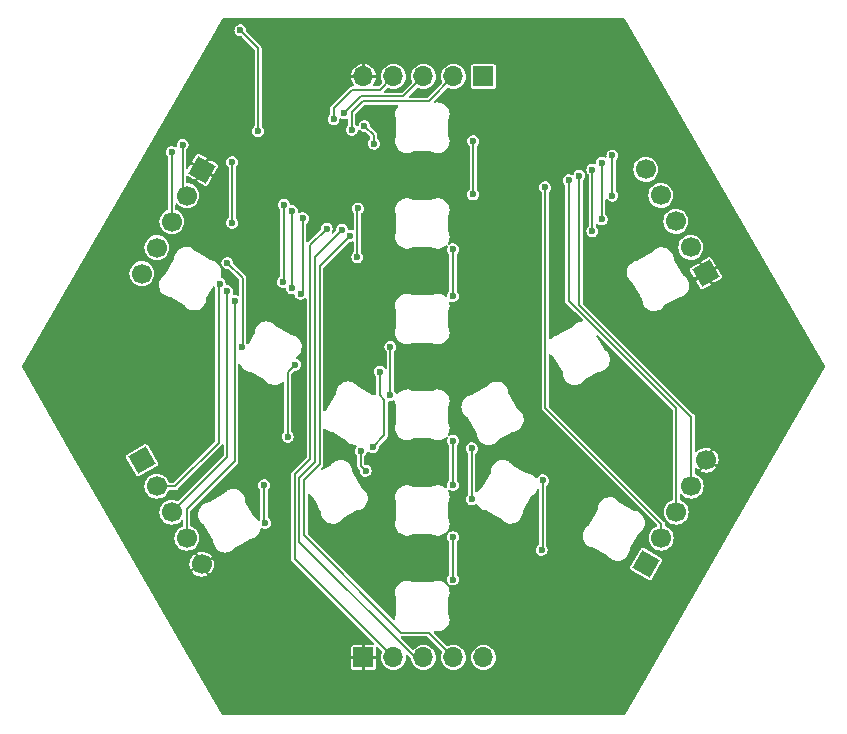
<source format=gbr>
%TF.GenerationSoftware,KiCad,Pcbnew,8.0.8*%
%TF.CreationDate,2025-04-07T13:38:17-04:00*%
%TF.ProjectId,pcb_tile_game_tile_ooo,7063625f-7469-46c6-955f-67616d655f74,1.0*%
%TF.SameCoordinates,Original*%
%TF.FileFunction,Copper,L2,Bot*%
%TF.FilePolarity,Positive*%
%FSLAX46Y46*%
G04 Gerber Fmt 4.6, Leading zero omitted, Abs format (unit mm)*
G04 Created by KiCad (PCBNEW 8.0.8) date 2025-04-07 13:38:17*
%MOMM*%
%LPD*%
G01*
G04 APERTURE LIST*
G04 Aperture macros list*
%AMHorizOval*
0 Thick line with rounded ends*
0 $1 width*
0 $2 $3 position (X,Y) of the first rounded end (center of the circle)*
0 $4 $5 position (X,Y) of the second rounded end (center of the circle)*
0 Add line between two ends*
20,1,$1,$2,$3,$4,$5,0*
0 Add two circle primitives to create the rounded ends*
1,1,$1,$2,$3*
1,1,$1,$4,$5*%
%AMRotRect*
0 Rectangle, with rotation*
0 The origin of the aperture is its center*
0 $1 length*
0 $2 width*
0 $3 Rotation angle, in degrees counterclockwise*
0 Add horizontal line*
21,1,$1,$2,0,0,$3*%
G04 Aperture macros list end*
%TA.AperFunction,ComponentPad*%
%ADD10R,1.700000X1.700000*%
%TD*%
%TA.AperFunction,ComponentPad*%
%ADD11O,1.700000X1.700000*%
%TD*%
%TA.AperFunction,ComponentPad*%
%ADD12RotRect,1.700000X1.700000X150.000000*%
%TD*%
%TA.AperFunction,ComponentPad*%
%ADD13HorizOval,1.700000X0.000000X0.000000X0.000000X0.000000X0*%
%TD*%
%TA.AperFunction,ComponentPad*%
%ADD14RotRect,1.700000X1.700000X330.000000*%
%TD*%
%TA.AperFunction,ComponentPad*%
%ADD15HorizOval,1.700000X0.000000X0.000000X0.000000X0.000000X0*%
%TD*%
%TA.AperFunction,ComponentPad*%
%ADD16RotRect,1.700000X1.700000X210.000000*%
%TD*%
%TA.AperFunction,ComponentPad*%
%ADD17HorizOval,1.700000X0.000000X0.000000X0.000000X0.000000X0*%
%TD*%
%TA.AperFunction,ComponentPad*%
%ADD18RotRect,1.700000X1.700000X30.000000*%
%TD*%
%TA.AperFunction,ComponentPad*%
%ADD19HorizOval,1.700000X0.000000X0.000000X0.000000X0.000000X0*%
%TD*%
%TA.AperFunction,ViaPad*%
%ADD20C,0.600000*%
%TD*%
%TA.AperFunction,Conductor*%
%ADD21C,0.200000*%
%TD*%
G04 APERTURE END LIST*
D10*
%TO.P,J2,1,Pin_1*%
%TO.N,VCC*%
X134980000Y-104600000D03*
D11*
%TO.P,J2,2,Pin_2*%
%TO.N,/TX_J2*%
X137520000Y-104600000D03*
%TO.P,J2,3,Pin_3*%
%TO.N,/DATA_J2*%
X140060000Y-104600000D03*
%TO.P,J2,4,Pin_4*%
%TO.N,/RX_J2*%
X142600000Y-104600000D03*
%TO.P,J2,5,Pin_5*%
%TO.N,GND*%
X145140000Y-104600000D03*
%TD*%
D12*
%TO.P,J3,1,Pin_1*%
%TO.N,GND*%
X158920000Y-96689409D03*
D13*
%TO.P,J3,2,Pin_2*%
%TO.N,/TX_J3*%
X160190000Y-94489704D03*
%TO.P,J3,3,Pin_3*%
%TO.N,/DATA_J3*%
X161460000Y-92290000D03*
%TO.P,J3,4,Pin_4*%
%TO.N,/RX_J3*%
X162730000Y-90090295D03*
%TO.P,J3,5,Pin_5*%
%TO.N,VCC*%
X164000000Y-87890591D03*
%TD*%
D14*
%TO.P,J6,1,Pin_1*%
%TO.N,VCC*%
X121300000Y-63300591D03*
D15*
%TO.P,J6,2,Pin_2*%
%TO.N,/TX_J6*%
X120030000Y-65500296D03*
%TO.P,J6,3,Pin_3*%
%TO.N,/DATA_J6*%
X118760000Y-67700000D03*
%TO.P,J6,4,Pin_4*%
%TO.N,/RX_J6*%
X117490000Y-69899705D03*
%TO.P,J6,5,Pin_5*%
%TO.N,GND*%
X116220000Y-72099409D03*
%TD*%
D16*
%TO.P,J4,1,Pin_1*%
%TO.N,VCC*%
X163963349Y-72075928D03*
D17*
%TO.P,J4,2,Pin_2*%
%TO.N,/TX_J4*%
X162693349Y-69876223D03*
%TO.P,J4,3,Pin_3*%
%TO.N,/DATA_J4*%
X161423349Y-67676519D03*
%TO.P,J4,4,Pin_4*%
%TO.N,/RX_J4*%
X160153349Y-65476814D03*
%TO.P,J4,5,Pin_5*%
%TO.N,GND*%
X158883349Y-63277110D03*
%TD*%
D18*
%TO.P,J1,1,Pin_1*%
%TO.N,GND*%
X116220000Y-87900591D03*
D19*
%TO.P,J1,2,Pin_2*%
%TO.N,/TX_J1*%
X117490000Y-90100296D03*
%TO.P,J1,3,Pin_3*%
%TO.N,/DATA_J1*%
X118760000Y-92300000D03*
%TO.P,J1,4,Pin_4*%
%TO.N,/RX_J1*%
X120030000Y-94499705D03*
%TO.P,J1,5,Pin_5*%
%TO.N,VCC*%
X121300000Y-96699409D03*
%TD*%
D10*
%TO.P,J5,1,Pin_1*%
%TO.N,GND*%
X145140000Y-55400000D03*
D11*
%TO.P,J5,2,Pin_2*%
%TO.N,/TX_J5*%
X142600000Y-55400000D03*
%TO.P,J5,3,Pin_3*%
%TO.N,/DATA_J5*%
X140060000Y-55400000D03*
%TO.P,J5,4,Pin_4*%
%TO.N,/RX_J5*%
X137520000Y-55400000D03*
%TO.P,J5,5,Pin_5*%
%TO.N,VCC*%
X134980000Y-55400000D03*
%TD*%
D20*
%TO.N,GND*%
X134760000Y-87100000D03*
X135060000Y-59600000D03*
X135160000Y-88800000D03*
X135860000Y-61100000D03*
%TO.N,VCC*%
X144460000Y-58775000D03*
X126659999Y-96000000D03*
X141860000Y-80400000D03*
X129360000Y-75568750D03*
X126849386Y-58525000D03*
X162834520Y-75425480D03*
X150360000Y-86153053D03*
X134659039Y-94000000D03*
X143860000Y-93700000D03*
X141870164Y-81763414D03*
X157893650Y-90033650D03*
X135260000Y-80200000D03*
X144560000Y-67100000D03*
X123160000Y-69311027D03*
X144460000Y-99137500D03*
X144660000Y-75200000D03*
X150160000Y-85500000D03*
X157260000Y-80720714D03*
X126549386Y-65237500D03*
%TO.N,Net-(LED1-DOUT)*%
X144260000Y-65400000D03*
X144260000Y-60900000D03*
%TO.N,Net-(LED2-DOUT)*%
X142550380Y-70050000D03*
X142560000Y-74000000D03*
%TO.N,Net-(LED3-DOUT)*%
X137260000Y-78300000D03*
X137260000Y-82400000D03*
%TO.N,Net-(LED4-DOUT)*%
X142560000Y-90000000D03*
X142560000Y-86250000D03*
%TO.N,Net-(LED5-DOUT)*%
X142560000Y-98000000D03*
X142560000Y-94400000D03*
%TO.N,/DATA_J1*%
X128925578Y-73342629D03*
X128949386Y-66825000D03*
X123460000Y-73600000D03*
%TO.N,/TX_J1*%
X122806113Y-72940224D03*
X128160000Y-72800000D03*
X128240314Y-66275000D03*
%TO.N,/RX_J1*%
X129849386Y-67425000D03*
X129648076Y-73799456D03*
X124060000Y-74400000D03*
%TO.N,/TX_J2*%
X131860000Y-68300000D03*
%TO.N,/DATA_J2*%
X133160000Y-68400000D03*
%TO.N,/RX_J2*%
X133860000Y-68900000D03*
%TO.N,/RX_J3*%
X153260000Y-63800000D03*
%TO.N,/DATA_J3*%
X152360000Y-64200000D03*
%TO.N,/TX_J3*%
X150360000Y-64800008D03*
%TO.N,/TX_J4*%
X154360000Y-63300000D03*
X154360000Y-68500000D03*
%TO.N,/RX_J4*%
X156060000Y-65500000D03*
X156060000Y-62100000D03*
%TO.N,/DATA_J4*%
X155160000Y-67500000D03*
X155160000Y-62700000D03*
%TO.N,/UPDI*%
X124560000Y-51500000D03*
X126049386Y-60037500D03*
%TO.N,/RX_J5*%
X132443525Y-59021185D03*
%TO.N,/TX_J5*%
X133999386Y-59925000D03*
%TO.N,/DATA_J5*%
X133349386Y-58524998D03*
%TO.N,Net-(LED10-DOUT)*%
X126660000Y-93200000D03*
X126560000Y-90000000D03*
%TO.N,/DATA_J6*%
X118760000Y-61800000D03*
%TO.N,/RX_J6*%
X123865772Y-67800000D03*
X123865772Y-62655021D03*
%TO.N,/TX_J6*%
X119660000Y-61200000D03*
%TO.N,Net-(LED12-DOUT)*%
X123460000Y-71200000D03*
X124660000Y-78299998D03*
%TO.N,Net-(LED13-DOUT)*%
X128560000Y-85900000D03*
X129212383Y-79803449D03*
%TO.N,Net-(LED14-DOUT)*%
X135760000Y-86800000D03*
X136360000Y-80400000D03*
X144160000Y-86900000D03*
X144160000Y-91200000D03*
%TO.N,Net-(LED15-DOUT)*%
X150060000Y-95500000D03*
X150160000Y-89600000D03*
%TO.N,/LED_J1-J4*%
X134499386Y-66584620D03*
X134460000Y-70700000D03*
%TD*%
D21*
%TO.N,GND*%
X134760000Y-87100000D02*
X134760000Y-88400000D01*
X134760000Y-88400000D02*
X135160000Y-88800000D01*
X135860000Y-60400000D02*
X135060000Y-59600000D01*
X135860000Y-61100000D02*
X135860000Y-60400000D01*
%TO.N,VCC*%
X141860000Y-80400000D02*
X141860000Y-81753250D01*
X141860000Y-81753250D02*
X141870164Y-81763414D01*
%TO.N,Net-(LED1-DOUT)*%
X144260000Y-60900000D02*
X144260000Y-65400000D01*
%TO.N,Net-(LED2-DOUT)*%
X142560000Y-70059620D02*
X142550380Y-70050000D01*
X142560000Y-74000000D02*
X142560000Y-70059620D01*
%TO.N,Net-(LED3-DOUT)*%
X137260000Y-78300000D02*
X137260000Y-82400000D01*
%TO.N,Net-(LED4-DOUT)*%
X142560000Y-90000000D02*
X142560000Y-86250000D01*
%TO.N,Net-(LED5-DOUT)*%
X142560000Y-94400000D02*
X142560000Y-98000000D01*
%TO.N,/DATA_J1*%
X123460000Y-73600000D02*
X123460000Y-87600000D01*
X128949386Y-66825000D02*
X128949386Y-73318821D01*
X123460000Y-87600000D02*
X118760000Y-92300000D01*
X128949386Y-73318821D02*
X128925578Y-73342629D01*
%TO.N,/TX_J1*%
X122710000Y-73036337D02*
X122710000Y-86450000D01*
X119059704Y-90100296D02*
X117490000Y-90100296D01*
X128240314Y-72719686D02*
X128160000Y-72800000D01*
X122710000Y-86450000D02*
X119059704Y-90100296D01*
X122806113Y-72940224D02*
X122710000Y-73036337D01*
X128240314Y-66275000D02*
X128240314Y-72719686D01*
%TO.N,/RX_J1*%
X120030000Y-92030000D02*
X120030000Y-94499705D01*
X124060000Y-88000000D02*
X120030000Y-92030000D01*
X129849386Y-73598146D02*
X129648076Y-73799456D01*
X129849386Y-67425000D02*
X129849386Y-73598146D01*
X124060000Y-74400000D02*
X124060000Y-88000000D01*
%TO.N,/TX_J2*%
X137520000Y-104600000D02*
X129160000Y-96240000D01*
X130460000Y-87800000D02*
X130460000Y-69700000D01*
X130460000Y-69700000D02*
X131860000Y-68300000D01*
X129160000Y-96240000D02*
X129160000Y-89100000D01*
X129160000Y-89100000D02*
X130460000Y-87800000D01*
%TO.N,/DATA_J2*%
X133160000Y-68400000D02*
X130860000Y-70700000D01*
X129560000Y-94800000D02*
X139360000Y-104600000D01*
X139360000Y-104600000D02*
X140060000Y-104600000D01*
X130860000Y-70700000D02*
X130860000Y-88064747D01*
X130860000Y-88064747D02*
X129560000Y-89364747D01*
X129560000Y-89364747D02*
X129560000Y-94800000D01*
%TO.N,/RX_J2*%
X129964128Y-89561558D02*
X129964128Y-94263470D01*
X138194922Y-102494264D02*
X140494264Y-102494264D01*
X129964128Y-94263470D02*
X138194922Y-102494264D01*
X131264143Y-71495857D02*
X131264143Y-88261543D01*
X133860000Y-68900000D02*
X131264143Y-71495857D01*
X131264143Y-88261543D02*
X129964128Y-89561558D01*
X140494264Y-102494264D02*
X142600000Y-104600000D01*
%TO.N,/RX_J3*%
X162730000Y-84200775D02*
X162730000Y-90090295D01*
X153260000Y-74730775D02*
X162730000Y-84200775D01*
X153260000Y-63800000D02*
X153260000Y-74730775D01*
%TO.N,/DATA_J3*%
X161460000Y-92290000D02*
X161460000Y-83496461D01*
X161460000Y-83496461D02*
X152360000Y-74396461D01*
X152360000Y-74396461D02*
X152360000Y-64200000D01*
%TO.N,/TX_J3*%
X160190000Y-93287623D02*
X150360000Y-83457623D01*
X160190000Y-94489704D02*
X160190000Y-93287623D01*
X150360000Y-83457623D02*
X150360000Y-64800008D01*
%TO.N,/TX_J4*%
X154360000Y-63300000D02*
X154360000Y-68500000D01*
%TO.N,/RX_J4*%
X156060000Y-62100000D02*
X156060000Y-65500000D01*
%TO.N,/DATA_J4*%
X155160000Y-62700000D02*
X155160000Y-67500000D01*
%TO.N,/UPDI*%
X124560000Y-51500000D02*
X126060000Y-53000000D01*
X126060000Y-60026886D02*
X126049386Y-60037500D01*
X126060000Y-53000000D02*
X126060000Y-60026886D01*
%TO.N,/RX_J5*%
X136370000Y-56550000D02*
X134010000Y-56550000D01*
X134010000Y-56550000D02*
X132560000Y-58000000D01*
X132560000Y-58000000D02*
X132443525Y-58116475D01*
X132443525Y-58116475D02*
X132443525Y-59021185D01*
X137520000Y-55400000D02*
X136370000Y-56550000D01*
%TO.N,/TX_J5*%
X134149386Y-59775000D02*
X133999386Y-59925000D01*
X140500000Y-57500000D02*
X142600000Y-55400000D01*
X133999386Y-59925000D02*
X133999386Y-58440684D01*
X133999386Y-58440684D02*
X134940070Y-57500000D01*
X134940070Y-57500000D02*
X140500000Y-57500000D01*
%TO.N,/DATA_J5*%
X134774384Y-57100000D02*
X133349386Y-58524998D01*
X140060000Y-55400000D02*
X138360000Y-57100000D01*
X138360000Y-57100000D02*
X134774384Y-57100000D01*
%TO.N,Net-(LED10-DOUT)*%
X126660000Y-93200000D02*
X126560000Y-93100000D01*
X126560000Y-93100000D02*
X126560000Y-90000000D01*
%TO.N,/DATA_J6*%
X118760000Y-67700000D02*
X118760000Y-61800000D01*
%TO.N,/RX_J6*%
X123865772Y-62655021D02*
X123735244Y-62524493D01*
X123865772Y-62655021D02*
X123865772Y-67800000D01*
X118186641Y-69899705D02*
X117490000Y-69899705D01*
%TO.N,/TX_J6*%
X119660000Y-65130296D02*
X119660000Y-61200000D01*
X120030000Y-65500296D02*
X119660000Y-65130296D01*
%TO.N,Net-(LED12-DOUT)*%
X124760000Y-78199998D02*
X124660000Y-78299998D01*
X123460000Y-71200000D02*
X124760000Y-72500000D01*
X124760000Y-72500000D02*
X124760000Y-78199998D01*
%TO.N,Net-(LED13-DOUT)*%
X128560000Y-80533408D02*
X128560000Y-85900000D01*
X128665971Y-80349861D02*
X128560000Y-80533408D01*
X129212383Y-79803449D02*
X128665971Y-80349861D01*
%TO.N,Net-(LED14-DOUT)*%
X136754895Y-85805105D02*
X136754895Y-82794895D01*
X135760000Y-86800000D02*
X136754895Y-85805105D01*
X136754895Y-82794895D02*
X136360000Y-82400000D01*
X144160000Y-91200000D02*
X144160000Y-86900000D01*
X136360000Y-82400000D02*
X136360000Y-80400000D01*
%TO.N,Net-(LED15-DOUT)*%
X150160000Y-89600000D02*
X150160000Y-95400000D01*
X150160000Y-95400000D02*
X150060000Y-95500000D01*
%TO.N,/LED_J1-J4*%
X134460000Y-66624006D02*
X134499386Y-66584620D01*
X134460000Y-70700000D02*
X134460000Y-66624006D01*
%TD*%
%TA.AperFunction,Conductor*%
%TO.N,VCC*%
G36*
X157092577Y-50519407D02*
G01*
X157120122Y-50549999D01*
X164852261Y-63942456D01*
X174094509Y-79950500D01*
X174107230Y-80010348D01*
X174094509Y-80049500D01*
X165710656Y-94570760D01*
X159310831Y-105655583D01*
X157120123Y-109450000D01*
X157074653Y-109490941D01*
X157034386Y-109499500D01*
X123085614Y-109499500D01*
X123027423Y-109480593D01*
X122999877Y-109450000D01*
X120799246Y-105638396D01*
X115638316Y-96699404D01*
X120244919Y-96699404D01*
X120244919Y-96699413D01*
X120265190Y-96905239D01*
X120265191Y-96905245D01*
X120325230Y-97103163D01*
X120325236Y-97103180D01*
X120343019Y-97136450D01*
X120343020Y-97136450D01*
X121004231Y-96754698D01*
X121020444Y-96815205D01*
X121059940Y-96883614D01*
X121104231Y-96927905D01*
X120442661Y-97309863D01*
X120442661Y-97309864D01*
X120553947Y-97445466D01*
X120713829Y-97576677D01*
X120713839Y-97576684D01*
X120896232Y-97674174D01*
X120896237Y-97674176D01*
X121094163Y-97734217D01*
X121094169Y-97734218D01*
X121299996Y-97754490D01*
X121300004Y-97754490D01*
X121505830Y-97734218D01*
X121505836Y-97734217D01*
X121703761Y-97674177D01*
X121737042Y-97656387D01*
X121355291Y-96995176D01*
X121415796Y-96978965D01*
X121484205Y-96939469D01*
X121528497Y-96895176D01*
X121910455Y-97556746D01*
X122046049Y-97445468D01*
X122046058Y-97445459D01*
X122177268Y-97285579D01*
X122177275Y-97285569D01*
X122274765Y-97103176D01*
X122274767Y-97103171D01*
X122334808Y-96905245D01*
X122334809Y-96905239D01*
X122355081Y-96699413D01*
X122355081Y-96699404D01*
X122334809Y-96493578D01*
X122334808Y-96493572D01*
X122274767Y-96295646D01*
X122274765Y-96295641D01*
X122256979Y-96262366D01*
X122256978Y-96262366D01*
X121595767Y-96644116D01*
X121579556Y-96583613D01*
X121540060Y-96515204D01*
X121495766Y-96470910D01*
X122157337Y-96088953D01*
X122157337Y-96088952D01*
X122046052Y-95953351D01*
X121886170Y-95822140D01*
X121886160Y-95822133D01*
X121703767Y-95724643D01*
X121703762Y-95724641D01*
X121505836Y-95664600D01*
X121505830Y-95664599D01*
X121300004Y-95644328D01*
X121299996Y-95644328D01*
X121094169Y-95664599D01*
X121094163Y-95664600D01*
X120896241Y-95724640D01*
X120896232Y-95724643D01*
X120862956Y-95742429D01*
X120862956Y-95742430D01*
X121244708Y-96403641D01*
X121184204Y-96419853D01*
X121115795Y-96459349D01*
X121071502Y-96503641D01*
X120689544Y-95842070D01*
X120689543Y-95842070D01*
X120553942Y-95953356D01*
X120422731Y-96113238D01*
X120422724Y-96113248D01*
X120325234Y-96295641D01*
X120325232Y-96295646D01*
X120265191Y-96493572D01*
X120265190Y-96493578D01*
X120244919Y-96699404D01*
X115638316Y-96699404D01*
X111828317Y-90100292D01*
X116434417Y-90100292D01*
X116434417Y-90100299D01*
X116454698Y-90306225D01*
X116454699Y-90306230D01*
X116514768Y-90504250D01*
X116612316Y-90686748D01*
X116735382Y-90836705D01*
X116743590Y-90846706D01*
X116743595Y-90846710D01*
X116903547Y-90977979D01*
X116903548Y-90977979D01*
X116903550Y-90977981D01*
X117086046Y-91075528D01*
X117223997Y-91117374D01*
X117284065Y-91135596D01*
X117284070Y-91135597D01*
X117489997Y-91155879D01*
X117490000Y-91155879D01*
X117490003Y-91155879D01*
X117695929Y-91135597D01*
X117695934Y-91135596D01*
X117697717Y-91135055D01*
X117893954Y-91075528D01*
X118076450Y-90977981D01*
X118236410Y-90846706D01*
X118367685Y-90686746D01*
X118465232Y-90504250D01*
X118475300Y-90471058D01*
X118510284Y-90420862D01*
X118568092Y-90400815D01*
X118570037Y-90400796D01*
X119099267Y-90400796D01*
X119099267Y-90400795D01*
X119175693Y-90380317D01*
X119244215Y-90340756D01*
X119300164Y-90284807D01*
X122950460Y-86634511D01*
X122954592Y-86627354D01*
X122957617Y-86622116D01*
X122974763Y-86592417D01*
X123020232Y-86551475D01*
X123081082Y-86545079D01*
X123134071Y-86575671D01*
X123158958Y-86631567D01*
X123159500Y-86641916D01*
X123159500Y-87434520D01*
X123140593Y-87492711D01*
X123130504Y-87504524D01*
X119311215Y-91323812D01*
X119256698Y-91351589D01*
X119196266Y-91342018D01*
X119194583Y-91341139D01*
X119163954Y-91324768D01*
X118965934Y-91264699D01*
X118965929Y-91264698D01*
X118760003Y-91244417D01*
X118759997Y-91244417D01*
X118554070Y-91264698D01*
X118554065Y-91264699D01*
X118356045Y-91324768D01*
X118173547Y-91422316D01*
X118013595Y-91553585D01*
X118013585Y-91553595D01*
X117882316Y-91713547D01*
X117784768Y-91896045D01*
X117724699Y-92094065D01*
X117724698Y-92094070D01*
X117704417Y-92299996D01*
X117704417Y-92300003D01*
X117724698Y-92505929D01*
X117724699Y-92505934D01*
X117784768Y-92703954D01*
X117882316Y-92886452D01*
X118013585Y-93046404D01*
X118013590Y-93046410D01*
X118014159Y-93046877D01*
X118173547Y-93177683D01*
X118173548Y-93177683D01*
X118173550Y-93177685D01*
X118356046Y-93275232D01*
X118493997Y-93317078D01*
X118554065Y-93335300D01*
X118554070Y-93335301D01*
X118759997Y-93355583D01*
X118760000Y-93355583D01*
X118760003Y-93355583D01*
X118965929Y-93335301D01*
X118965934Y-93335300D01*
X119163954Y-93275232D01*
X119346450Y-93177685D01*
X119506410Y-93046410D01*
X119553972Y-92988454D01*
X119605503Y-92955468D01*
X119666582Y-92959070D01*
X119713879Y-92997885D01*
X119729500Y-93051260D01*
X119729500Y-93419666D01*
X119710593Y-93477857D01*
X119661093Y-93513821D01*
X119659241Y-93514402D01*
X119626054Y-93524470D01*
X119626041Y-93524475D01*
X119443547Y-93622021D01*
X119283595Y-93753290D01*
X119283585Y-93753300D01*
X119152316Y-93913252D01*
X119054768Y-94095750D01*
X118994699Y-94293770D01*
X118994698Y-94293775D01*
X118974417Y-94499701D01*
X118974417Y-94499708D01*
X118994698Y-94705634D01*
X118994699Y-94705639D01*
X119054768Y-94903659D01*
X119152316Y-95086157D01*
X119280612Y-95242486D01*
X119283590Y-95246115D01*
X119311583Y-95269088D01*
X119443547Y-95377388D01*
X119443548Y-95377388D01*
X119443550Y-95377390D01*
X119626046Y-95474937D01*
X119763997Y-95516783D01*
X119824065Y-95535005D01*
X119824070Y-95535006D01*
X120029997Y-95555288D01*
X120030000Y-95555288D01*
X120030003Y-95555288D01*
X120235929Y-95535006D01*
X120235934Y-95535005D01*
X120433954Y-95474937D01*
X120616450Y-95377390D01*
X120776410Y-95246115D01*
X120907685Y-95086155D01*
X121005232Y-94903659D01*
X121065300Y-94705639D01*
X121065301Y-94705634D01*
X121085583Y-94499708D01*
X121085583Y-94499701D01*
X121065301Y-94293775D01*
X121065300Y-94293770D01*
X121035747Y-94196348D01*
X121005232Y-94095751D01*
X120907685Y-93913255D01*
X120899477Y-93903254D01*
X120776414Y-93753300D01*
X120776410Y-93753295D01*
X120712078Y-93700499D01*
X120616452Y-93622021D01*
X120433958Y-93524475D01*
X120433957Y-93524474D01*
X120433954Y-93524473D01*
X120433948Y-93524471D01*
X120433945Y-93524470D01*
X120400759Y-93514402D01*
X120350563Y-93479416D01*
X120330519Y-93421607D01*
X120330500Y-93419666D01*
X120330500Y-92518211D01*
X120973469Y-92518211D01*
X120973470Y-92518217D01*
X120999363Y-92698944D01*
X120999364Y-92698949D01*
X120999365Y-92698954D01*
X121039753Y-92819086D01*
X121057551Y-92872027D01*
X121057554Y-92872032D01*
X121136239Y-93013922D01*
X121146100Y-93031703D01*
X121146105Y-93031709D01*
X121262087Y-93172712D01*
X121262094Y-93172719D01*
X121401689Y-93290403D01*
X121417593Y-93299502D01*
X121418774Y-93300284D01*
X121457560Y-93322409D01*
X121494244Y-93358904D01*
X121516934Y-93398208D01*
X121516961Y-93398249D01*
X122240234Y-94650999D01*
X122240256Y-94651041D01*
X122261721Y-94688215D01*
X122274985Y-94738116D01*
X122274865Y-94767987D01*
X122274865Y-94768096D01*
X122274788Y-94783091D01*
X122274802Y-94783349D01*
X122274725Y-94802619D01*
X122297911Y-94932432D01*
X122306834Y-94982386D01*
X122370955Y-95153367D01*
X122464967Y-95309916D01*
X122585766Y-95446859D01*
X122585770Y-95446862D01*
X122585771Y-95446863D01*
X122729354Y-95559668D01*
X122729356Y-95559669D01*
X122729360Y-95559672D01*
X122891003Y-95644627D01*
X123065355Y-95698917D01*
X123246654Y-95720747D01*
X123428910Y-95709397D01*
X123606099Y-95665241D01*
X123772368Y-95589738D01*
X123922222Y-95485384D01*
X124050709Y-95355627D01*
X124061029Y-95340531D01*
X124061825Y-95339517D01*
X124067752Y-95330826D01*
X124089424Y-95299046D01*
X124121712Y-95269091D01*
X124159119Y-95247495D01*
X124159120Y-95247492D01*
X124167793Y-95242486D01*
X124167799Y-95242481D01*
X125255981Y-94614221D01*
X125256019Y-94614203D01*
X125262358Y-94610542D01*
X125262364Y-94610541D01*
X125299725Y-94588966D01*
X125341688Y-94575989D01*
X125353161Y-94575113D01*
X125353277Y-94575142D01*
X125353275Y-94575105D01*
X125353276Y-94575105D01*
X125384942Y-94572726D01*
X125384946Y-94572724D01*
X125391046Y-94572266D01*
X125391692Y-94572174D01*
X125410225Y-94570760D01*
X125586832Y-94524356D01*
X125752121Y-94446749D01*
X125900632Y-94340504D01*
X126027456Y-94209130D01*
X126128403Y-94056968D01*
X126200138Y-93889047D01*
X126240291Y-93710915D01*
X126240614Y-93702755D01*
X126261810Y-93645362D01*
X126312695Y-93611386D01*
X126373833Y-93613808D01*
X126393059Y-93623394D01*
X126434869Y-93650263D01*
X126449947Y-93659953D01*
X126556403Y-93691211D01*
X126588035Y-93700499D01*
X126588036Y-93700499D01*
X126588039Y-93700500D01*
X126588041Y-93700500D01*
X126731959Y-93700500D01*
X126731961Y-93700500D01*
X126870053Y-93659953D01*
X126991128Y-93582143D01*
X127085377Y-93473373D01*
X127145165Y-93342457D01*
X127155485Y-93270682D01*
X127165647Y-93200002D01*
X127165647Y-93199997D01*
X127145165Y-93057543D01*
X127133364Y-93031703D01*
X127085377Y-92926627D01*
X126991128Y-92817857D01*
X126905976Y-92763133D01*
X126867245Y-92715767D01*
X126860500Y-92679849D01*
X126860500Y-90453893D01*
X126879407Y-90395702D01*
X126886741Y-90387711D01*
X126886491Y-90387494D01*
X126909993Y-90360371D01*
X126985377Y-90273373D01*
X127045165Y-90142457D01*
X127055840Y-90068211D01*
X127065647Y-90000002D01*
X127065647Y-89999997D01*
X127045165Y-89857543D01*
X126985377Y-89726627D01*
X126891128Y-89617857D01*
X126891127Y-89617856D01*
X126891126Y-89617855D01*
X126770057Y-89540049D01*
X126770054Y-89540047D01*
X126770053Y-89540047D01*
X126769001Y-89539738D01*
X126631964Y-89499500D01*
X126631961Y-89499500D01*
X126488039Y-89499500D01*
X126488035Y-89499500D01*
X126349949Y-89540046D01*
X126349942Y-89540049D01*
X126228873Y-89617855D01*
X126134622Y-89726628D01*
X126074834Y-89857543D01*
X126054353Y-89999997D01*
X126054353Y-90000002D01*
X126074834Y-90142456D01*
X126134623Y-90273373D01*
X126233509Y-90387494D01*
X126231471Y-90389259D01*
X126256925Y-90431458D01*
X126259500Y-90453893D01*
X126259500Y-92860992D01*
X126240593Y-92919183D01*
X126235321Y-92925821D01*
X126234623Y-92926626D01*
X126217491Y-92964139D01*
X126176118Y-93009217D01*
X126116151Y-93021367D01*
X126060496Y-92995948D01*
X126050985Y-92985908D01*
X125958861Y-92873928D01*
X125958860Y-92873927D01*
X125958856Y-92873922D01*
X125819236Y-92756237D01*
X125819235Y-92756236D01*
X125819231Y-92756233D01*
X125803319Y-92747132D01*
X125802238Y-92746416D01*
X125763402Y-92724262D01*
X125726723Y-92687774D01*
X125718059Y-92672769D01*
X125718057Y-92672765D01*
X124982461Y-91398677D01*
X124982450Y-91398654D01*
X124978676Y-91392118D01*
X124978676Y-91392116D01*
X124959207Y-91358399D01*
X124945944Y-91308381D01*
X124946147Y-91269411D01*
X124946146Y-91269408D01*
X124946175Y-91263903D01*
X124946064Y-91262098D01*
X124946137Y-91244019D01*
X124914022Y-91064276D01*
X124849902Y-90893316D01*
X124755895Y-90736787D01*
X124679110Y-90649742D01*
X124635108Y-90599860D01*
X124508636Y-90500499D01*
X124491529Y-90487059D01*
X124491525Y-90487057D01*
X124491524Y-90487056D01*
X124329907Y-90402112D01*
X124329906Y-90402111D01*
X124329905Y-90402111D01*
X124199663Y-90361552D01*
X124155574Y-90347822D01*
X123974293Y-90325986D01*
X123792055Y-90337325D01*
X123614886Y-90381463D01*
X123614880Y-90381465D01*
X123455347Y-90453893D01*
X123448627Y-90456944D01*
X123406532Y-90486252D01*
X123298779Y-90561272D01*
X123298778Y-90561273D01*
X123170294Y-90690998D01*
X123170288Y-90691005D01*
X123159919Y-90706168D01*
X123159101Y-90707212D01*
X123131533Y-90747627D01*
X123099249Y-90777575D01*
X121962952Y-91433618D01*
X121962913Y-91433638D01*
X121921222Y-91457710D01*
X121879116Y-91470698D01*
X121830693Y-91474325D01*
X121829090Y-91474551D01*
X121810717Y-91475955D01*
X121810713Y-91475955D01*
X121810712Y-91475956D01*
X121763097Y-91488470D01*
X121634118Y-91522367D01*
X121468848Y-91599976D01*
X121320352Y-91706219D01*
X121193536Y-91837590D01*
X121092602Y-91989733D01*
X121092598Y-91989742D01*
X121020872Y-92157641D01*
X121020871Y-92157643D01*
X121020870Y-92157647D01*
X120980970Y-92334648D01*
X120980718Y-92335767D01*
X120980717Y-92335768D01*
X120973469Y-92518211D01*
X120330500Y-92518211D01*
X120330500Y-92195478D01*
X120349407Y-92137287D01*
X120359490Y-92125480D01*
X124300460Y-88184511D01*
X124320495Y-88149810D01*
X124340020Y-88115992D01*
X124340020Y-88115990D01*
X124340022Y-88115988D01*
X124360500Y-88039562D01*
X124360500Y-87960438D01*
X124360500Y-79818058D01*
X124379407Y-79759867D01*
X124428907Y-79723903D01*
X124490093Y-79723903D01*
X124539593Y-79759867D01*
X124550541Y-79779167D01*
X124562351Y-79806814D01*
X124592610Y-79877646D01*
X124592612Y-79877649D01*
X124592615Y-79877655D01*
X124693543Y-80029793D01*
X124693548Y-80029799D01*
X124750894Y-80089205D01*
X124820355Y-80161163D01*
X124865113Y-80193186D01*
X124968846Y-80267405D01*
X124978044Y-80271724D01*
X125134120Y-80345015D01*
X125310710Y-80391427D01*
X125328993Y-80392823D01*
X125330720Y-80393069D01*
X125374670Y-80396355D01*
X125379085Y-80396686D01*
X125421241Y-80409696D01*
X125463766Y-80434273D01*
X125464215Y-80434495D01*
X126555534Y-81064568D01*
X126561851Y-81068215D01*
X126561853Y-81068217D01*
X126592526Y-81085925D01*
X126599224Y-81089792D01*
X126631449Y-81119653D01*
X126633861Y-81123181D01*
X126633859Y-81123181D01*
X126633928Y-81123280D01*
X126653610Y-81152152D01*
X126659130Y-81160249D01*
X126659753Y-81161044D01*
X126670233Y-81176371D01*
X126670248Y-81176392D01*
X126798739Y-81306133D01*
X126914931Y-81387033D01*
X126948596Y-81410473D01*
X127093907Y-81476446D01*
X127114858Y-81485958D01*
X127292041Y-81530102D01*
X127474288Y-81541444D01*
X127655577Y-81519608D01*
X127829919Y-81465316D01*
X127991552Y-81380362D01*
X128099338Y-81295679D01*
X128156776Y-81274596D01*
X128215637Y-81291301D01*
X128253437Y-81339414D01*
X128259500Y-81373526D01*
X128259500Y-85446105D01*
X128240593Y-85504296D01*
X128233258Y-85512289D01*
X128233509Y-85512506D01*
X128228872Y-85517856D01*
X128228872Y-85517857D01*
X128167901Y-85588222D01*
X128134622Y-85626628D01*
X128074834Y-85757543D01*
X128054353Y-85899997D01*
X128054353Y-85900002D01*
X128074834Y-86042456D01*
X128127812Y-86158460D01*
X128134623Y-86173373D01*
X128201018Y-86249997D01*
X128228873Y-86282144D01*
X128341501Y-86354525D01*
X128349947Y-86359953D01*
X128436558Y-86385384D01*
X128488035Y-86400499D01*
X128488036Y-86400499D01*
X128488039Y-86400500D01*
X128488041Y-86400500D01*
X128631959Y-86400500D01*
X128631961Y-86400500D01*
X128770053Y-86359953D01*
X128891128Y-86282143D01*
X128985377Y-86173373D01*
X129045165Y-86042457D01*
X129062614Y-85921094D01*
X129065647Y-85900002D01*
X129065647Y-85899997D01*
X129045165Y-85757543D01*
X129017888Y-85697816D01*
X128985377Y-85626627D01*
X128891128Y-85517857D01*
X128891127Y-85517856D01*
X128886491Y-85512506D01*
X128888524Y-85510743D01*
X128863067Y-85468505D01*
X128860500Y-85446105D01*
X128860500Y-80640453D01*
X128873763Y-80590954D01*
X128899915Y-80545656D01*
X128915646Y-80525156D01*
X129107858Y-80332945D01*
X129162374Y-80305168D01*
X129177861Y-80303949D01*
X129284342Y-80303949D01*
X129284344Y-80303949D01*
X129422436Y-80263402D01*
X129543511Y-80185592D01*
X129637760Y-80076822D01*
X129697548Y-79945906D01*
X129704375Y-79898420D01*
X129718030Y-79803451D01*
X129718030Y-79803446D01*
X129697548Y-79660992D01*
X129638467Y-79531625D01*
X129637760Y-79530076D01*
X129543511Y-79421306D01*
X129543510Y-79421305D01*
X129543509Y-79421304D01*
X129422440Y-79343498D01*
X129422437Y-79343497D01*
X129422436Y-79343496D01*
X129384634Y-79332396D01*
X129308966Y-79310178D01*
X129258459Y-79275642D01*
X129237898Y-79218015D01*
X129255137Y-79159308D01*
X129287802Y-79129197D01*
X129297284Y-79123788D01*
X129297286Y-79123785D01*
X129302290Y-79120931D01*
X129303436Y-79120171D01*
X129319236Y-79111135D01*
X129458850Y-78993452D01*
X129574855Y-78852439D01*
X129658032Y-78702467D01*
X129663413Y-78692765D01*
X129663413Y-78692762D01*
X129663417Y-78692757D01*
X129721610Y-78519682D01*
X129747512Y-78338932D01*
X129740267Y-78156479D01*
X129700114Y-77978352D01*
X129628379Y-77810436D01*
X129527433Y-77658279D01*
X129400612Y-77526910D01*
X129400611Y-77526909D01*
X129400610Y-77526908D01*
X129293445Y-77450243D01*
X129252105Y-77420668D01*
X129252096Y-77420664D01*
X129086822Y-77343065D01*
X129086820Y-77343064D01*
X129003024Y-77321046D01*
X128910220Y-77296662D01*
X128891894Y-77295263D01*
X128890628Y-77295084D01*
X128841831Y-77291416D01*
X128799745Y-77278427D01*
X128757332Y-77253935D01*
X128757241Y-77253889D01*
X127621712Y-76598291D01*
X127589423Y-76568333D01*
X127562195Y-76528405D01*
X127560681Y-76526473D01*
X127550647Y-76511797D01*
X127550645Y-76511794D01*
X127549329Y-76510465D01*
X127422165Y-76382050D01*
X127422156Y-76382044D01*
X127422153Y-76382041D01*
X127272330Y-76277712D01*
X127272323Y-76277708D01*
X127106071Y-76202216D01*
X127106063Y-76202214D01*
X127103818Y-76201654D01*
X126928893Y-76158065D01*
X126746653Y-76146716D01*
X126746652Y-76146716D01*
X126565372Y-76168544D01*
X126565367Y-76168545D01*
X126457236Y-76202215D01*
X126391033Y-76222829D01*
X126391030Y-76222830D01*
X126391028Y-76222831D01*
X126229408Y-76307771D01*
X126229402Y-76307775D01*
X126085822Y-76420574D01*
X125965028Y-76557507D01*
X125871022Y-76714037D01*
X125871020Y-76714041D01*
X125806903Y-76885001D01*
X125774791Y-77064751D01*
X125774865Y-77083114D01*
X125774786Y-77084406D01*
X125775017Y-77129100D01*
X125761755Y-77179108D01*
X125742277Y-77212847D01*
X125742276Y-77212849D01*
X125742275Y-77212849D01*
X125264010Y-78041226D01*
X125218541Y-78082167D01*
X125157691Y-78088563D01*
X125104703Y-78057970D01*
X125088220Y-78032850D01*
X125085377Y-78026624D01*
X125084679Y-78025819D01*
X125084332Y-78024999D01*
X125081549Y-78020668D01*
X125082298Y-78020186D01*
X125060863Y-77969459D01*
X125060500Y-77960990D01*
X125060500Y-72799997D01*
X127654353Y-72799997D01*
X127654353Y-72800002D01*
X127674834Y-72942456D01*
X127723428Y-73048860D01*
X127734623Y-73073373D01*
X127805346Y-73154992D01*
X127828873Y-73182144D01*
X127899858Y-73227763D01*
X127949947Y-73259953D01*
X128056403Y-73291211D01*
X128088035Y-73300499D01*
X128088036Y-73300499D01*
X128088039Y-73300500D01*
X128088041Y-73300500D01*
X128231959Y-73300500D01*
X128231961Y-73300500D01*
X128296880Y-73281438D01*
X128358040Y-73283184D01*
X128406493Y-73320546D01*
X128422764Y-73362338D01*
X128440412Y-73485085D01*
X128497799Y-73610743D01*
X128500201Y-73616002D01*
X128559876Y-73684871D01*
X128594451Y-73724773D01*
X128715520Y-73802579D01*
X128715525Y-73802582D01*
X128821981Y-73833840D01*
X128853613Y-73843128D01*
X128853614Y-73843128D01*
X128853617Y-73843129D01*
X128853619Y-73843129D01*
X128997537Y-73843129D01*
X128997539Y-73843129D01*
X129032958Y-73832729D01*
X129094119Y-73834475D01*
X129142572Y-73871837D01*
X129158843Y-73913627D01*
X129162910Y-73941912D01*
X129220907Y-74068905D01*
X129222699Y-74072829D01*
X129293375Y-74154394D01*
X129316949Y-74181600D01*
X129417888Y-74246469D01*
X129438023Y-74259409D01*
X129529443Y-74286252D01*
X129576111Y-74299955D01*
X129576112Y-74299955D01*
X129576115Y-74299956D01*
X129576117Y-74299956D01*
X129720035Y-74299956D01*
X129720037Y-74299956D01*
X129858129Y-74259409D01*
X129979204Y-74181599D01*
X129985679Y-74174125D01*
X130038073Y-74142529D01*
X130099035Y-74147762D01*
X130145277Y-74187829D01*
X130159500Y-74238955D01*
X130159500Y-87634521D01*
X130140593Y-87692712D01*
X130130504Y-87704525D01*
X128975489Y-88859540D01*
X128975488Y-88859539D01*
X128919539Y-88915489D01*
X128879980Y-88984007D01*
X128879978Y-88984011D01*
X128859500Y-89060435D01*
X128859500Y-96279564D01*
X128879977Y-96355985D01*
X128879978Y-96355987D01*
X128879979Y-96355989D01*
X128917096Y-96420278D01*
X128919540Y-96424511D01*
X135876025Y-103380996D01*
X135903802Y-103435513D01*
X135894231Y-103495945D01*
X135850966Y-103539210D01*
X135806021Y-103550000D01*
X135080001Y-103550000D01*
X135080000Y-103550001D01*
X135080000Y-104316211D01*
X135019496Y-104300000D01*
X134940504Y-104300000D01*
X134880000Y-104316211D01*
X134880000Y-103550001D01*
X134879999Y-103550000D01*
X134110299Y-103550000D01*
X134051963Y-103561603D01*
X133985810Y-103605806D01*
X133985806Y-103605810D01*
X133941603Y-103671963D01*
X133930000Y-103730299D01*
X133930000Y-104499999D01*
X133930001Y-104500000D01*
X134696212Y-104500000D01*
X134680000Y-104560504D01*
X134680000Y-104639496D01*
X134696212Y-104700000D01*
X133930001Y-104700000D01*
X133930000Y-104700001D01*
X133930000Y-105469700D01*
X133941603Y-105528036D01*
X133985806Y-105594189D01*
X133985810Y-105594193D01*
X134051963Y-105638396D01*
X134110299Y-105649999D01*
X134110303Y-105650000D01*
X134879999Y-105650000D01*
X134880000Y-105649999D01*
X134880000Y-104883788D01*
X134940504Y-104900000D01*
X135019496Y-104900000D01*
X135080000Y-104883788D01*
X135080000Y-105649999D01*
X135080001Y-105650000D01*
X135849697Y-105650000D01*
X135849700Y-105649999D01*
X135908036Y-105638396D01*
X135974189Y-105594193D01*
X135974193Y-105594189D01*
X136018396Y-105528036D01*
X136029999Y-105469700D01*
X136030000Y-105469697D01*
X136030000Y-104700001D01*
X136029999Y-104700000D01*
X135263788Y-104700000D01*
X135280000Y-104639496D01*
X135280000Y-104560504D01*
X135263788Y-104500000D01*
X136029999Y-104500000D01*
X136030000Y-104499999D01*
X136030000Y-103773979D01*
X136048907Y-103715788D01*
X136098407Y-103679824D01*
X136159593Y-103679824D01*
X136199004Y-103703975D01*
X136543812Y-104048783D01*
X136571589Y-104103300D01*
X136562018Y-104163732D01*
X136561120Y-104165453D01*
X136544769Y-104196044D01*
X136544766Y-104196052D01*
X136484699Y-104394065D01*
X136484698Y-104394070D01*
X136464417Y-104599996D01*
X136464417Y-104600003D01*
X136484698Y-104805929D01*
X136484699Y-104805934D01*
X136544768Y-105003954D01*
X136642316Y-105186452D01*
X136773585Y-105346404D01*
X136773590Y-105346410D01*
X136773595Y-105346414D01*
X136933547Y-105477683D01*
X136933548Y-105477683D01*
X136933550Y-105477685D01*
X137116046Y-105575232D01*
X137253997Y-105617078D01*
X137314065Y-105635300D01*
X137314070Y-105635301D01*
X137519997Y-105655583D01*
X137520000Y-105655583D01*
X137520003Y-105655583D01*
X137725929Y-105635301D01*
X137725934Y-105635300D01*
X137923954Y-105575232D01*
X138106450Y-105477685D01*
X138266410Y-105346410D01*
X138397685Y-105186450D01*
X138495232Y-105003954D01*
X138555300Y-104805934D01*
X138555301Y-104805929D01*
X138575583Y-104600003D01*
X138575583Y-104599997D01*
X138563433Y-104476639D01*
X138576545Y-104416875D01*
X138622282Y-104376232D01*
X138683172Y-104370235D01*
X138731960Y-104396931D01*
X138986950Y-104651921D01*
X139014727Y-104706438D01*
X139015469Y-104712220D01*
X139024700Y-104805934D01*
X139024701Y-104805939D01*
X139084768Y-105003954D01*
X139182316Y-105186452D01*
X139313585Y-105346404D01*
X139313590Y-105346410D01*
X139313595Y-105346414D01*
X139473547Y-105477683D01*
X139473548Y-105477683D01*
X139473550Y-105477685D01*
X139656046Y-105575232D01*
X139793997Y-105617078D01*
X139854065Y-105635300D01*
X139854070Y-105635301D01*
X140059997Y-105655583D01*
X140060000Y-105655583D01*
X140060003Y-105655583D01*
X140265929Y-105635301D01*
X140265934Y-105635300D01*
X140463954Y-105575232D01*
X140646450Y-105477685D01*
X140806410Y-105346410D01*
X140937685Y-105186450D01*
X141035232Y-105003954D01*
X141095300Y-104805934D01*
X141095301Y-104805929D01*
X141115583Y-104600003D01*
X141115583Y-104599996D01*
X141095301Y-104394070D01*
X141095300Y-104394065D01*
X141066766Y-104300000D01*
X141035232Y-104196046D01*
X140937685Y-104013550D01*
X140930379Y-104004648D01*
X140806414Y-103853595D01*
X140806410Y-103853590D01*
X140806404Y-103853585D01*
X140646452Y-103722316D01*
X140463954Y-103624768D01*
X140265934Y-103564699D01*
X140265929Y-103564698D01*
X140060003Y-103544417D01*
X140059997Y-103544417D01*
X139854070Y-103564698D01*
X139854065Y-103564699D01*
X139656045Y-103624768D01*
X139473547Y-103722316D01*
X139313595Y-103853585D01*
X139313591Y-103853589D01*
X139258914Y-103920213D01*
X139207382Y-103953200D01*
X139146303Y-103949597D01*
X139112382Y-103927411D01*
X138148739Y-102963768D01*
X138120962Y-102909251D01*
X138130533Y-102848819D01*
X138173798Y-102805554D01*
X138218743Y-102794764D01*
X138234484Y-102794764D01*
X140328785Y-102794764D01*
X140386976Y-102813671D01*
X140398789Y-102823760D01*
X141623812Y-104048783D01*
X141651589Y-104103300D01*
X141642018Y-104163732D01*
X141641120Y-104165453D01*
X141624769Y-104196044D01*
X141624766Y-104196052D01*
X141564699Y-104394065D01*
X141564698Y-104394070D01*
X141544417Y-104599996D01*
X141544417Y-104600003D01*
X141564698Y-104805929D01*
X141564699Y-104805934D01*
X141624768Y-105003954D01*
X141722316Y-105186452D01*
X141853585Y-105346404D01*
X141853590Y-105346410D01*
X141853595Y-105346414D01*
X142013547Y-105477683D01*
X142013548Y-105477683D01*
X142013550Y-105477685D01*
X142196046Y-105575232D01*
X142333997Y-105617078D01*
X142394065Y-105635300D01*
X142394070Y-105635301D01*
X142599997Y-105655583D01*
X142600000Y-105655583D01*
X142600003Y-105655583D01*
X142805929Y-105635301D01*
X142805934Y-105635300D01*
X143003954Y-105575232D01*
X143186450Y-105477685D01*
X143346410Y-105346410D01*
X143477685Y-105186450D01*
X143575232Y-105003954D01*
X143635300Y-104805934D01*
X143635301Y-104805929D01*
X143655583Y-104600003D01*
X143655583Y-104599996D01*
X144084417Y-104599996D01*
X144084417Y-104600003D01*
X144104698Y-104805929D01*
X144104699Y-104805934D01*
X144164768Y-105003954D01*
X144262316Y-105186452D01*
X144393585Y-105346404D01*
X144393590Y-105346410D01*
X144393595Y-105346414D01*
X144553547Y-105477683D01*
X144553548Y-105477683D01*
X144553550Y-105477685D01*
X144736046Y-105575232D01*
X144873997Y-105617078D01*
X144934065Y-105635300D01*
X144934070Y-105635301D01*
X145139997Y-105655583D01*
X145140000Y-105655583D01*
X145140003Y-105655583D01*
X145345929Y-105635301D01*
X145345934Y-105635300D01*
X145543954Y-105575232D01*
X145726450Y-105477685D01*
X145886410Y-105346410D01*
X146017685Y-105186450D01*
X146115232Y-105003954D01*
X146175300Y-104805934D01*
X146175301Y-104805929D01*
X146195583Y-104600003D01*
X146195583Y-104599996D01*
X146175301Y-104394070D01*
X146175300Y-104394065D01*
X146146766Y-104300000D01*
X146115232Y-104196046D01*
X146017685Y-104013550D01*
X146010379Y-104004648D01*
X145886414Y-103853595D01*
X145886410Y-103853590D01*
X145886404Y-103853585D01*
X145726452Y-103722316D01*
X145543954Y-103624768D01*
X145345934Y-103564699D01*
X145345929Y-103564698D01*
X145140003Y-103544417D01*
X145139997Y-103544417D01*
X144934070Y-103564698D01*
X144934065Y-103564699D01*
X144736045Y-103624768D01*
X144553547Y-103722316D01*
X144393595Y-103853585D01*
X144393585Y-103853595D01*
X144262316Y-104013547D01*
X144164768Y-104196045D01*
X144104699Y-104394065D01*
X144104698Y-104394070D01*
X144084417Y-104599996D01*
X143655583Y-104599996D01*
X143635301Y-104394070D01*
X143635300Y-104394065D01*
X143606766Y-104300000D01*
X143575232Y-104196046D01*
X143477685Y-104013550D01*
X143470379Y-104004648D01*
X143346414Y-103853595D01*
X143346410Y-103853590D01*
X143346404Y-103853585D01*
X143186452Y-103722316D01*
X143003954Y-103624768D01*
X142805934Y-103564699D01*
X142805929Y-103564698D01*
X142600003Y-103544417D01*
X142599997Y-103544417D01*
X142394070Y-103564698D01*
X142394065Y-103564699D01*
X142196052Y-103624766D01*
X142196049Y-103624766D01*
X142196046Y-103624768D01*
X142196044Y-103624768D01*
X142196044Y-103624769D01*
X142165453Y-103641120D01*
X142105220Y-103651874D01*
X142050169Y-103625171D01*
X142048783Y-103623812D01*
X141805967Y-103380996D01*
X140957534Y-102532563D01*
X140929759Y-102478049D01*
X140939330Y-102417617D01*
X140982595Y-102374352D01*
X141043027Y-102364781D01*
X141043573Y-102364869D01*
X141184920Y-102388381D01*
X141367488Y-102385240D01*
X141546472Y-102349103D01*
X141715958Y-102281163D01*
X141870344Y-102183664D01*
X142004531Y-102059829D01*
X142114083Y-101913748D01*
X142195382Y-101750250D01*
X142245741Y-101574736D01*
X142263496Y-101393006D01*
X142248060Y-101211064D01*
X142199944Y-101034922D01*
X142192025Y-101018422D01*
X142191494Y-101017100D01*
X142170300Y-100973083D01*
X142160499Y-100930134D01*
X142160499Y-99569889D01*
X142170245Y-99527055D01*
X142173913Y-99519412D01*
X142173969Y-99519297D01*
X142186030Y-99494247D01*
X142189019Y-99488040D01*
X142189019Y-99488039D01*
X142191626Y-99482625D01*
X142191923Y-99481884D01*
X142199982Y-99465093D01*
X142248100Y-99288944D01*
X142263537Y-99106994D01*
X142245781Y-98925257D01*
X142195420Y-98749736D01*
X142114118Y-98586231D01*
X142004562Y-98440145D01*
X142004558Y-98440141D01*
X142004556Y-98440139D01*
X141870374Y-98316307D01*
X141870371Y-98316305D01*
X141870370Y-98316304D01*
X141715977Y-98218802D01*
X141546485Y-98150858D01*
X141546484Y-98150857D01*
X141546480Y-98150856D01*
X141367494Y-98114719D01*
X141367485Y-98114718D01*
X141184918Y-98111577D01*
X141004795Y-98141539D01*
X141004792Y-98141539D01*
X141004790Y-98141540D01*
X141004788Y-98141540D01*
X141004778Y-98141543D01*
X140833062Y-98203613D01*
X140817166Y-98212875D01*
X140816035Y-98213441D01*
X140777459Y-98235978D01*
X140727513Y-98249496D01*
X140688608Y-98249494D01*
X140688606Y-98249494D01*
X140682148Y-98249494D01*
X140682042Y-98249501D01*
X139238038Y-98249501D01*
X139237933Y-98249494D01*
X139192485Y-98249497D01*
X139142538Y-98235978D01*
X139104159Y-98213556D01*
X139102496Y-98212727D01*
X139092464Y-98206881D01*
X139086921Y-98203650D01*
X139086918Y-98203649D01*
X138915211Y-98141583D01*
X138915196Y-98141579D01*
X138735075Y-98111618D01*
X138552519Y-98114759D01*
X138552510Y-98114760D01*
X138373529Y-98150896D01*
X138204041Y-98218838D01*
X138049650Y-98316339D01*
X137915473Y-98440166D01*
X137915470Y-98440169D01*
X137805920Y-98586246D01*
X137724618Y-98749749D01*
X137724615Y-98749756D01*
X137674261Y-98925253D01*
X137674259Y-98925262D01*
X137656504Y-99106995D01*
X137671939Y-99288935D01*
X137720054Y-99465072D01*
X137720056Y-99465078D01*
X137727204Y-99479973D01*
X137728007Y-99481646D01*
X137728648Y-99483237D01*
X137749681Y-99526892D01*
X137759493Y-99569892D01*
X137759478Y-99619213D01*
X137759501Y-99619562D01*
X137759501Y-100880488D01*
X137759492Y-100880626D01*
X137759497Y-100930103D01*
X137749755Y-100972938D01*
X137745920Y-100980931D01*
X137745862Y-100981051D01*
X137728461Y-101017192D01*
X137728156Y-101017948D01*
X137720020Y-101034902D01*
X137720019Y-101034906D01*
X137671900Y-101211055D01*
X137667153Y-101267009D01*
X137663694Y-101307781D01*
X137639934Y-101364165D01*
X137587571Y-101395815D01*
X137526605Y-101390642D01*
X137495044Y-101369415D01*
X130525626Y-94399997D01*
X142054353Y-94399997D01*
X142054353Y-94400002D01*
X142074834Y-94542456D01*
X142107612Y-94614228D01*
X142134623Y-94673373D01*
X142216700Y-94768096D01*
X142233509Y-94787494D01*
X142231471Y-94789259D01*
X142256925Y-94831458D01*
X142259500Y-94853893D01*
X142259500Y-97546105D01*
X142240593Y-97604296D01*
X142233258Y-97612289D01*
X142233509Y-97612506D01*
X142228872Y-97617856D01*
X142228872Y-97617857D01*
X142180072Y-97674176D01*
X142134622Y-97726628D01*
X142074834Y-97857543D01*
X142054353Y-97999997D01*
X142054353Y-98000002D01*
X142074834Y-98142456D01*
X142107305Y-98213556D01*
X142134623Y-98273373D01*
X142171853Y-98316339D01*
X142228873Y-98382144D01*
X142319162Y-98440169D01*
X142349947Y-98459953D01*
X142456403Y-98491211D01*
X142488035Y-98500499D01*
X142488036Y-98500499D01*
X142488039Y-98500500D01*
X142488041Y-98500500D01*
X142631959Y-98500500D01*
X142631961Y-98500500D01*
X142770053Y-98459953D01*
X142891128Y-98382143D01*
X142985377Y-98273373D01*
X143045165Y-98142457D01*
X143060752Y-98034045D01*
X143065647Y-98000002D01*
X143065647Y-97999997D01*
X143045165Y-97857543D01*
X142985377Y-97726627D01*
X142891128Y-97617857D01*
X142891127Y-97617856D01*
X142886491Y-97612506D01*
X142888524Y-97610743D01*
X142863067Y-97568505D01*
X142860500Y-97546105D01*
X142860500Y-96973845D01*
X157556199Y-96973845D01*
X157556199Y-96973849D01*
X157557875Y-96999409D01*
X157561417Y-97053440D01*
X157596695Y-97124979D01*
X157596696Y-97124980D01*
X157596697Y-97124982D01*
X157641522Y-97164292D01*
X157641523Y-97164292D01*
X157641526Y-97164295D01*
X159147974Y-98034043D01*
X159147977Y-98034044D01*
X159147979Y-98034045D01*
X159175376Y-98043344D01*
X159204438Y-98053210D01*
X159284031Y-98047992D01*
X159355570Y-98012714D01*
X159394886Y-97967883D01*
X160264634Y-96461435D01*
X160283801Y-96404971D01*
X160278583Y-96325378D01*
X160243305Y-96253839D01*
X160243303Y-96253837D01*
X160243302Y-96253835D01*
X160198477Y-96214525D01*
X160166883Y-96196284D01*
X158692026Y-95344775D01*
X158692024Y-95344774D01*
X158692020Y-95344772D01*
X158635563Y-95325608D01*
X158635559Y-95325608D01*
X158575867Y-95329521D01*
X158555969Y-95330826D01*
X158555968Y-95330826D01*
X158484428Y-95366105D01*
X158484426Y-95366106D01*
X158445116Y-95410931D01*
X157575363Y-96917388D01*
X157556199Y-96973845D01*
X142860500Y-96973845D01*
X142860500Y-94853893D01*
X142879407Y-94795702D01*
X142886741Y-94787711D01*
X142886491Y-94787494D01*
X142891128Y-94782143D01*
X142985377Y-94673373D01*
X143045165Y-94542457D01*
X143065647Y-94400000D01*
X143064337Y-94390892D01*
X143045165Y-94257543D01*
X143023055Y-94209130D01*
X142985377Y-94126627D01*
X142891128Y-94017857D01*
X142891127Y-94017856D01*
X142891126Y-94017855D01*
X142770057Y-93940049D01*
X142770054Y-93940047D01*
X142770053Y-93940047D01*
X142770050Y-93940046D01*
X142631964Y-93899500D01*
X142631961Y-93899500D01*
X142488039Y-93899500D01*
X142488035Y-93899500D01*
X142349949Y-93940046D01*
X142349942Y-93940049D01*
X142228873Y-94017855D01*
X142134622Y-94126628D01*
X142074834Y-94257543D01*
X142054353Y-94399997D01*
X130525626Y-94399997D01*
X130293624Y-94167995D01*
X130265847Y-94113478D01*
X130264628Y-94097991D01*
X130264628Y-90854313D01*
X130283535Y-90796122D01*
X130333035Y-90760158D01*
X130394221Y-90760158D01*
X130427431Y-90778615D01*
X130500753Y-90840422D01*
X130516664Y-90849524D01*
X130517723Y-90850225D01*
X130522721Y-90853076D01*
X130522722Y-90853077D01*
X130556596Y-90872402D01*
X130593275Y-90908895D01*
X130612733Y-90942603D01*
X130612734Y-90942604D01*
X130615960Y-90948192D01*
X130615991Y-90948238D01*
X130919178Y-91473373D01*
X131338491Y-92199646D01*
X131338533Y-92199728D01*
X131341331Y-92204574D01*
X131341333Y-92204579D01*
X131360790Y-92238273D01*
X131374056Y-92288284D01*
X131373829Y-92332681D01*
X131373949Y-92334648D01*
X131373876Y-92352614D01*
X131405982Y-92532366D01*
X131405983Y-92532369D01*
X131469074Y-92700613D01*
X131470095Y-92703334D01*
X131564099Y-92859872D01*
X131597658Y-92897917D01*
X131684885Y-92996807D01*
X131828458Y-93109610D01*
X131828463Y-93109614D01*
X131831195Y-93111050D01*
X131990094Y-93194568D01*
X132164430Y-93248859D01*
X132345606Y-93270682D01*
X132345706Y-93270694D01*
X132345713Y-93270695D01*
X132345713Y-93270694D01*
X132345714Y-93270695D01*
X132527956Y-93259353D01*
X132705134Y-93215209D01*
X132871394Y-93139722D01*
X133021242Y-93035385D01*
X133149727Y-92905646D01*
X133160033Y-92890572D01*
X133160849Y-92889532D01*
X133164116Y-92884741D01*
X133164118Y-92884740D01*
X133188462Y-92849046D01*
X133220753Y-92819090D01*
X133258131Y-92797515D01*
X133258132Y-92797513D01*
X133264741Y-92793699D01*
X133264789Y-92793665D01*
X134398735Y-92138981D01*
X134440685Y-92126008D01*
X134461415Y-92124425D01*
X134461552Y-92124458D01*
X134461549Y-92124415D01*
X134475127Y-92123395D01*
X134483942Y-92122734D01*
X134483942Y-92122733D01*
X134490188Y-92122265D01*
X134490747Y-92122184D01*
X134509300Y-92120768D01*
X134685897Y-92074354D01*
X134685900Y-92074352D01*
X134685902Y-92074352D01*
X134803181Y-92019278D01*
X134851176Y-91996740D01*
X134999676Y-91890492D01*
X135126490Y-91759118D01*
X135227430Y-91606960D01*
X135299160Y-91439044D01*
X135339311Y-91260918D01*
X135346002Y-91092385D01*
X135346555Y-91078469D01*
X135346133Y-91075527D01*
X135328133Y-90949905D01*
X135320656Y-90897722D01*
X135320655Y-90897718D01*
X135316611Y-90885690D01*
X135262464Y-90724644D01*
X135251316Y-90704543D01*
X135173911Y-90564968D01*
X135173910Y-90564967D01*
X135173907Y-90564961D01*
X135057908Y-90423946D01*
X135057907Y-90423945D01*
X135057905Y-90423943D01*
X134918300Y-90306258D01*
X134918301Y-90306258D01*
X134902392Y-90297157D01*
X134901275Y-90296417D01*
X134896284Y-90293570D01*
X134862443Y-90274264D01*
X134825761Y-90237767D01*
X134803096Y-90198503D01*
X134803040Y-90198419D01*
X134081503Y-88948683D01*
X134081464Y-88948601D01*
X134058298Y-88908486D01*
X134045030Y-88858583D01*
X134045287Y-88794020D01*
X134045286Y-88794019D01*
X134045287Y-88794016D01*
X134013169Y-88614259D01*
X134013168Y-88614256D01*
X134013167Y-88614252D01*
X133950081Y-88446054D01*
X133949043Y-88443286D01*
X133855026Y-88286745D01*
X133855025Y-88286744D01*
X133855024Y-88286742D01*
X133734229Y-88149810D01*
X133590635Y-88037003D01*
X133590633Y-88037002D01*
X133429000Y-87952055D01*
X133428994Y-87952053D01*
X133254647Y-87897765D01*
X133254644Y-87897764D01*
X133254643Y-87897764D01*
X133073354Y-87875935D01*
X133073353Y-87875935D01*
X132891103Y-87887283D01*
X132891099Y-87887283D01*
X132891098Y-87887284D01*
X132713920Y-87931434D01*
X132713918Y-87931434D01*
X132713917Y-87931435D01*
X132668509Y-87952053D01*
X132547652Y-88006929D01*
X132397799Y-88111274D01*
X132269306Y-88241026D01*
X132269303Y-88241028D01*
X132258900Y-88256242D01*
X132257857Y-88257575D01*
X132230586Y-88297589D01*
X132198257Y-88327583D01*
X132155740Y-88352114D01*
X132155458Y-88352301D01*
X131488569Y-88737330D01*
X131428721Y-88750052D01*
X131372825Y-88725165D01*
X131342232Y-88672177D01*
X131348628Y-88611327D01*
X131369064Y-88581592D01*
X131504603Y-88446054D01*
X131522905Y-88414354D01*
X131544164Y-88377532D01*
X131564643Y-88301105D01*
X131564643Y-85322312D01*
X131583550Y-85264121D01*
X131633050Y-85228157D01*
X131694236Y-85228157D01*
X131721246Y-85241796D01*
X131867897Y-85346713D01*
X131867898Y-85346713D01*
X131867899Y-85346714D01*
X132033182Y-85424318D01*
X132209782Y-85470720D01*
X132228068Y-85472114D01*
X132229837Y-85472366D01*
X132235293Y-85472773D01*
X132235295Y-85472774D01*
X132278125Y-85475972D01*
X132320280Y-85488976D01*
X132363124Y-85513731D01*
X132363450Y-85513891D01*
X133187420Y-85989611D01*
X133455266Y-86144252D01*
X133455392Y-86144336D01*
X133460940Y-86147538D01*
X133460941Y-86147539D01*
X133463720Y-86149143D01*
X133498273Y-86169086D01*
X133530580Y-86199059D01*
X133557779Y-86238952D01*
X133559246Y-86240823D01*
X133569337Y-86255583D01*
X133569338Y-86255584D01*
X133569341Y-86255588D01*
X133569341Y-86255589D01*
X133697810Y-86385328D01*
X133697813Y-86385330D01*
X133697816Y-86385333D01*
X133847660Y-86489682D01*
X133847662Y-86489683D01*
X133875619Y-86502378D01*
X134013918Y-86565180D01*
X134191097Y-86609334D01*
X134306235Y-86616504D01*
X134363137Y-86638992D01*
X134395954Y-86690632D01*
X134392151Y-86751699D01*
X134374900Y-86780143D01*
X134334623Y-86826626D01*
X134274834Y-86957543D01*
X134254353Y-87099997D01*
X134254353Y-87100002D01*
X134274834Y-87242456D01*
X134301948Y-87301826D01*
X134334623Y-87373373D01*
X134414032Y-87465017D01*
X134433509Y-87487494D01*
X134431471Y-87489259D01*
X134456925Y-87531458D01*
X134459500Y-87553893D01*
X134459500Y-88439564D01*
X134479978Y-88515988D01*
X134479979Y-88515990D01*
X134486119Y-88526624D01*
X134486120Y-88526626D01*
X134497831Y-88546909D01*
X134518594Y-88582873D01*
X134519541Y-88584512D01*
X134629453Y-88694425D01*
X134657230Y-88748941D01*
X134657441Y-88778514D01*
X134654354Y-88799997D01*
X134654353Y-88800002D01*
X134674834Y-88942456D01*
X134721534Y-89044713D01*
X134734623Y-89073373D01*
X134822542Y-89174838D01*
X134828873Y-89182144D01*
X134948733Y-89259173D01*
X134949947Y-89259953D01*
X135056403Y-89291211D01*
X135088035Y-89300499D01*
X135088036Y-89300499D01*
X135088039Y-89300500D01*
X135088041Y-89300500D01*
X135231959Y-89300500D01*
X135231961Y-89300500D01*
X135370053Y-89259953D01*
X135491128Y-89182143D01*
X135585377Y-89073373D01*
X135645165Y-88942457D01*
X135665647Y-88800000D01*
X135664787Y-88794020D01*
X135645165Y-88657543D01*
X135625402Y-88614268D01*
X135585377Y-88526627D01*
X135491128Y-88417857D01*
X135491127Y-88417856D01*
X135491126Y-88417855D01*
X135370057Y-88340049D01*
X135370054Y-88340047D01*
X135370053Y-88340047D01*
X135356822Y-88336162D01*
X135231964Y-88299500D01*
X135231961Y-88299500D01*
X135159500Y-88299500D01*
X135101309Y-88280593D01*
X135065345Y-88231093D01*
X135060500Y-88200500D01*
X135060500Y-87553893D01*
X135079407Y-87495702D01*
X135086741Y-87487711D01*
X135086491Y-87487494D01*
X135105964Y-87465021D01*
X135185377Y-87373373D01*
X135245165Y-87242457D01*
X135247895Y-87223463D01*
X135274890Y-87168557D01*
X135329004Y-87140002D01*
X135389567Y-87148708D01*
X135420707Y-87172720D01*
X135428872Y-87182143D01*
X135522722Y-87242457D01*
X135549947Y-87259953D01*
X135643744Y-87287494D01*
X135688035Y-87300499D01*
X135688036Y-87300499D01*
X135688039Y-87300500D01*
X135688041Y-87300500D01*
X135831959Y-87300500D01*
X135831961Y-87300500D01*
X135970053Y-87259953D01*
X136091128Y-87182143D01*
X136185377Y-87073373D01*
X136245165Y-86942457D01*
X136257627Y-86855781D01*
X136265647Y-86800002D01*
X136265647Y-86800000D01*
X136262558Y-86778518D01*
X136272990Y-86718228D01*
X136290543Y-86694426D01*
X136995355Y-85989616D01*
X137006692Y-85969979D01*
X137034916Y-85921094D01*
X137055395Y-85844667D01*
X137055395Y-82993801D01*
X137074302Y-82935610D01*
X137123802Y-82899646D01*
X137182288Y-82898812D01*
X137188033Y-82900499D01*
X137188038Y-82900499D01*
X137188039Y-82900500D01*
X137188040Y-82900500D01*
X137331959Y-82900500D01*
X137331961Y-82900500D01*
X137470053Y-82859953D01*
X137504806Y-82837618D01*
X137563979Y-82822064D01*
X137620995Y-82844262D01*
X137654075Y-82895734D01*
X137656974Y-82912534D01*
X137671939Y-83088935D01*
X137712049Y-83235767D01*
X137720056Y-83265078D01*
X137724052Y-83273405D01*
X137728007Y-83281646D01*
X137728648Y-83283237D01*
X137749681Y-83326892D01*
X137759493Y-83369892D01*
X137759478Y-83419213D01*
X137759501Y-83419562D01*
X137759501Y-84680488D01*
X137759492Y-84680626D01*
X137759497Y-84730104D01*
X137749757Y-84772935D01*
X137746857Y-84778980D01*
X137746792Y-84779116D01*
X137728458Y-84817183D01*
X137728119Y-84818024D01*
X137720022Y-84834897D01*
X137720019Y-84834904D01*
X137720019Y-84834906D01*
X137671900Y-85011055D01*
X137656463Y-85193004D01*
X137661101Y-85240472D01*
X137674218Y-85374737D01*
X137674219Y-85374742D01*
X137724579Y-85550263D01*
X137805881Y-85713768D01*
X137915438Y-85859855D01*
X137915441Y-85859857D01*
X137915443Y-85859860D01*
X137993954Y-85932315D01*
X138049595Y-85983664D01*
X138049627Y-85983693D01*
X138049629Y-85983695D01*
X138204015Y-86081194D01*
X138204016Y-86081194D01*
X138204022Y-86081198D01*
X138373514Y-86149142D01*
X138373517Y-86149142D01*
X138373518Y-86149143D01*
X138408283Y-86156162D01*
X138552505Y-86185281D01*
X138714794Y-86188073D01*
X138735080Y-86188422D01*
X138735080Y-86188421D01*
X138735081Y-86188422D01*
X138915210Y-86158460D01*
X139086938Y-86096386D01*
X139102741Y-86087176D01*
X139103849Y-86086624D01*
X139108864Y-86083693D01*
X139108870Y-86083692D01*
X139142537Y-86064021D01*
X139192485Y-86050502D01*
X139231392Y-86050507D01*
X139231394Y-86050506D01*
X139237842Y-86050507D01*
X139237963Y-86050500D01*
X140727507Y-86050500D01*
X140777462Y-86064028D01*
X140815686Y-86086368D01*
X140817527Y-86087286D01*
X140833077Y-86096348D01*
X140930796Y-86131670D01*
X141004787Y-86158416D01*
X141004790Y-86158416D01*
X141004799Y-86158420D01*
X141184920Y-86188381D01*
X141367488Y-86185240D01*
X141546472Y-86149103D01*
X141715958Y-86081163D01*
X141870344Y-85983664D01*
X141959990Y-85900933D01*
X142015574Y-85875365D01*
X142075573Y-85887351D01*
X142117069Y-85932315D01*
X142124211Y-85993082D01*
X142117183Y-86014814D01*
X142074833Y-86107545D01*
X142054353Y-86249997D01*
X142054353Y-86250002D01*
X142074834Y-86392456D01*
X142105531Y-86459672D01*
X142134623Y-86523373D01*
X142224093Y-86626628D01*
X142233509Y-86637494D01*
X142231471Y-86639259D01*
X142256925Y-86681458D01*
X142259500Y-86703893D01*
X142259500Y-89546105D01*
X142240593Y-89604296D01*
X142233258Y-89612289D01*
X142233509Y-89612506D01*
X142134622Y-89726628D01*
X142074834Y-89857543D01*
X142054353Y-89999997D01*
X142054353Y-90000002D01*
X142074833Y-90142454D01*
X142077669Y-90148662D01*
X142084645Y-90209448D01*
X142054559Y-90262726D01*
X141998903Y-90288144D01*
X141938936Y-90275995D01*
X141920475Y-90262544D01*
X141893629Y-90237769D01*
X141870370Y-90216304D01*
X141715977Y-90118802D01*
X141546485Y-90050858D01*
X141546484Y-90050857D01*
X141546480Y-90050856D01*
X141367494Y-90014719D01*
X141367485Y-90014718D01*
X141184918Y-90011577D01*
X141004795Y-90041539D01*
X141004792Y-90041539D01*
X141004790Y-90041540D01*
X141004788Y-90041540D01*
X141004778Y-90041543D01*
X140833062Y-90103613D01*
X140817166Y-90112875D01*
X140816035Y-90113441D01*
X140777459Y-90135978D01*
X140727513Y-90149496D01*
X140688608Y-90149494D01*
X140688606Y-90149494D01*
X140682148Y-90149494D01*
X140682042Y-90149501D01*
X139238038Y-90149501D01*
X139237933Y-90149494D01*
X139192485Y-90149497D01*
X139142538Y-90135978D01*
X139104159Y-90113556D01*
X139102496Y-90112727D01*
X139092464Y-90106881D01*
X139086921Y-90103650D01*
X139086918Y-90103649D01*
X138915211Y-90041583D01*
X138915196Y-90041579D01*
X138735075Y-90011618D01*
X138552519Y-90014759D01*
X138552510Y-90014760D01*
X138373529Y-90050896D01*
X138204041Y-90118838D01*
X138049650Y-90216339D01*
X137915473Y-90340166D01*
X137915470Y-90340169D01*
X137805920Y-90486246D01*
X137724618Y-90649749D01*
X137724615Y-90649756D01*
X137674261Y-90825253D01*
X137674259Y-90825262D01*
X137656504Y-91006995D01*
X137671939Y-91188935D01*
X137720054Y-91365072D01*
X137720056Y-91365078D01*
X137725168Y-91375730D01*
X137728007Y-91381646D01*
X137728648Y-91383237D01*
X137749681Y-91426892D01*
X137759493Y-91469892D01*
X137759478Y-91519213D01*
X137759501Y-91519562D01*
X137759501Y-92780488D01*
X137759492Y-92780626D01*
X137759497Y-92830104D01*
X137749757Y-92872935D01*
X137746857Y-92878980D01*
X137746792Y-92879116D01*
X137728458Y-92917183D01*
X137728119Y-92918024D01*
X137720022Y-92934897D01*
X137720019Y-92934904D01*
X137720019Y-92934906D01*
X137703107Y-92996817D01*
X137672293Y-93109617D01*
X137671900Y-93111055D01*
X137656463Y-93293004D01*
X137661295Y-93342456D01*
X137674218Y-93474737D01*
X137674219Y-93474742D01*
X137724579Y-93650263D01*
X137805881Y-93813768D01*
X137915438Y-93959855D01*
X137915441Y-93959857D01*
X137915443Y-93959860D01*
X137991244Y-94029814D01*
X138049595Y-94083664D01*
X138049627Y-94083693D01*
X138049629Y-94083695D01*
X138204015Y-94181194D01*
X138204016Y-94181194D01*
X138204022Y-94181198D01*
X138373514Y-94249142D01*
X138373517Y-94249142D01*
X138373518Y-94249143D01*
X138408283Y-94256162D01*
X138552505Y-94285281D01*
X138714794Y-94288073D01*
X138735080Y-94288422D01*
X138735080Y-94288421D01*
X138735081Y-94288422D01*
X138915210Y-94258460D01*
X139086938Y-94196386D01*
X139102741Y-94187176D01*
X139103849Y-94186624D01*
X139108864Y-94183693D01*
X139108870Y-94183692D01*
X139142537Y-94164021D01*
X139192485Y-94150502D01*
X139231392Y-94150507D01*
X139231394Y-94150506D01*
X139237842Y-94150507D01*
X139237963Y-94150500D01*
X140727507Y-94150500D01*
X140777462Y-94164028D01*
X140815686Y-94186368D01*
X140817527Y-94187286D01*
X140833077Y-94196348D01*
X140930796Y-94231670D01*
X141004787Y-94258416D01*
X141004790Y-94258416D01*
X141004799Y-94258420D01*
X141184920Y-94288381D01*
X141367488Y-94285240D01*
X141546472Y-94249103D01*
X141715958Y-94181163D01*
X141867041Y-94085750D01*
X141870341Y-94083666D01*
X141870341Y-94083665D01*
X141870344Y-94083664D01*
X142004531Y-93959829D01*
X142114083Y-93813748D01*
X142195382Y-93650250D01*
X142245741Y-93474736D01*
X142263496Y-93293006D01*
X142248060Y-93111064D01*
X142199944Y-92934922D01*
X142192025Y-92918422D01*
X142191494Y-92917100D01*
X142170300Y-92873083D01*
X142160499Y-92830134D01*
X142160499Y-91469889D01*
X142170245Y-91427055D01*
X142173913Y-91419412D01*
X142173969Y-91419297D01*
X142187056Y-91392116D01*
X142189019Y-91388040D01*
X142189019Y-91388039D01*
X142191626Y-91382625D01*
X142191923Y-91381884D01*
X142199982Y-91365093D01*
X142248100Y-91188944D01*
X142263537Y-91006994D01*
X142245781Y-90825257D01*
X142243658Y-90817857D01*
X142195422Y-90649742D01*
X142195421Y-90649740D01*
X142195420Y-90649736D01*
X142144000Y-90546327D01*
X142135022Y-90485806D01*
X142163333Y-90431564D01*
X142218119Y-90404322D01*
X142278454Y-90414485D01*
X142286158Y-90418959D01*
X142349947Y-90459953D01*
X142456403Y-90491211D01*
X142488035Y-90500499D01*
X142488036Y-90500499D01*
X142488039Y-90500500D01*
X142488041Y-90500500D01*
X142631959Y-90500500D01*
X142631961Y-90500500D01*
X142770053Y-90459953D01*
X142891128Y-90382143D01*
X142985377Y-90273373D01*
X143045165Y-90142457D01*
X143055840Y-90068211D01*
X143065647Y-90000002D01*
X143065647Y-89999997D01*
X143045165Y-89857543D01*
X142985377Y-89726627D01*
X142891128Y-89617857D01*
X142891127Y-89617856D01*
X142886491Y-89612506D01*
X142888524Y-89610743D01*
X142863067Y-89568505D01*
X142860500Y-89546105D01*
X142860500Y-86899997D01*
X143654353Y-86899997D01*
X143654353Y-86900002D01*
X143674834Y-87042456D01*
X143688953Y-87073371D01*
X143734623Y-87173373D01*
X143809644Y-87259953D01*
X143833509Y-87287494D01*
X143831471Y-87289259D01*
X143856925Y-87331458D01*
X143859500Y-87353893D01*
X143859500Y-90746105D01*
X143840593Y-90804296D01*
X143833258Y-90812289D01*
X143833509Y-90812506D01*
X143828872Y-90817856D01*
X143828872Y-90817857D01*
X143803871Y-90846710D01*
X143734622Y-90926628D01*
X143674834Y-91057543D01*
X143654353Y-91199997D01*
X143654353Y-91200002D01*
X143674834Y-91342456D01*
X143732624Y-91468996D01*
X143734623Y-91473373D01*
X143828288Y-91581469D01*
X143828873Y-91582144D01*
X143867488Y-91606960D01*
X143949947Y-91659953D01*
X144056403Y-91691211D01*
X144088035Y-91700499D01*
X144088036Y-91700499D01*
X144088039Y-91700500D01*
X144088041Y-91700500D01*
X144231959Y-91700500D01*
X144231961Y-91700500D01*
X144370053Y-91659953D01*
X144452512Y-91606960D01*
X144467973Y-91597024D01*
X144527148Y-91581469D01*
X144584164Y-91603668D01*
X144603992Y-91625578D01*
X144689526Y-91754506D01*
X144692576Y-91759104D01*
X144692579Y-91759107D01*
X144692582Y-91759111D01*
X144819391Y-91890469D01*
X144819394Y-91890471D01*
X144819395Y-91890472D01*
X144967899Y-91996714D01*
X145133182Y-92074318D01*
X145309782Y-92120720D01*
X145328068Y-92122114D01*
X145329838Y-92122366D01*
X145335292Y-92122773D01*
X145335295Y-92122774D01*
X145378127Y-92125972D01*
X145420278Y-92138974D01*
X145457506Y-92160485D01*
X145457508Y-92160485D01*
X145463118Y-92163727D01*
X145463437Y-92163884D01*
X146555277Y-92794258D01*
X146555403Y-92794342D01*
X146560939Y-92797537D01*
X146560941Y-92797539D01*
X146580753Y-92808974D01*
X146598273Y-92819086D01*
X146630580Y-92849059D01*
X146657779Y-92888952D01*
X146659246Y-92890823D01*
X146669337Y-92905583D01*
X146669338Y-92905584D01*
X146669341Y-92905588D01*
X146669341Y-92905589D01*
X146797810Y-93035328D01*
X146797813Y-93035330D01*
X146797816Y-93035333D01*
X146947660Y-93139682D01*
X147113918Y-93215180D01*
X147291097Y-93259334D01*
X147473341Y-93270684D01*
X147654629Y-93248856D01*
X147828971Y-93194570D01*
X147990604Y-93109620D01*
X148134189Y-92996814D01*
X148254981Y-92859879D01*
X148348988Y-92703340D01*
X148413105Y-92532370D01*
X148445211Y-92352617D01*
X148445137Y-92334289D01*
X148445211Y-92333075D01*
X148445181Y-92327291D01*
X148445182Y-92327289D01*
X148444981Y-92288280D01*
X148458245Y-92238272D01*
X148477718Y-92204550D01*
X148477718Y-92204545D01*
X148481751Y-92197563D01*
X148481763Y-92197536D01*
X149202089Y-90949893D01*
X149202105Y-90949872D01*
X149206291Y-90942620D01*
X149206294Y-90942618D01*
X149225760Y-90908897D01*
X149262443Y-90872403D01*
X149296289Y-90853097D01*
X149296292Y-90853093D01*
X149301312Y-90850230D01*
X149302410Y-90849502D01*
X149318311Y-90840406D01*
X149430169Y-90746105D01*
X149457904Y-90722723D01*
X149457904Y-90722722D01*
X149457911Y-90722717D01*
X149573902Y-90581704D01*
X149662452Y-90422025D01*
X149666661Y-90409503D01*
X149703125Y-90360371D01*
X149761504Y-90342055D01*
X149819500Y-90361552D01*
X149854960Y-90411414D01*
X149859500Y-90441050D01*
X149859500Y-94979849D01*
X149840593Y-95038040D01*
X149814024Y-95063133D01*
X149728872Y-95117857D01*
X149634622Y-95226628D01*
X149574834Y-95357543D01*
X149554353Y-95499997D01*
X149554353Y-95500002D01*
X149574834Y-95642456D01*
X149634622Y-95773371D01*
X149634623Y-95773373D01*
X149676880Y-95822140D01*
X149728873Y-95882144D01*
X149847549Y-95958412D01*
X149849947Y-95959953D01*
X149944994Y-95987861D01*
X149988035Y-96000499D01*
X149988036Y-96000499D01*
X149988039Y-96000500D01*
X149988041Y-96000500D01*
X150131959Y-96000500D01*
X150131961Y-96000500D01*
X150270053Y-95959953D01*
X150391128Y-95882143D01*
X150485377Y-95773373D01*
X150545165Y-95642457D01*
X150563705Y-95513509D01*
X150565647Y-95500002D01*
X150565647Y-95499997D01*
X150545165Y-95357543D01*
X150532964Y-95330826D01*
X150485377Y-95226627D01*
X150484679Y-95225821D01*
X150484332Y-95225001D01*
X150481549Y-95220670D01*
X150482298Y-95220188D01*
X150460863Y-95169461D01*
X150460500Y-95160992D01*
X150460500Y-94239370D01*
X153532308Y-94239370D01*
X153535881Y-94329340D01*
X153539552Y-94421804D01*
X153546139Y-94451030D01*
X153575603Y-94581754D01*
X153579697Y-94599914D01*
X153627310Y-94711375D01*
X153651420Y-94767818D01*
X153752346Y-94919963D01*
X153868259Y-95040047D01*
X153879146Y-95051326D01*
X154027630Y-95157569D01*
X154192891Y-95235181D01*
X154196440Y-95236114D01*
X154364855Y-95280385D01*
X154369470Y-95281598D01*
X154387805Y-95282999D01*
X154389604Y-95283254D01*
X154394992Y-95283656D01*
X154394996Y-95283658D01*
X154437866Y-95286862D01*
X154480018Y-95299869D01*
X154522668Y-95324514D01*
X154523043Y-95324699D01*
X154826674Y-95500000D01*
X155300166Y-95773371D01*
X155615007Y-95955144D01*
X155615080Y-95955193D01*
X155620655Y-95958411D01*
X155620656Y-95958412D01*
X155658015Y-95979977D01*
X155690320Y-96009950D01*
X155717856Y-96050341D01*
X155718614Y-96051307D01*
X155729025Y-96066534D01*
X155729029Y-96066539D01*
X155857506Y-96196279D01*
X155857510Y-96196282D01*
X155857512Y-96196284D01*
X155883705Y-96214523D01*
X156007364Y-96300632D01*
X156061861Y-96325377D01*
X156173631Y-96376128D01*
X156350817Y-96420278D01*
X156533068Y-96431624D01*
X156714362Y-96409791D01*
X156858293Y-96364970D01*
X156888702Y-96355501D01*
X156888702Y-96355500D01*
X156888708Y-96355499D01*
X157050345Y-96270543D01*
X157193933Y-96157730D01*
X157314726Y-96020788D01*
X157408733Y-95864242D01*
X157472849Y-95693264D01*
X157504954Y-95513505D01*
X157504879Y-95495196D01*
X157504950Y-95494046D01*
X157504920Y-95488192D01*
X157504921Y-95488189D01*
X157504721Y-95449176D01*
X157517989Y-95399162D01*
X157537078Y-95366106D01*
X157537447Y-95365467D01*
X157537447Y-95365465D01*
X157541009Y-95359298D01*
X157541050Y-95359213D01*
X158285491Y-94069803D01*
X158322065Y-94033375D01*
X158328244Y-94029841D01*
X158328373Y-94029814D01*
X158328353Y-94029779D01*
X158355998Y-94014013D01*
X158355999Y-94014011D01*
X158361336Y-94010968D01*
X158361936Y-94010570D01*
X158366938Y-94007708D01*
X158378040Y-94001359D01*
X158517661Y-93883672D01*
X158633672Y-93742653D01*
X158679539Y-93659953D01*
X158722234Y-93582972D01*
X158722234Y-93582969D01*
X158722238Y-93582964D01*
X158780433Y-93409881D01*
X158806335Y-93229123D01*
X158799087Y-93046662D01*
X158799086Y-93046657D01*
X158799086Y-93046655D01*
X158758930Y-92868530D01*
X158758927Y-92868521D01*
X158687192Y-92700613D01*
X158687189Y-92700609D01*
X158687188Y-92700605D01*
X158586234Y-92548445D01*
X158459403Y-92417073D01*
X158345746Y-92335768D01*
X158310885Y-92310830D01*
X158145588Y-92233228D01*
X157968981Y-92186833D01*
X157968974Y-92186832D01*
X157950657Y-92185435D01*
X157949271Y-92185239D01*
X157943646Y-92184817D01*
X157939564Y-92184510D01*
X157900613Y-92181589D01*
X157858519Y-92168602D01*
X156680498Y-91488470D01*
X156648204Y-91458507D01*
X156620951Y-91418539D01*
X156619583Y-91416793D01*
X156616521Y-91412316D01*
X156609422Y-91401934D01*
X156609417Y-91401929D01*
X156609416Y-91401927D01*
X156480940Y-91272202D01*
X156480936Y-91272198D01*
X156331099Y-91167871D01*
X156331090Y-91167866D01*
X156164847Y-91092385D01*
X156164838Y-91092382D01*
X155987668Y-91048239D01*
X155816776Y-91037602D01*
X155805433Y-91036896D01*
X155805432Y-91036896D01*
X155624155Y-91058726D01*
X155624144Y-91058729D01*
X155449828Y-91113008D01*
X155449822Y-91113011D01*
X155288196Y-91197954D01*
X155288195Y-91197955D01*
X155166390Y-91293646D01*
X155144616Y-91310752D01*
X155133095Y-91323812D01*
X155023822Y-91447679D01*
X154929814Y-91604203D01*
X154929813Y-91604205D01*
X154865694Y-91775154D01*
X154865691Y-91775166D01*
X154833573Y-91954903D01*
X154833646Y-91973278D01*
X154833563Y-91974650D01*
X154833794Y-92019278D01*
X154820532Y-92069290D01*
X154561344Y-92518217D01*
X154053020Y-93398658D01*
X154016331Y-93435154D01*
X153978222Y-93456888D01*
X153975920Y-93458410D01*
X153960517Y-93467223D01*
X153820926Y-93584902D01*
X153820925Y-93584903D01*
X153704939Y-93725906D01*
X153704935Y-93725912D01*
X153616391Y-93885576D01*
X153616388Y-93885583D01*
X153558207Y-94058634D01*
X153558206Y-94058640D01*
X153532308Y-94239370D01*
X150460500Y-94239370D01*
X150460500Y-90053893D01*
X150479407Y-89995702D01*
X150486741Y-89987711D01*
X150486491Y-89987494D01*
X150491128Y-89982143D01*
X150585377Y-89873373D01*
X150645165Y-89742457D01*
X150663880Y-89612289D01*
X150665647Y-89600002D01*
X150665647Y-89599997D01*
X150645165Y-89457543D01*
X150634790Y-89434826D01*
X150585377Y-89326627D01*
X150491128Y-89217857D01*
X150491127Y-89217856D01*
X150491126Y-89217855D01*
X150370057Y-89140049D01*
X150370054Y-89140047D01*
X150370053Y-89140047D01*
X150370050Y-89140046D01*
X150231964Y-89099500D01*
X150231961Y-89099500D01*
X150088039Y-89099500D01*
X150088035Y-89099500D01*
X149949949Y-89140046D01*
X149949942Y-89140049D01*
X149828873Y-89217855D01*
X149734622Y-89326628D01*
X149707294Y-89386467D01*
X149665922Y-89431544D01*
X149605955Y-89443695D01*
X149550299Y-89418277D01*
X149534744Y-89400069D01*
X149526463Y-89387586D01*
X149399651Y-89256218D01*
X149251155Y-89149975D01*
X149085883Y-89072366D01*
X148980663Y-89044713D01*
X148909290Y-89025955D01*
X148909286Y-89025954D01*
X148909283Y-89025954D01*
X148890955Y-89024554D01*
X148889548Y-89024354D01*
X148840873Y-89020699D01*
X148798788Y-89007714D01*
X148761387Y-88986121D01*
X148761387Y-88986120D01*
X148761385Y-88986120D01*
X147663769Y-88352410D01*
X147663760Y-88352404D01*
X147642353Y-88340046D01*
X147620755Y-88327577D01*
X147588374Y-88297484D01*
X147588372Y-88297486D01*
X147564137Y-88261947D01*
X147564135Y-88261945D01*
X147560794Y-88257046D01*
X147560190Y-88256275D01*
X147549733Y-88240983D01*
X147549731Y-88240982D01*
X147421243Y-88111251D01*
X147318274Y-88039562D01*
X147271389Y-88006919D01*
X147105127Y-87931436D01*
X147105124Y-87931435D01*
X146927949Y-87887296D01*
X146745705Y-87875955D01*
X146745697Y-87875956D01*
X146564423Y-87897792D01*
X146390084Y-87952082D01*
X146228459Y-88037030D01*
X146228452Y-88037035D01*
X146084871Y-88149837D01*
X145964083Y-88286766D01*
X145964081Y-88286768D01*
X145964081Y-88286769D01*
X145939944Y-88326959D01*
X145870070Y-88443304D01*
X145805949Y-88614268D01*
X145773832Y-88794020D01*
X145773905Y-88812421D01*
X145773824Y-88813771D01*
X145774055Y-88858382D01*
X145760791Y-88908396D01*
X145738845Y-88946404D01*
X145738815Y-88946461D01*
X144993278Y-90237769D01*
X144956597Y-90274260D01*
X144918116Y-90296212D01*
X144916485Y-90297289D01*
X144900792Y-90306266D01*
X144900781Y-90306274D01*
X144761174Y-90423949D01*
X144761168Y-90423956D01*
X144645165Y-90564961D01*
X144642631Y-90568687D01*
X144641295Y-90567778D01*
X144601316Y-90605040D01*
X144540585Y-90612481D01*
X144487079Y-90582805D01*
X144461235Y-90527345D01*
X144460500Y-90515305D01*
X144460500Y-87353893D01*
X144479407Y-87295702D01*
X144486741Y-87287711D01*
X144486491Y-87287494D01*
X144491128Y-87282143D01*
X144585377Y-87173373D01*
X144645165Y-87042457D01*
X144660815Y-86933610D01*
X144665647Y-86900002D01*
X144665647Y-86899997D01*
X144645165Y-86757543D01*
X144627040Y-86717856D01*
X144585377Y-86626627D01*
X144491128Y-86517857D01*
X144491127Y-86517856D01*
X144491126Y-86517855D01*
X144370057Y-86440049D01*
X144370054Y-86440047D01*
X144370053Y-86440047D01*
X144370050Y-86440046D01*
X144231964Y-86399500D01*
X144231961Y-86399500D01*
X144088039Y-86399500D01*
X144088035Y-86399500D01*
X143949949Y-86440046D01*
X143949942Y-86440049D01*
X143828873Y-86517855D01*
X143734622Y-86626628D01*
X143674834Y-86757543D01*
X143654353Y-86899997D01*
X142860500Y-86899997D01*
X142860500Y-86703893D01*
X142879407Y-86645702D01*
X142886741Y-86637711D01*
X142886491Y-86637494D01*
X142891627Y-86631567D01*
X142985377Y-86523373D01*
X143045165Y-86392457D01*
X143060684Y-86284521D01*
X143065647Y-86250002D01*
X143065647Y-86249997D01*
X143045165Y-86107543D01*
X143035865Y-86087179D01*
X142985377Y-85976627D01*
X142891128Y-85867857D01*
X142891127Y-85867856D01*
X142891126Y-85867855D01*
X142770057Y-85790049D01*
X142770054Y-85790047D01*
X142770053Y-85790047D01*
X142770050Y-85790046D01*
X142631964Y-85749500D01*
X142631961Y-85749500D01*
X142488039Y-85749500D01*
X142488035Y-85749500D01*
X142349949Y-85790046D01*
X142349947Y-85790047D01*
X142246951Y-85856238D01*
X142187775Y-85871791D01*
X142130759Y-85849593D01*
X142097680Y-85798120D01*
X142101174Y-85737034D01*
X142111916Y-85717713D01*
X142111715Y-85717589D01*
X142114075Y-85713757D01*
X142114083Y-85713748D01*
X142195382Y-85550250D01*
X142245741Y-85374736D01*
X142263496Y-85193006D01*
X142248060Y-85011064D01*
X142199944Y-84834922D01*
X142192025Y-84818422D01*
X142191494Y-84817100D01*
X142170300Y-84773083D01*
X142160499Y-84730134D01*
X142160499Y-83418211D01*
X143273470Y-83418211D01*
X143273471Y-83418214D01*
X143299365Y-83598944D01*
X143299366Y-83598949D01*
X143299367Y-83598952D01*
X143326507Y-83679681D01*
X143357552Y-83772024D01*
X143357557Y-83772034D01*
X143446096Y-83931693D01*
X143446100Y-83931699D01*
X143562087Y-84072709D01*
X143562093Y-84072715D01*
X143676143Y-84168865D01*
X143701690Y-84190402D01*
X143717652Y-84199534D01*
X143718822Y-84200308D01*
X143723708Y-84203095D01*
X143723711Y-84203098D01*
X143757555Y-84222403D01*
X143794238Y-84258897D01*
X143813706Y-84292619D01*
X143816947Y-84298233D01*
X143816956Y-84298247D01*
X144538824Y-85548558D01*
X144538830Y-85548570D01*
X144542281Y-85554548D01*
X144542282Y-85554550D01*
X144554332Y-85575420D01*
X144561723Y-85588222D01*
X144574985Y-85638120D01*
X144574865Y-85667987D01*
X144574865Y-85668096D01*
X144574788Y-85683091D01*
X144574802Y-85683349D01*
X144574725Y-85702619D01*
X144591783Y-85798120D01*
X144606834Y-85882386D01*
X144644815Y-85983664D01*
X144669880Y-86050502D01*
X144670955Y-86053367D01*
X144764967Y-86209916D01*
X144885766Y-86346859D01*
X144885770Y-86346862D01*
X144885771Y-86346863D01*
X145029354Y-86459668D01*
X145029356Y-86459669D01*
X145029360Y-86459672D01*
X145191003Y-86544627D01*
X145365355Y-86598917D01*
X145546654Y-86620747D01*
X145728910Y-86609397D01*
X145906099Y-86565241D01*
X146072368Y-86489738D01*
X146222222Y-86385384D01*
X146350709Y-86255627D01*
X146361029Y-86240531D01*
X146361825Y-86239517D01*
X146365121Y-86234684D01*
X146389424Y-86199046D01*
X146421711Y-86169092D01*
X146459119Y-86147495D01*
X146459119Y-86147494D01*
X146464589Y-86144336D01*
X146482090Y-86134232D01*
X146482092Y-86134231D01*
X147148465Y-85749500D01*
X147555803Y-85514322D01*
X147555828Y-85514312D01*
X147562361Y-85510539D01*
X147562363Y-85510539D01*
X147599722Y-85488967D01*
X147641685Y-85475990D01*
X147654024Y-85475048D01*
X147654141Y-85475077D01*
X147654139Y-85475040D01*
X147684942Y-85472726D01*
X147684944Y-85472725D01*
X147691056Y-85472266D01*
X147691703Y-85472174D01*
X147710225Y-85470761D01*
X147886832Y-85424357D01*
X148052122Y-85346750D01*
X148200632Y-85240505D01*
X148327456Y-85109131D01*
X148428404Y-84956969D01*
X148500139Y-84789048D01*
X148540292Y-84610916D01*
X148547536Y-84428457D01*
X148521631Y-84247702D01*
X148505422Y-84199496D01*
X148463438Y-84074632D01*
X148463435Y-84074627D01*
X148463434Y-84074623D01*
X148374868Y-83914937D01*
X148374867Y-83914935D01*
X148258863Y-83773928D01*
X148258862Y-83773927D01*
X148258858Y-83773922D01*
X148119238Y-83656237D01*
X148103298Y-83647119D01*
X148102318Y-83646470D01*
X148063401Y-83624264D01*
X148026723Y-83587767D01*
X148004078Y-83548532D01*
X148004001Y-83548417D01*
X147281720Y-82297391D01*
X147281709Y-82297369D01*
X147259208Y-82258399D01*
X147245943Y-82208379D01*
X147246146Y-82169411D01*
X147246145Y-82169408D01*
X147246174Y-82163902D01*
X147246063Y-82162098D01*
X147246136Y-82144022D01*
X147214022Y-81964279D01*
X147149902Y-81793319D01*
X147055895Y-81636789D01*
X146971788Y-81541444D01*
X146935108Y-81499862D01*
X146821327Y-81410471D01*
X146791529Y-81387060D01*
X146791525Y-81387058D01*
X146791524Y-81387057D01*
X146629911Y-81302114D01*
X146455573Y-81247823D01*
X146395145Y-81240544D01*
X146274293Y-81225988D01*
X146274291Y-81225988D01*
X146092055Y-81237327D01*
X145914885Y-81281465D01*
X145748625Y-81356947D01*
X145598777Y-81461275D01*
X145598776Y-81461275D01*
X145470293Y-81591000D01*
X145470288Y-81591007D01*
X145459916Y-81606173D01*
X145458845Y-81607541D01*
X145431549Y-81647589D01*
X145399212Y-81677586D01*
X145356748Y-81702080D01*
X145356384Y-81702323D01*
X144264030Y-82332994D01*
X144263803Y-82333106D01*
X144221226Y-82357701D01*
X144179108Y-82370698D01*
X144130637Y-82374331D01*
X144129022Y-82374559D01*
X144110716Y-82375957D01*
X143934119Y-82422369D01*
X143768847Y-82499978D01*
X143620353Y-82606220D01*
X143493538Y-82737591D01*
X143392604Y-82889734D01*
X143392600Y-82889743D01*
X143320873Y-83057641D01*
X143280719Y-83235767D01*
X143273470Y-83418211D01*
X142160499Y-83418211D01*
X142160499Y-83369889D01*
X142170245Y-83327055D01*
X142173913Y-83319412D01*
X142173969Y-83319297D01*
X142187043Y-83292144D01*
X142189019Y-83288040D01*
X142189019Y-83288039D01*
X142191626Y-83282625D01*
X142191923Y-83281884D01*
X142199982Y-83265093D01*
X142248100Y-83088944D01*
X142263537Y-82906994D01*
X142245781Y-82725257D01*
X142245778Y-82725246D01*
X142195422Y-82549742D01*
X142195421Y-82549740D01*
X142195420Y-82549736D01*
X142114118Y-82386231D01*
X142004562Y-82240145D01*
X142004558Y-82240141D01*
X142004556Y-82240139D01*
X141870374Y-82116307D01*
X141870371Y-82116305D01*
X141870370Y-82116304D01*
X141715977Y-82018802D01*
X141546485Y-81950858D01*
X141546484Y-81950857D01*
X141546480Y-81950856D01*
X141367494Y-81914719D01*
X141367485Y-81914718D01*
X141184918Y-81911577D01*
X141004795Y-81941539D01*
X141004792Y-81941539D01*
X141004790Y-81941540D01*
X141004788Y-81941540D01*
X141004778Y-81941543D01*
X140833062Y-82003613D01*
X140817166Y-82012875D01*
X140816035Y-82013441D01*
X140777459Y-82035978D01*
X140727513Y-82049496D01*
X140688608Y-82049494D01*
X140688606Y-82049494D01*
X140682148Y-82049494D01*
X140682042Y-82049501D01*
X139238038Y-82049501D01*
X139237933Y-82049494D01*
X139192485Y-82049497D01*
X139142538Y-82035978D01*
X139104159Y-82013556D01*
X139102496Y-82012727D01*
X139088029Y-82004296D01*
X139086921Y-82003650D01*
X139086918Y-82003649D01*
X138915211Y-81941583D01*
X138915196Y-81941579D01*
X138735075Y-81911618D01*
X138552519Y-81914759D01*
X138552510Y-81914760D01*
X138373529Y-81950896D01*
X138204041Y-82018838D01*
X138049650Y-82116339D01*
X137915473Y-82240166D01*
X137915469Y-82240171D01*
X137904697Y-82254534D01*
X137854657Y-82289741D01*
X137793479Y-82288812D01*
X137744531Y-82252100D01*
X137735445Y-82236259D01*
X137685378Y-82126629D01*
X137685377Y-82126628D01*
X137685377Y-82126627D01*
X137591128Y-82017857D01*
X137591127Y-82017856D01*
X137586491Y-82012506D01*
X137588524Y-82010743D01*
X137563067Y-81968505D01*
X137560500Y-81946105D01*
X137560500Y-78753893D01*
X137579407Y-78695702D01*
X137586741Y-78687711D01*
X137586491Y-78687494D01*
X137591128Y-78682143D01*
X137685377Y-78573373D01*
X137745165Y-78442457D01*
X137751992Y-78394971D01*
X137765647Y-78300002D01*
X137765647Y-78299997D01*
X137745165Y-78157543D01*
X137744679Y-78156478D01*
X137685377Y-78026627D01*
X137591128Y-77917857D01*
X137591127Y-77917856D01*
X137591126Y-77917855D01*
X137470057Y-77840049D01*
X137470054Y-77840047D01*
X137470053Y-77840047D01*
X137470050Y-77840046D01*
X137331964Y-77799500D01*
X137331961Y-77799500D01*
X137188039Y-77799500D01*
X137188035Y-77799500D01*
X137049949Y-77840046D01*
X137049942Y-77840049D01*
X136928873Y-77917855D01*
X136834622Y-78026628D01*
X136774834Y-78157543D01*
X136754353Y-78299997D01*
X136754353Y-78300002D01*
X136774834Y-78442456D01*
X136821655Y-78544977D01*
X136834623Y-78573373D01*
X136856447Y-78598560D01*
X136933509Y-78687494D01*
X136931471Y-78689259D01*
X136956925Y-78731458D01*
X136959500Y-78753893D01*
X136959500Y-80062146D01*
X136940593Y-80120337D01*
X136891093Y-80156301D01*
X136829907Y-80156301D01*
X136785681Y-80126977D01*
X136691129Y-80017858D01*
X136691127Y-80017856D01*
X136570057Y-79940049D01*
X136570054Y-79940047D01*
X136570053Y-79940047D01*
X136570050Y-79940046D01*
X136431964Y-79899500D01*
X136431961Y-79899500D01*
X136288039Y-79899500D01*
X136288035Y-79899500D01*
X136149949Y-79940046D01*
X136149942Y-79940049D01*
X136028873Y-80017855D01*
X135934622Y-80126628D01*
X135874834Y-80257543D01*
X135854353Y-80399997D01*
X135854353Y-80400002D01*
X135874834Y-80542456D01*
X135934623Y-80673373D01*
X136033509Y-80787494D01*
X136031471Y-80789259D01*
X136056925Y-80831458D01*
X136059500Y-80853893D01*
X136059500Y-82313333D01*
X136040593Y-82371524D01*
X135991093Y-82407488D01*
X135935336Y-82409081D01*
X135809290Y-82375955D01*
X135809286Y-82375954D01*
X135809283Y-82375954D01*
X135792160Y-82374646D01*
X135790954Y-82374553D01*
X135789548Y-82374354D01*
X135740873Y-82370699D01*
X135698788Y-82357714D01*
X135661387Y-82336121D01*
X135661387Y-82336120D01*
X135661385Y-82336120D01*
X134563769Y-81702410D01*
X134563760Y-81702404D01*
X134555972Y-81697908D01*
X134520755Y-81677577D01*
X134488374Y-81647484D01*
X134488372Y-81647486D01*
X134464137Y-81611947D01*
X134464135Y-81611945D01*
X134460794Y-81607046D01*
X134460190Y-81606275D01*
X134449733Y-81590983D01*
X134449731Y-81590982D01*
X134321243Y-81461251D01*
X134248246Y-81410429D01*
X134171389Y-81356919D01*
X134005127Y-81281436D01*
X134005124Y-81281435D01*
X133827949Y-81237296D01*
X133645705Y-81225955D01*
X133645697Y-81225956D01*
X133464423Y-81247792D01*
X133290084Y-81302082D01*
X133128459Y-81387030D01*
X133128452Y-81387035D01*
X132984871Y-81499837D01*
X132864083Y-81636766D01*
X132864081Y-81636768D01*
X132864081Y-81636769D01*
X132839944Y-81676959D01*
X132770070Y-81793304D01*
X132705949Y-81964268D01*
X132673832Y-82144020D01*
X132673905Y-82162421D01*
X132673824Y-82163771D01*
X132674055Y-82208382D01*
X132660791Y-82258396D01*
X132638845Y-82296404D01*
X132638815Y-82296461D01*
X131893278Y-83587769D01*
X131856597Y-83624260D01*
X131818116Y-83646212D01*
X131816485Y-83647289D01*
X131800792Y-83656266D01*
X131800782Y-83656274D01*
X131727447Y-83718088D01*
X131670768Y-83741134D01*
X131611368Y-83726464D01*
X131571934Y-83679681D01*
X131564643Y-83642391D01*
X131564643Y-71661335D01*
X131583550Y-71603144D01*
X131593633Y-71591337D01*
X133755474Y-69429495D01*
X133809991Y-69401719D01*
X133825478Y-69400500D01*
X133931959Y-69400500D01*
X133931961Y-69400500D01*
X134032610Y-69370947D01*
X134093769Y-69372694D01*
X134142222Y-69410057D01*
X134159500Y-69465937D01*
X134159500Y-70246105D01*
X134140593Y-70304296D01*
X134133258Y-70312289D01*
X134133509Y-70312506D01*
X134128872Y-70317856D01*
X134128872Y-70317857D01*
X134120441Y-70327587D01*
X134034622Y-70426628D01*
X133974834Y-70557543D01*
X133954353Y-70699997D01*
X133954353Y-70700002D01*
X133974834Y-70842456D01*
X134033402Y-70970700D01*
X134034623Y-70973373D01*
X134125057Y-71077740D01*
X134128873Y-71082144D01*
X134249942Y-71159950D01*
X134249947Y-71159953D01*
X134356403Y-71191211D01*
X134388035Y-71200499D01*
X134388036Y-71200499D01*
X134388039Y-71200500D01*
X134388041Y-71200500D01*
X134531959Y-71200500D01*
X134531961Y-71200500D01*
X134670053Y-71159953D01*
X134791128Y-71082143D01*
X134885377Y-70973373D01*
X134945165Y-70842457D01*
X134965647Y-70700000D01*
X134965575Y-70699500D01*
X134945165Y-70557543D01*
X134885377Y-70426627D01*
X134791128Y-70317857D01*
X134791127Y-70317856D01*
X134786491Y-70312506D01*
X134788524Y-70310743D01*
X134763067Y-70268505D01*
X134760500Y-70246105D01*
X134760500Y-68993003D01*
X137656463Y-68993003D01*
X137674218Y-69174737D01*
X137674219Y-69174742D01*
X137724579Y-69350263D01*
X137805881Y-69513768D01*
X137915438Y-69659855D01*
X137915441Y-69659857D01*
X137915443Y-69659860D01*
X137952189Y-69693771D01*
X138049595Y-69783664D01*
X138049627Y-69783693D01*
X138049629Y-69783695D01*
X138204015Y-69881194D01*
X138204016Y-69881194D01*
X138204022Y-69881198D01*
X138373514Y-69949142D01*
X138373517Y-69949142D01*
X138373518Y-69949143D01*
X138408283Y-69956162D01*
X138552505Y-69985281D01*
X138714794Y-69988073D01*
X138735080Y-69988422D01*
X138735080Y-69988421D01*
X138735081Y-69988422D01*
X138915210Y-69958460D01*
X139086938Y-69896386D01*
X139102741Y-69887176D01*
X139103849Y-69886624D01*
X139108864Y-69883693D01*
X139108870Y-69883692D01*
X139142537Y-69864021D01*
X139192485Y-69850502D01*
X139231392Y-69850507D01*
X139231394Y-69850506D01*
X139237842Y-69850507D01*
X139237963Y-69850500D01*
X140727507Y-69850500D01*
X140777462Y-69864028D01*
X140815686Y-69886368D01*
X140817525Y-69887285D01*
X140833077Y-69896348D01*
X140930142Y-69931434D01*
X141004787Y-69958416D01*
X141004790Y-69958416D01*
X141004799Y-69958420D01*
X141184920Y-69988381D01*
X141367488Y-69985240D01*
X141546472Y-69949103D01*
X141715958Y-69881163D01*
X141870344Y-69783664D01*
X141943360Y-69716281D01*
X141998946Y-69690711D01*
X142058946Y-69702697D01*
X142100441Y-69747661D01*
X142107583Y-69808428D01*
X142100554Y-69830160D01*
X142065214Y-69907541D01*
X142065214Y-69907543D01*
X142044733Y-70049997D01*
X142044733Y-70050002D01*
X142065214Y-70192456D01*
X142125003Y-70323373D01*
X142219254Y-70432146D01*
X142224607Y-70436784D01*
X142222525Y-70439186D01*
X142252747Y-70476130D01*
X142259500Y-70512067D01*
X142259500Y-73546105D01*
X142240593Y-73604296D01*
X142233258Y-73612289D01*
X142233509Y-73612506D01*
X142228872Y-73617856D01*
X142228872Y-73617857D01*
X142160915Y-73696283D01*
X142134622Y-73726628D01*
X142074834Y-73857543D01*
X142057521Y-73977959D01*
X142030525Y-74032867D01*
X141976411Y-74061420D01*
X141915848Y-74052712D01*
X141892388Y-74036623D01*
X141870374Y-74016307D01*
X141870371Y-74016305D01*
X141870370Y-74016304D01*
X141715977Y-73918802D01*
X141546485Y-73850858D01*
X141546484Y-73850857D01*
X141546480Y-73850856D01*
X141367494Y-73814719D01*
X141367485Y-73814718D01*
X141184918Y-73811577D01*
X141004795Y-73841539D01*
X141004792Y-73841539D01*
X141004790Y-73841540D01*
X141004788Y-73841540D01*
X141004778Y-73841543D01*
X140833062Y-73903613D01*
X140817166Y-73912875D01*
X140816035Y-73913441D01*
X140777459Y-73935978D01*
X140727513Y-73949496D01*
X140688608Y-73949494D01*
X140688606Y-73949494D01*
X140682148Y-73949494D01*
X140682042Y-73949501D01*
X139238038Y-73949501D01*
X139237933Y-73949494D01*
X139192485Y-73949497D01*
X139142538Y-73935978D01*
X139104159Y-73913556D01*
X139102496Y-73912727D01*
X139092464Y-73906881D01*
X139086921Y-73903650D01*
X139086918Y-73903649D01*
X138915211Y-73841583D01*
X138915196Y-73841579D01*
X138735075Y-73811618D01*
X138552519Y-73814759D01*
X138552510Y-73814760D01*
X138373529Y-73850896D01*
X138204041Y-73918838D01*
X138049650Y-74016339D01*
X137915473Y-74140166D01*
X137915470Y-74140169D01*
X137805920Y-74286246D01*
X137724618Y-74449749D01*
X137724615Y-74449756D01*
X137674261Y-74625253D01*
X137674259Y-74625262D01*
X137674259Y-74625264D01*
X137657280Y-74799057D01*
X137656504Y-74806995D01*
X137671939Y-74988935D01*
X137714453Y-75144567D01*
X137720056Y-75165078D01*
X137727204Y-75179973D01*
X137728007Y-75181646D01*
X137728648Y-75183237D01*
X137749681Y-75226892D01*
X137759493Y-75269892D01*
X137759478Y-75319213D01*
X137759501Y-75319562D01*
X137759501Y-76580488D01*
X137759492Y-76580626D01*
X137759497Y-76630104D01*
X137749757Y-76672935D01*
X137746857Y-76678980D01*
X137746792Y-76679116D01*
X137728458Y-76717183D01*
X137728119Y-76718024D01*
X137720022Y-76734897D01*
X137720019Y-76734904D01*
X137720019Y-76734906D01*
X137671900Y-76911055D01*
X137659869Y-77052861D01*
X137656463Y-77093003D01*
X137674218Y-77274737D01*
X137674219Y-77274742D01*
X137724579Y-77450263D01*
X137805881Y-77613768D01*
X137915438Y-77759855D01*
X137915441Y-77759857D01*
X137915443Y-77759860D01*
X137970247Y-77810436D01*
X138049595Y-77883664D01*
X138049627Y-77883693D01*
X138049629Y-77883695D01*
X138204015Y-77981194D01*
X138204016Y-77981194D01*
X138204022Y-77981198D01*
X138373514Y-78049142D01*
X138373517Y-78049142D01*
X138373518Y-78049143D01*
X138408283Y-78056162D01*
X138552505Y-78085281D01*
X138714794Y-78088073D01*
X138735080Y-78088422D01*
X138735080Y-78088421D01*
X138735081Y-78088422D01*
X138915210Y-78058460D01*
X139086938Y-77996386D01*
X139102741Y-77987176D01*
X139103849Y-77986624D01*
X139108864Y-77983693D01*
X139108870Y-77983692D01*
X139142537Y-77964021D01*
X139192485Y-77950502D01*
X139231392Y-77950507D01*
X139231394Y-77950506D01*
X139237842Y-77950507D01*
X139237963Y-77950500D01*
X140727507Y-77950500D01*
X140777462Y-77964028D01*
X140815686Y-77986368D01*
X140817527Y-77987286D01*
X140833077Y-77996348D01*
X140916838Y-78026625D01*
X141004787Y-78058416D01*
X141004790Y-78058416D01*
X141004799Y-78058420D01*
X141184920Y-78088381D01*
X141367488Y-78085240D01*
X141546472Y-78049103D01*
X141715958Y-77981163D01*
X141870344Y-77883664D01*
X142004531Y-77759829D01*
X142114083Y-77613748D01*
X142195382Y-77450250D01*
X142245741Y-77274736D01*
X142263496Y-77093006D01*
X142248060Y-76911064D01*
X142199944Y-76734922D01*
X142192025Y-76718422D01*
X142191494Y-76717100D01*
X142170300Y-76673083D01*
X142160499Y-76630134D01*
X142160499Y-75269889D01*
X142170245Y-75227055D01*
X142173913Y-75219412D01*
X142173969Y-75219297D01*
X142186030Y-75194247D01*
X142189019Y-75188040D01*
X142189019Y-75188039D01*
X142191626Y-75182625D01*
X142191923Y-75181884D01*
X142199982Y-75165093D01*
X142248100Y-74988944D01*
X142263537Y-74806994D01*
X142245781Y-74625257D01*
X142234042Y-74584343D01*
X142236166Y-74523198D01*
X142273827Y-74474976D01*
X142332639Y-74458101D01*
X142357091Y-74462050D01*
X142426297Y-74482371D01*
X142488035Y-74500499D01*
X142488036Y-74500499D01*
X142488039Y-74500500D01*
X142488041Y-74500500D01*
X142631959Y-74500500D01*
X142631961Y-74500500D01*
X142770053Y-74459953D01*
X142891128Y-74382143D01*
X142985377Y-74273373D01*
X143045165Y-74142457D01*
X143055184Y-74072775D01*
X143065647Y-74000002D01*
X143065647Y-73999997D01*
X143045165Y-73857543D01*
X143033833Y-73832729D01*
X142985377Y-73726627D01*
X142891128Y-73617857D01*
X142891127Y-73617856D01*
X142886491Y-73612506D01*
X142888524Y-73610743D01*
X142863067Y-73568505D01*
X142860500Y-73546105D01*
X142860500Y-70493312D01*
X142879407Y-70435121D01*
X142884681Y-70428481D01*
X142886287Y-70426628D01*
X142975757Y-70323373D01*
X143035545Y-70192457D01*
X143047217Y-70111276D01*
X143056027Y-70050002D01*
X143056027Y-70049997D01*
X143035545Y-69907543D01*
X143026245Y-69887179D01*
X142975757Y-69776627D01*
X142881508Y-69667857D01*
X142881507Y-69667856D01*
X142881506Y-69667855D01*
X142760437Y-69590049D01*
X142760434Y-69590047D01*
X142760433Y-69590047D01*
X142751408Y-69587397D01*
X142622344Y-69549500D01*
X142622341Y-69549500D01*
X142478419Y-69549500D01*
X142478415Y-69549500D01*
X142340329Y-69590046D01*
X142340322Y-69590049D01*
X142254017Y-69645514D01*
X142194842Y-69661069D01*
X142137825Y-69638870D01*
X142104746Y-69587397D01*
X142108240Y-69526312D01*
X142112409Y-69517950D01*
X142112075Y-69517784D01*
X142114079Y-69513752D01*
X142114083Y-69513748D01*
X142195382Y-69350250D01*
X142245741Y-69174736D01*
X142263496Y-68993006D01*
X142248060Y-68811064D01*
X142199944Y-68634922D01*
X142192025Y-68618422D01*
X142191494Y-68617100D01*
X142170300Y-68573083D01*
X142160499Y-68530134D01*
X142160499Y-67169889D01*
X142170245Y-67127055D01*
X142173913Y-67119412D01*
X142173969Y-67119297D01*
X142188043Y-67090066D01*
X142189019Y-67088040D01*
X142189019Y-67088039D01*
X142191626Y-67082625D01*
X142191923Y-67081884D01*
X142199982Y-67065093D01*
X142248100Y-66888944D01*
X142263537Y-66706994D01*
X142245781Y-66525257D01*
X142231513Y-66475528D01*
X142195422Y-66349742D01*
X142195421Y-66349740D01*
X142195420Y-66349736D01*
X142114118Y-66186231D01*
X142004562Y-66040145D01*
X142004558Y-66040141D01*
X142004556Y-66040139D01*
X141870374Y-65916307D01*
X141870371Y-65916305D01*
X141870370Y-65916304D01*
X141715977Y-65818802D01*
X141546485Y-65750858D01*
X141546484Y-65750857D01*
X141546480Y-65750856D01*
X141367494Y-65714719D01*
X141367485Y-65714718D01*
X141184918Y-65711577D01*
X141004795Y-65741539D01*
X141004792Y-65741539D01*
X141004790Y-65741540D01*
X141004788Y-65741540D01*
X141004778Y-65741543D01*
X140833062Y-65803613D01*
X140817166Y-65812875D01*
X140816035Y-65813441D01*
X140777459Y-65835978D01*
X140727513Y-65849496D01*
X140688608Y-65849494D01*
X140688606Y-65849494D01*
X140682148Y-65849494D01*
X140682042Y-65849501D01*
X139238038Y-65849501D01*
X139237933Y-65849494D01*
X139192485Y-65849497D01*
X139142538Y-65835978D01*
X139104159Y-65813556D01*
X139102496Y-65812727D01*
X139092464Y-65806881D01*
X139086921Y-65803650D01*
X139086918Y-65803649D01*
X138915211Y-65741583D01*
X138915196Y-65741579D01*
X138735075Y-65711618D01*
X138552519Y-65714759D01*
X138552510Y-65714760D01*
X138373529Y-65750896D01*
X138204041Y-65818838D01*
X138049650Y-65916339D01*
X137915473Y-66040166D01*
X137915470Y-66040169D01*
X137805920Y-66186246D01*
X137724618Y-66349749D01*
X137724615Y-66349756D01*
X137674261Y-66525253D01*
X137674259Y-66525262D01*
X137656504Y-66706995D01*
X137671939Y-66888935D01*
X137713985Y-67042855D01*
X137720056Y-67065078D01*
X137727204Y-67079973D01*
X137728007Y-67081646D01*
X137728648Y-67083237D01*
X137749681Y-67126892D01*
X137759493Y-67169892D01*
X137759478Y-67219213D01*
X137759501Y-67219562D01*
X137759501Y-68480488D01*
X137759492Y-68480626D01*
X137759497Y-68530104D01*
X137749757Y-68572935D01*
X137746857Y-68578980D01*
X137746853Y-68578989D01*
X137743779Y-68585371D01*
X137728458Y-68617183D01*
X137728119Y-68618024D01*
X137720022Y-68634897D01*
X137720019Y-68634904D01*
X137720019Y-68634906D01*
X137710340Y-68670337D01*
X137674784Y-68800499D01*
X137671900Y-68811055D01*
X137659869Y-68952861D01*
X137656463Y-68993003D01*
X134760500Y-68993003D01*
X134760500Y-67065816D01*
X134779407Y-67007625D01*
X134805977Y-66982532D01*
X134830512Y-66966764D01*
X134830511Y-66966764D01*
X134830514Y-66966763D01*
X134924763Y-66857993D01*
X134984551Y-66727077D01*
X135005033Y-66584620D01*
X135000289Y-66551627D01*
X134984551Y-66442163D01*
X134973268Y-66417457D01*
X134924763Y-66311247D01*
X134830514Y-66202477D01*
X134830513Y-66202476D01*
X134830512Y-66202475D01*
X134709443Y-66124669D01*
X134709440Y-66124667D01*
X134709439Y-66124667D01*
X134709436Y-66124666D01*
X134571350Y-66084120D01*
X134571347Y-66084120D01*
X134427425Y-66084120D01*
X134427421Y-66084120D01*
X134289335Y-66124666D01*
X134289328Y-66124669D01*
X134168259Y-66202475D01*
X134074008Y-66311248D01*
X134014220Y-66442163D01*
X133993739Y-66584617D01*
X133993739Y-66584622D01*
X134014220Y-66727076D01*
X134070587Y-66850501D01*
X134074009Y-66857993D01*
X134135320Y-66928750D01*
X134159137Y-66985107D01*
X134159500Y-66993579D01*
X134159500Y-68334062D01*
X134140593Y-68392253D01*
X134091093Y-68428217D01*
X134032609Y-68429052D01*
X133931964Y-68399500D01*
X133931961Y-68399500D01*
X133788039Y-68399500D01*
X133788037Y-68399500D01*
X133788032Y-68399501D01*
X133780155Y-68401814D01*
X133718995Y-68400064D01*
X133670544Y-68362699D01*
X133654276Y-68320911D01*
X133645945Y-68262969D01*
X133645165Y-68257543D01*
X133585377Y-68126627D01*
X133491128Y-68017857D01*
X133491127Y-68017856D01*
X133491126Y-68017855D01*
X133370057Y-67940049D01*
X133370054Y-67940047D01*
X133370053Y-67940047D01*
X133370050Y-67940046D01*
X133231964Y-67899500D01*
X133231961Y-67899500D01*
X133088039Y-67899500D01*
X133088035Y-67899500D01*
X132949949Y-67940046D01*
X132949942Y-67940049D01*
X132828873Y-68017855D01*
X132734622Y-68126628D01*
X132674834Y-68257543D01*
X132654353Y-68399997D01*
X132654353Y-68400003D01*
X132657441Y-68421482D01*
X132647007Y-68481771D01*
X132629453Y-68505574D01*
X132439631Y-68695396D01*
X132385114Y-68723173D01*
X132324682Y-68713602D01*
X132281417Y-68670337D01*
X132271846Y-68609905D01*
X132283186Y-68580155D01*
X132282436Y-68579813D01*
X132305124Y-68530134D01*
X132345165Y-68442457D01*
X132360750Y-68334062D01*
X132365647Y-68300002D01*
X132365647Y-68299997D01*
X132345165Y-68157543D01*
X132323792Y-68110743D01*
X132285377Y-68026627D01*
X132191128Y-67917857D01*
X132191127Y-67917856D01*
X132191126Y-67917855D01*
X132070057Y-67840049D01*
X132070054Y-67840047D01*
X132070053Y-67840047D01*
X132070050Y-67840046D01*
X131931964Y-67799500D01*
X131931961Y-67799500D01*
X131788039Y-67799500D01*
X131788035Y-67799500D01*
X131649949Y-67840046D01*
X131649942Y-67840049D01*
X131528873Y-67917855D01*
X131434622Y-68026628D01*
X131374834Y-68157543D01*
X131354353Y-68299997D01*
X131354353Y-68300003D01*
X131357441Y-68321482D01*
X131347007Y-68381771D01*
X131329453Y-68405574D01*
X130318890Y-69416138D01*
X130264373Y-69443915D01*
X130203941Y-69434344D01*
X130160676Y-69391079D01*
X130149886Y-69346134D01*
X130149886Y-67878893D01*
X130168793Y-67820702D01*
X130176127Y-67812711D01*
X130175877Y-67812494D01*
X130180514Y-67807143D01*
X130274763Y-67698373D01*
X130334551Y-67567457D01*
X130341378Y-67519971D01*
X130355033Y-67425002D01*
X130355033Y-67424997D01*
X130334551Y-67282543D01*
X130329994Y-67272564D01*
X130274763Y-67151627D01*
X130180514Y-67042857D01*
X130180513Y-67042856D01*
X130180512Y-67042855D01*
X130059443Y-66965049D01*
X130059440Y-66965047D01*
X130059439Y-66965047D01*
X130059436Y-66965046D01*
X129921350Y-66924500D01*
X129921347Y-66924500D01*
X129777425Y-66924500D01*
X129777421Y-66924500D01*
X129639335Y-66965046D01*
X129639329Y-66965048D01*
X129596449Y-66992606D01*
X129537274Y-67008159D01*
X129480258Y-66985960D01*
X129447179Y-66934487D01*
X129444935Y-66895231D01*
X129445839Y-66888949D01*
X129455033Y-66825000D01*
X129454647Y-66822316D01*
X129434551Y-66682543D01*
X129406857Y-66621902D01*
X129374763Y-66551627D01*
X129280514Y-66442857D01*
X129280513Y-66442856D01*
X129280512Y-66442855D01*
X129159443Y-66365049D01*
X129159440Y-66365047D01*
X129159439Y-66365047D01*
X129159436Y-66365046D01*
X129021350Y-66324500D01*
X129021347Y-66324500D01*
X128877425Y-66324500D01*
X128877423Y-66324500D01*
X128877419Y-66324501D01*
X128867737Y-66327344D01*
X128806577Y-66325596D01*
X128758124Y-66288233D01*
X128741855Y-66246442D01*
X128725479Y-66132544D01*
X128721882Y-66124666D01*
X128665691Y-66001627D01*
X128571442Y-65892857D01*
X128571441Y-65892856D01*
X128571440Y-65892855D01*
X128450371Y-65815049D01*
X128450368Y-65815047D01*
X128450367Y-65815047D01*
X128450364Y-65815046D01*
X128312278Y-65774500D01*
X128312275Y-65774500D01*
X128168353Y-65774500D01*
X128168349Y-65774500D01*
X128030263Y-65815046D01*
X128030256Y-65815049D01*
X127909187Y-65892855D01*
X127814936Y-66001628D01*
X127755148Y-66132543D01*
X127734667Y-66274997D01*
X127734667Y-66275002D01*
X127755148Y-66417456D01*
X127814937Y-66548373D01*
X127913823Y-66662494D01*
X127911785Y-66664259D01*
X127937239Y-66706458D01*
X127939814Y-66728893D01*
X127939814Y-72292501D01*
X127920907Y-72350692D01*
X127894337Y-72375785D01*
X127828873Y-72417855D01*
X127734622Y-72526628D01*
X127674834Y-72657543D01*
X127654353Y-72799997D01*
X125060500Y-72799997D01*
X125060500Y-72460439D01*
X125060499Y-72460435D01*
X125054934Y-72439665D01*
X125040022Y-72384012D01*
X125035355Y-72375928D01*
X125000463Y-72315493D01*
X125000462Y-72315492D01*
X125000461Y-72315491D01*
X125000460Y-72315489D01*
X123990546Y-71305575D01*
X123962769Y-71251058D01*
X123962558Y-71221482D01*
X123965647Y-71200000D01*
X123962902Y-71180911D01*
X123945165Y-71057543D01*
X123930109Y-71024575D01*
X123885377Y-70926627D01*
X123791128Y-70817857D01*
X123791127Y-70817856D01*
X123791126Y-70817855D01*
X123670057Y-70740049D01*
X123670054Y-70740047D01*
X123670053Y-70740047D01*
X123670050Y-70740046D01*
X123531964Y-70699500D01*
X123531961Y-70699500D01*
X123388039Y-70699500D01*
X123388035Y-70699500D01*
X123249949Y-70740046D01*
X123249942Y-70740049D01*
X123128873Y-70817855D01*
X123034622Y-70926628D01*
X122974834Y-71057543D01*
X122954353Y-71199997D01*
X122954353Y-71200002D01*
X122974833Y-71342454D01*
X122994717Y-71385993D01*
X123000916Y-71440026D01*
X123029906Y-71468091D01*
X123029987Y-71468022D01*
X123030778Y-71468934D01*
X123033406Y-71471479D01*
X123034621Y-71473370D01*
X123034622Y-71473371D01*
X123034623Y-71473373D01*
X123128872Y-71582143D01*
X123128873Y-71582144D01*
X123246362Y-71657649D01*
X123249947Y-71659953D01*
X123356403Y-71691211D01*
X123388035Y-71700499D01*
X123388036Y-71700499D01*
X123388039Y-71700500D01*
X123388041Y-71700500D01*
X123494521Y-71700500D01*
X123552712Y-71719407D01*
X123564525Y-71729496D01*
X124430504Y-72595475D01*
X124458281Y-72649992D01*
X124459500Y-72665479D01*
X124459500Y-73880492D01*
X124440593Y-73938683D01*
X124391093Y-73974647D01*
X124329907Y-73974647D01*
X124306977Y-73963776D01*
X124270057Y-73940049D01*
X124270054Y-73940047D01*
X124270053Y-73940047D01*
X124265408Y-73938683D01*
X124131964Y-73899500D01*
X124131961Y-73899500D01*
X124027493Y-73899500D01*
X123969302Y-73880593D01*
X123933338Y-73831093D01*
X123933338Y-73769907D01*
X123937440Y-73759373D01*
X123945165Y-73742456D01*
X123947708Y-73724773D01*
X123957877Y-73654043D01*
X123965647Y-73600002D01*
X123965647Y-73599997D01*
X123945165Y-73457543D01*
X123913878Y-73389035D01*
X123885377Y-73326627D01*
X123791128Y-73217857D01*
X123791127Y-73217856D01*
X123791126Y-73217855D01*
X123670057Y-73140049D01*
X123670054Y-73140047D01*
X123670053Y-73140047D01*
X123670050Y-73140046D01*
X123531964Y-73099500D01*
X123531961Y-73099500D01*
X123403112Y-73099500D01*
X123344921Y-73080593D01*
X123308957Y-73031093D01*
X123305120Y-72986411D01*
X123311760Y-72940227D01*
X123311760Y-72940221D01*
X123291278Y-72797767D01*
X123231490Y-72666851D01*
X123137241Y-72558081D01*
X123137240Y-72558080D01*
X123137239Y-72558079D01*
X123016170Y-72480273D01*
X123016167Y-72480272D01*
X123016166Y-72480271D01*
X122941879Y-72458458D01*
X122891374Y-72423923D01*
X122870812Y-72366296D01*
X122875932Y-72331923D01*
X122920635Y-72198956D01*
X122946531Y-72018213D01*
X122939284Y-71835768D01*
X122899132Y-71657649D01*
X122859080Y-71563893D01*
X122854406Y-71511857D01*
X122822166Y-71481848D01*
X122815287Y-71471479D01*
X122726464Y-71337589D01*
X122599652Y-71206221D01*
X122451157Y-71099977D01*
X122285883Y-71022368D01*
X122109292Y-70975956D01*
X122091008Y-70974559D01*
X122089613Y-70974361D01*
X122040875Y-70970700D01*
X121998783Y-70957710D01*
X121955892Y-70932941D01*
X121955787Y-70932890D01*
X121953909Y-70931806D01*
X121459079Y-70646115D01*
X120863774Y-70302415D01*
X120863747Y-70302397D01*
X120820757Y-70277578D01*
X120815403Y-70272616D01*
X120811709Y-70271416D01*
X120790215Y-70249271D01*
X120788519Y-70247699D01*
X120788165Y-70247181D01*
X120788178Y-70247172D01*
X120788109Y-70247101D01*
X120760815Y-70207077D01*
X120760219Y-70206319D01*
X120749734Y-70190986D01*
X120621243Y-70061252D01*
X120471390Y-69956920D01*
X120305128Y-69881437D01*
X120305126Y-69881436D01*
X120305125Y-69881436D01*
X120260212Y-69870247D01*
X120127949Y-69837296D01*
X120127945Y-69837295D01*
X120127947Y-69837295D01*
X119945705Y-69825955D01*
X119945697Y-69825956D01*
X119764423Y-69847792D01*
X119590084Y-69902082D01*
X119428459Y-69987030D01*
X119428452Y-69987035D01*
X119284874Y-70099836D01*
X119284872Y-70099837D01*
X119284872Y-70099838D01*
X119164081Y-70236770D01*
X119164079Y-70236772D01*
X119164079Y-70236773D01*
X119070070Y-70393305D01*
X119005949Y-70564268D01*
X118973832Y-70744022D01*
X118973905Y-70762421D01*
X118973824Y-70763771D01*
X118973853Y-70769410D01*
X118973853Y-70769411D01*
X118973981Y-70794016D01*
X118974055Y-70808382D01*
X118960791Y-70858396D01*
X118939187Y-70895811D01*
X118939148Y-70895884D01*
X118193279Y-72187771D01*
X118156597Y-72224263D01*
X118118105Y-72246220D01*
X118116499Y-72247281D01*
X118100788Y-72256269D01*
X118100787Y-72256270D01*
X117961172Y-72373950D01*
X117961169Y-72373953D01*
X117961166Y-72373956D01*
X117845167Y-72514957D01*
X117756603Y-72674638D01*
X117756599Y-72674647D01*
X117698411Y-72847703D01*
X117698409Y-72847710D01*
X117698409Y-72847711D01*
X117672505Y-73028458D01*
X117672505Y-73028461D01*
X117672505Y-73028462D01*
X117679748Y-73210904D01*
X117679749Y-73210911D01*
X117709748Y-73343998D01*
X117719900Y-73389035D01*
X117791630Y-73556944D01*
X117791635Y-73556955D01*
X117892575Y-73709104D01*
X118019391Y-73840470D01*
X118019394Y-73840472D01*
X118019395Y-73840473D01*
X118167899Y-73946715D01*
X118167900Y-73946715D01*
X118167901Y-73946716D01*
X118173833Y-73949501D01*
X118333182Y-74024319D01*
X118509782Y-74070721D01*
X118528068Y-74072115D01*
X118529838Y-74072367D01*
X118535292Y-74072774D01*
X118535295Y-74072775D01*
X118578127Y-74075973D01*
X118620277Y-74088975D01*
X118657506Y-74110486D01*
X118657508Y-74110486D01*
X118663118Y-74113728D01*
X118663437Y-74113885D01*
X119755283Y-74744263D01*
X119755406Y-74744345D01*
X119798272Y-74769086D01*
X119830579Y-74799057D01*
X119857788Y-74838962D01*
X119859248Y-74840826D01*
X119869338Y-74855585D01*
X119869342Y-74855590D01*
X119963325Y-74950501D01*
X119997817Y-74985334D01*
X120147661Y-75089682D01*
X120313919Y-75165180D01*
X120491097Y-75209334D01*
X120673341Y-75220684D01*
X120854629Y-75198856D01*
X121028970Y-75144570D01*
X121190604Y-75059621D01*
X121334189Y-74946815D01*
X121454980Y-74809880D01*
X121518969Y-74703329D01*
X121548984Y-74653350D01*
X121548985Y-74653345D01*
X121548988Y-74653342D01*
X121613104Y-74482371D01*
X121645211Y-74302619D01*
X121645136Y-74284343D01*
X121645225Y-74282915D01*
X121645194Y-74277190D01*
X121645195Y-74277188D01*
X121644987Y-74238292D01*
X121658248Y-74188265D01*
X122215369Y-73223305D01*
X122260838Y-73182365D01*
X122321688Y-73175969D01*
X122374676Y-73206562D01*
X122376016Y-73208316D01*
X122376098Y-73208245D01*
X122385318Y-73218885D01*
X122409137Y-73275244D01*
X122409500Y-73283718D01*
X122409500Y-86284521D01*
X122390593Y-86342712D01*
X122380504Y-86354525D01*
X118964229Y-89770800D01*
X118909712Y-89798577D01*
X118894225Y-89799796D01*
X118570037Y-89799796D01*
X118511846Y-89780889D01*
X118475882Y-89731389D01*
X118475300Y-89729533D01*
X118474419Y-89726628D01*
X118465232Y-89696342D01*
X118367685Y-89513846D01*
X118359477Y-89503845D01*
X118236414Y-89353891D01*
X118236410Y-89353886D01*
X118205138Y-89328222D01*
X118076452Y-89222612D01*
X117893954Y-89125064D01*
X117695934Y-89064995D01*
X117695929Y-89064994D01*
X117490003Y-89044713D01*
X117489997Y-89044713D01*
X117284070Y-89064994D01*
X117284065Y-89064995D01*
X117086045Y-89125064D01*
X116903547Y-89222612D01*
X116743595Y-89353881D01*
X116743585Y-89353891D01*
X116612316Y-89513843D01*
X116514768Y-89696341D01*
X116454699Y-89894361D01*
X116454698Y-89894366D01*
X116434417Y-90100292D01*
X111828317Y-90100292D01*
X110394097Y-87616150D01*
X114856199Y-87616150D01*
X114856199Y-87616154D01*
X114875363Y-87672611D01*
X114875365Y-87672615D01*
X114875366Y-87672617D01*
X115742674Y-89174838D01*
X115745116Y-89179068D01*
X115784426Y-89223893D01*
X115784428Y-89223894D01*
X115784430Y-89223896D01*
X115855969Y-89259174D01*
X115935562Y-89264392D01*
X115992026Y-89245225D01*
X117498474Y-88375477D01*
X117543305Y-88336161D01*
X117578583Y-88264622D01*
X117583801Y-88185029D01*
X117564634Y-88128565D01*
X116694886Y-86622117D01*
X116694883Y-86622114D01*
X116694883Y-86622113D01*
X116655573Y-86577288D01*
X116655571Y-86577287D01*
X116655570Y-86577286D01*
X116584031Y-86542008D01*
X116557500Y-86540268D01*
X116504440Y-86536790D01*
X116504436Y-86536790D01*
X116447979Y-86555954D01*
X114941522Y-87425707D01*
X114896697Y-87465017D01*
X114896696Y-87465019D01*
X114861417Y-87536559D01*
X114861417Y-87536561D01*
X114856199Y-87616150D01*
X110394097Y-87616150D01*
X106025488Y-80049497D01*
X106012768Y-79989652D01*
X106025487Y-79950503D01*
X110558321Y-72099405D01*
X115164417Y-72099405D01*
X115164417Y-72099412D01*
X115184698Y-72305338D01*
X115184699Y-72305343D01*
X115244768Y-72503363D01*
X115342316Y-72685861D01*
X115451434Y-72818822D01*
X115473590Y-72845819D01*
X115478108Y-72849527D01*
X115633547Y-72977092D01*
X115633548Y-72977092D01*
X115633550Y-72977094D01*
X115816046Y-73074641D01*
X115918630Y-73105759D01*
X116014065Y-73134709D01*
X116014070Y-73134710D01*
X116219997Y-73154992D01*
X116220000Y-73154992D01*
X116220003Y-73154992D01*
X116425929Y-73134710D01*
X116425934Y-73134709D01*
X116434304Y-73132170D01*
X116623954Y-73074641D01*
X116806450Y-72977094D01*
X116966410Y-72845819D01*
X117097685Y-72685859D01*
X117195232Y-72503363D01*
X117255300Y-72305343D01*
X117255301Y-72305338D01*
X117275583Y-72099412D01*
X117275583Y-72099405D01*
X117255301Y-71893479D01*
X117255300Y-71893474D01*
X117225844Y-71796372D01*
X117195232Y-71695455D01*
X117097685Y-71512959D01*
X117065195Y-71473370D01*
X116966414Y-71353004D01*
X116966410Y-71352999D01*
X116966404Y-71352994D01*
X116806452Y-71221725D01*
X116623954Y-71124177D01*
X116425934Y-71064108D01*
X116425929Y-71064107D01*
X116220003Y-71043826D01*
X116219997Y-71043826D01*
X116014070Y-71064107D01*
X116014065Y-71064108D01*
X115816045Y-71124177D01*
X115633547Y-71221725D01*
X115473595Y-71352994D01*
X115473585Y-71353004D01*
X115342316Y-71512956D01*
X115244768Y-71695454D01*
X115184699Y-71893474D01*
X115184698Y-71893479D01*
X115164417Y-72099405D01*
X110558321Y-72099405D01*
X111828321Y-69899701D01*
X116434417Y-69899701D01*
X116434417Y-69899708D01*
X116454698Y-70105634D01*
X116454699Y-70105639D01*
X116514768Y-70303659D01*
X116612316Y-70486157D01*
X116717446Y-70614258D01*
X116743590Y-70646115D01*
X116743595Y-70646119D01*
X116903547Y-70777388D01*
X116903548Y-70777388D01*
X116903550Y-70777390D01*
X117086046Y-70874937D01*
X117206659Y-70911524D01*
X117284065Y-70935005D01*
X117284070Y-70935006D01*
X117489997Y-70955288D01*
X117490000Y-70955288D01*
X117490003Y-70955288D01*
X117695929Y-70935006D01*
X117695934Y-70935005D01*
X117706480Y-70931806D01*
X117893954Y-70874937D01*
X118076450Y-70777390D01*
X118236410Y-70646115D01*
X118367685Y-70486155D01*
X118465232Y-70303659D01*
X118525300Y-70105639D01*
X118525301Y-70105634D01*
X118545583Y-69899708D01*
X118545583Y-69899701D01*
X118525301Y-69693775D01*
X118525300Y-69693770D01*
X118507078Y-69633702D01*
X118465232Y-69495751D01*
X118367685Y-69313255D01*
X118358833Y-69302469D01*
X118236414Y-69153300D01*
X118236410Y-69153295D01*
X118134310Y-69069504D01*
X118076452Y-69022021D01*
X117893954Y-68924473D01*
X117695934Y-68864404D01*
X117695929Y-68864403D01*
X117490003Y-68844122D01*
X117489997Y-68844122D01*
X117284070Y-68864403D01*
X117284065Y-68864404D01*
X117086045Y-68924473D01*
X116903547Y-69022021D01*
X116743595Y-69153290D01*
X116743585Y-69153300D01*
X116612316Y-69313252D01*
X116514768Y-69495750D01*
X116454699Y-69693770D01*
X116454698Y-69693775D01*
X116434417Y-69899701D01*
X111828321Y-69899701D01*
X113098321Y-67699996D01*
X117704417Y-67699996D01*
X117704417Y-67700003D01*
X117724698Y-67905929D01*
X117724699Y-67905934D01*
X117784768Y-68103954D01*
X117882316Y-68286452D01*
X117975505Y-68400003D01*
X118013590Y-68446410D01*
X118013595Y-68446414D01*
X118173547Y-68577683D01*
X118173548Y-68577683D01*
X118173550Y-68577685D01*
X118356046Y-68675232D01*
X118490007Y-68715868D01*
X118554065Y-68735300D01*
X118554070Y-68735301D01*
X118759997Y-68755583D01*
X118760000Y-68755583D01*
X118760003Y-68755583D01*
X118965929Y-68735301D01*
X118965934Y-68735300D01*
X119163954Y-68675232D01*
X119346450Y-68577685D01*
X119506410Y-68446410D01*
X119637685Y-68286450D01*
X119735232Y-68103954D01*
X119795300Y-67905934D01*
X119795301Y-67905929D01*
X119815583Y-67700003D01*
X119815583Y-67699996D01*
X119795301Y-67494070D01*
X119795300Y-67494065D01*
X119774348Y-67424997D01*
X119735232Y-67296046D01*
X119637685Y-67113550D01*
X119636828Y-67112506D01*
X119506414Y-66953595D01*
X119506410Y-66953590D01*
X119435299Y-66895231D01*
X119346452Y-66822316D01*
X119163958Y-66724770D01*
X119163957Y-66724769D01*
X119163954Y-66724768D01*
X119163948Y-66724766D01*
X119163945Y-66724765D01*
X119130759Y-66714697D01*
X119080563Y-66679711D01*
X119060519Y-66621902D01*
X119060500Y-66619961D01*
X119060500Y-66251556D01*
X119079407Y-66193365D01*
X119128907Y-66157401D01*
X119190093Y-66157401D01*
X119236027Y-66188750D01*
X119283590Y-66246706D01*
X119283595Y-66246710D01*
X119443547Y-66377979D01*
X119443548Y-66377979D01*
X119443550Y-66377981D01*
X119626046Y-66475528D01*
X119746659Y-66512115D01*
X119824065Y-66535596D01*
X119824070Y-66535597D01*
X120029997Y-66555879D01*
X120030000Y-66555879D01*
X120030003Y-66555879D01*
X120235929Y-66535597D01*
X120235934Y-66535596D01*
X120269994Y-66525264D01*
X120433954Y-66475528D01*
X120616450Y-66377981D01*
X120776410Y-66246706D01*
X120907685Y-66086746D01*
X121005232Y-65904250D01*
X121065300Y-65706230D01*
X121065301Y-65706225D01*
X121085583Y-65500299D01*
X121085583Y-65500292D01*
X121065301Y-65294366D01*
X121065300Y-65294361D01*
X121037232Y-65201834D01*
X121005232Y-65096342D01*
X120907685Y-64913846D01*
X120888411Y-64890361D01*
X120776414Y-64753891D01*
X120776410Y-64753886D01*
X120714350Y-64702955D01*
X120616452Y-64622612D01*
X120433954Y-64525064D01*
X120235934Y-64464995D01*
X120235929Y-64464994D01*
X120049796Y-64446662D01*
X119993739Y-64422142D01*
X119962800Y-64369355D01*
X119960500Y-64348139D01*
X119960500Y-63911139D01*
X119979407Y-63852948D01*
X120028907Y-63816984D01*
X120090093Y-63816984D01*
X120109000Y-63825402D01*
X120688395Y-64159916D01*
X121071501Y-63496357D01*
X121115795Y-63540651D01*
X121184204Y-63580147D01*
X121244708Y-63596358D01*
X120861602Y-64259917D01*
X121528184Y-64644768D01*
X121584503Y-64663885D01*
X121584508Y-64663886D01*
X121663901Y-64658682D01*
X121735257Y-64623493D01*
X121735260Y-64623491D01*
X121774475Y-64578775D01*
X122159325Y-63912194D01*
X121495767Y-63529088D01*
X121540060Y-63484796D01*
X121579556Y-63416387D01*
X121595768Y-63355881D01*
X122259326Y-63738987D01*
X122644177Y-63072406D01*
X122663294Y-63016087D01*
X122663295Y-63016082D01*
X122658091Y-62936689D01*
X122622902Y-62865333D01*
X122622900Y-62865330D01*
X122578184Y-62826115D01*
X122281836Y-62655018D01*
X123360125Y-62655018D01*
X123360125Y-62655023D01*
X123380606Y-62797477D01*
X123415168Y-62873155D01*
X123440395Y-62928394D01*
X123520668Y-63021035D01*
X123539281Y-63042515D01*
X123537243Y-63044280D01*
X123562697Y-63086479D01*
X123565272Y-63108914D01*
X123565272Y-67346105D01*
X123546365Y-67404296D01*
X123539030Y-67412289D01*
X123539281Y-67412506D01*
X123534644Y-67417856D01*
X123534644Y-67417857D01*
X123528455Y-67425000D01*
X123440394Y-67526628D01*
X123380606Y-67657543D01*
X123360125Y-67799997D01*
X123360125Y-67800002D01*
X123380606Y-67942456D01*
X123419047Y-68026628D01*
X123440395Y-68073373D01*
X123513328Y-68157543D01*
X123534645Y-68182144D01*
X123655714Y-68259950D01*
X123655719Y-68259953D01*
X123762175Y-68291211D01*
X123793807Y-68300499D01*
X123793808Y-68300499D01*
X123793811Y-68300500D01*
X123793813Y-68300500D01*
X123937731Y-68300500D01*
X123937733Y-68300500D01*
X124075825Y-68259953D01*
X124196900Y-68182143D01*
X124291149Y-68073373D01*
X124350937Y-67942457D01*
X124359565Y-67882448D01*
X124371419Y-67800002D01*
X124371419Y-67799997D01*
X124350937Y-67657543D01*
X124344047Y-67642456D01*
X124291149Y-67526627D01*
X124196900Y-67417857D01*
X124196899Y-67417856D01*
X124192263Y-67412506D01*
X124194296Y-67410743D01*
X124168839Y-67368505D01*
X124166272Y-67346105D01*
X124166272Y-63108914D01*
X124185179Y-63050723D01*
X124192513Y-63042732D01*
X124192263Y-63042515D01*
X124206030Y-63026627D01*
X124291149Y-62928394D01*
X124350937Y-62797478D01*
X124364952Y-62700000D01*
X124371419Y-62655023D01*
X124371419Y-62655018D01*
X124350937Y-62512564D01*
X124299268Y-62399426D01*
X124291149Y-62381648D01*
X124196900Y-62272878D01*
X124196899Y-62272877D01*
X124196898Y-62272876D01*
X124075829Y-62195070D01*
X124075826Y-62195068D01*
X124075825Y-62195068D01*
X124075822Y-62195067D01*
X123937736Y-62154521D01*
X123937733Y-62154521D01*
X123793811Y-62154521D01*
X123793807Y-62154521D01*
X123655721Y-62195067D01*
X123655714Y-62195070D01*
X123534645Y-62272876D01*
X123440394Y-62381649D01*
X123380606Y-62512564D01*
X123360125Y-62655018D01*
X122281836Y-62655018D01*
X121911603Y-62441264D01*
X121528496Y-63104822D01*
X121484205Y-63060531D01*
X121415796Y-63021035D01*
X121355289Y-63004822D01*
X121738396Y-62341263D01*
X121071815Y-61956413D01*
X121015496Y-61937296D01*
X121015491Y-61937295D01*
X120936098Y-61942499D01*
X120864742Y-61977688D01*
X120864739Y-61977690D01*
X120825523Y-62022407D01*
X120825519Y-62022413D01*
X120440673Y-62688985D01*
X120440673Y-62688986D01*
X121104232Y-63072093D01*
X121059940Y-63116386D01*
X121020444Y-63184795D01*
X121004232Y-63245300D01*
X120340672Y-62862193D01*
X120340671Y-62862193D01*
X120145236Y-63200697D01*
X120099767Y-63241638D01*
X120038917Y-63248034D01*
X119985929Y-63217441D01*
X119961042Y-63161545D01*
X119960500Y-63151197D01*
X119960500Y-61653893D01*
X119979407Y-61595702D01*
X119986741Y-61587711D01*
X119986491Y-61587494D01*
X119991128Y-61582143D01*
X120085377Y-61473373D01*
X120145165Y-61342457D01*
X120165647Y-61200000D01*
X120145165Y-61057543D01*
X120085377Y-60926627D01*
X119991128Y-60817857D01*
X119991127Y-60817856D01*
X119991126Y-60817855D01*
X119870057Y-60740049D01*
X119870054Y-60740047D01*
X119870053Y-60740047D01*
X119870050Y-60740046D01*
X119731964Y-60699500D01*
X119731961Y-60699500D01*
X119588039Y-60699500D01*
X119588035Y-60699500D01*
X119449949Y-60740046D01*
X119449942Y-60740049D01*
X119328873Y-60817855D01*
X119234622Y-60926628D01*
X119174834Y-61057543D01*
X119154353Y-61199997D01*
X119154353Y-61200003D01*
X119164450Y-61270232D01*
X119154017Y-61330522D01*
X119110138Y-61373164D01*
X119049576Y-61381871D01*
X119012935Y-61367605D01*
X118970057Y-61340049D01*
X118970054Y-61340047D01*
X118970053Y-61340047D01*
X118970050Y-61340046D01*
X118831964Y-61299500D01*
X118831961Y-61299500D01*
X118688039Y-61299500D01*
X118688035Y-61299500D01*
X118549949Y-61340046D01*
X118549942Y-61340049D01*
X118428873Y-61417855D01*
X118334622Y-61526628D01*
X118274834Y-61657543D01*
X118254353Y-61799997D01*
X118254353Y-61800002D01*
X118274834Y-61942456D01*
X118334623Y-62073373D01*
X118433509Y-62187494D01*
X118431471Y-62189259D01*
X118456925Y-62231458D01*
X118459500Y-62253893D01*
X118459500Y-66619961D01*
X118440593Y-66678152D01*
X118391093Y-66714116D01*
X118389241Y-66714697D01*
X118356054Y-66724765D01*
X118356041Y-66724770D01*
X118173547Y-66822316D01*
X118013595Y-66953585D01*
X118013585Y-66953595D01*
X117882316Y-67113547D01*
X117784768Y-67296045D01*
X117724699Y-67494065D01*
X117724698Y-67494070D01*
X117704417Y-67699996D01*
X113098321Y-67699996D01*
X122451395Y-51499997D01*
X124054353Y-51499997D01*
X124054353Y-51500002D01*
X124074834Y-51642456D01*
X124134622Y-51773371D01*
X124134623Y-51773373D01*
X124228872Y-51882143D01*
X124228873Y-51882144D01*
X124349942Y-51959950D01*
X124349947Y-51959953D01*
X124456403Y-51991211D01*
X124488035Y-52000499D01*
X124488036Y-52000499D01*
X124488039Y-52000500D01*
X124488041Y-52000500D01*
X124594521Y-52000500D01*
X124652712Y-52019407D01*
X124664525Y-52029496D01*
X125730504Y-53095475D01*
X125758281Y-53149992D01*
X125759500Y-53165479D01*
X125759500Y-59574794D01*
X125740593Y-59632985D01*
X125722801Y-59649790D01*
X125723608Y-59650721D01*
X125718260Y-59655354D01*
X125624008Y-59764128D01*
X125564220Y-59895043D01*
X125543739Y-60037497D01*
X125543739Y-60037502D01*
X125564220Y-60179956D01*
X125622306Y-60307144D01*
X125624009Y-60310873D01*
X125689948Y-60386971D01*
X125718259Y-60419644D01*
X125801412Y-60473083D01*
X125839333Y-60497453D01*
X125910765Y-60518427D01*
X125977421Y-60537999D01*
X125977422Y-60537999D01*
X125977425Y-60538000D01*
X125977427Y-60538000D01*
X126121345Y-60538000D01*
X126121347Y-60538000D01*
X126259439Y-60497453D01*
X126380514Y-60419643D01*
X126474763Y-60310873D01*
X126534551Y-60179957D01*
X126555033Y-60037500D01*
X126534551Y-59895043D01*
X126474763Y-59764127D01*
X126384679Y-59660164D01*
X126360863Y-59603805D01*
X126360500Y-59595334D01*
X126360500Y-59021182D01*
X131937878Y-59021182D01*
X131937878Y-59021187D01*
X131958359Y-59163641D01*
X131983119Y-59217857D01*
X132018148Y-59294558D01*
X132045936Y-59326627D01*
X132112398Y-59403329D01*
X132217860Y-59471105D01*
X132233472Y-59481138D01*
X132339928Y-59512396D01*
X132371560Y-59521684D01*
X132371561Y-59521684D01*
X132371564Y-59521685D01*
X132371566Y-59521685D01*
X132515484Y-59521685D01*
X132515486Y-59521685D01*
X132653578Y-59481138D01*
X132774653Y-59403328D01*
X132868902Y-59294558D01*
X132928690Y-59163642D01*
X132935970Y-59113008D01*
X132948103Y-59028623D01*
X132975099Y-58973715D01*
X133029213Y-58945162D01*
X133089776Y-58953869D01*
X133099618Y-58959428D01*
X133139328Y-58984948D01*
X133139333Y-58984951D01*
X133245789Y-59016209D01*
X133277421Y-59025497D01*
X133277422Y-59025497D01*
X133277425Y-59025498D01*
X133277427Y-59025498D01*
X133421345Y-59025498D01*
X133421347Y-59025498D01*
X133559439Y-58984951D01*
X133559439Y-58984950D01*
X133566233Y-58982956D01*
X133566644Y-58984357D01*
X133619538Y-58978284D01*
X133672818Y-59008367D01*
X133698240Y-59064021D01*
X133698886Y-59075314D01*
X133698886Y-59471105D01*
X133679979Y-59529296D01*
X133672644Y-59537289D01*
X133672895Y-59537506D01*
X133668258Y-59542856D01*
X133668258Y-59542857D01*
X133618744Y-59600000D01*
X133574008Y-59651628D01*
X133514220Y-59782543D01*
X133493739Y-59924997D01*
X133493739Y-59925002D01*
X133514220Y-60067456D01*
X133574008Y-60198371D01*
X133574009Y-60198373D01*
X133648211Y-60284007D01*
X133668259Y-60307144D01*
X133782385Y-60380488D01*
X133789333Y-60384953D01*
X133895789Y-60416211D01*
X133927421Y-60425499D01*
X133927422Y-60425499D01*
X133927425Y-60425500D01*
X133927427Y-60425500D01*
X134071345Y-60425500D01*
X134071347Y-60425500D01*
X134209439Y-60384953D01*
X134330514Y-60307143D01*
X134424763Y-60198373D01*
X134484551Y-60067457D01*
X134498991Y-59967024D01*
X134525986Y-59912116D01*
X134580100Y-59883562D01*
X134640663Y-59892269D01*
X134671802Y-59916281D01*
X134728870Y-59982141D01*
X134728872Y-59982143D01*
X134815004Y-60037497D01*
X134849947Y-60059953D01*
X134956403Y-60091211D01*
X134988035Y-60100499D01*
X134988036Y-60100499D01*
X134988039Y-60100500D01*
X134988041Y-60100500D01*
X135094521Y-60100500D01*
X135152712Y-60119407D01*
X135164525Y-60129496D01*
X135530504Y-60495475D01*
X135558281Y-60549992D01*
X135559500Y-60565479D01*
X135559500Y-60646105D01*
X135540593Y-60704296D01*
X135533258Y-60712289D01*
X135533509Y-60712506D01*
X135528872Y-60717856D01*
X135528872Y-60717857D01*
X135494484Y-60757543D01*
X135434622Y-60826628D01*
X135374834Y-60957543D01*
X135354353Y-61099997D01*
X135354353Y-61100002D01*
X135374834Y-61242456D01*
X135434622Y-61373371D01*
X135434623Y-61373373D01*
X135521273Y-61473373D01*
X135528873Y-61482144D01*
X135649802Y-61559860D01*
X135649947Y-61559953D01*
X135743744Y-61587494D01*
X135788035Y-61600499D01*
X135788036Y-61600499D01*
X135788039Y-61600500D01*
X135788041Y-61600500D01*
X135931959Y-61600500D01*
X135931961Y-61600500D01*
X136070053Y-61559953D01*
X136191128Y-61482143D01*
X136285377Y-61373373D01*
X136345165Y-61242457D01*
X136365647Y-61100000D01*
X136362015Y-61074742D01*
X136345165Y-60957543D01*
X136331046Y-60926627D01*
X136285377Y-60826627D01*
X136191128Y-60717857D01*
X136191127Y-60717856D01*
X136186491Y-60712506D01*
X136188524Y-60710743D01*
X136163067Y-60668505D01*
X136160500Y-60646105D01*
X136160500Y-60360437D01*
X136160499Y-60360435D01*
X136140021Y-60284011D01*
X136140019Y-60284007D01*
X136100460Y-60215489D01*
X136044511Y-60159539D01*
X136044511Y-60159540D01*
X135590546Y-59705575D01*
X135562769Y-59651058D01*
X135562558Y-59621482D01*
X135565647Y-59600000D01*
X135564976Y-59595334D01*
X135545165Y-59457543D01*
X135520406Y-59403329D01*
X135485377Y-59326627D01*
X135391128Y-59217857D01*
X135391127Y-59217856D01*
X135391126Y-59217855D01*
X135270057Y-59140049D01*
X135270054Y-59140047D01*
X135270053Y-59140047D01*
X135270050Y-59140046D01*
X135131964Y-59099500D01*
X135131961Y-59099500D01*
X134988039Y-59099500D01*
X134988035Y-59099500D01*
X134849949Y-59140046D01*
X134849942Y-59140049D01*
X134728873Y-59217855D01*
X134634622Y-59326628D01*
X134574834Y-59457543D01*
X134562993Y-59539898D01*
X134535997Y-59594805D01*
X134481882Y-59623358D01*
X134421320Y-59614650D01*
X134395791Y-59593720D01*
X134394434Y-59595078D01*
X134389847Y-59590491D01*
X134389846Y-59590489D01*
X134333897Y-59534540D01*
X134333894Y-59534538D01*
X134329308Y-59529952D01*
X134331479Y-59527780D01*
X134303958Y-59487722D01*
X134299886Y-59459621D01*
X134299886Y-58606163D01*
X134318793Y-58547972D01*
X134328882Y-58536159D01*
X135035545Y-57829496D01*
X135090062Y-57801719D01*
X135105549Y-57800500D01*
X137822224Y-57800500D01*
X137880415Y-57819407D01*
X137916379Y-57868907D01*
X137916379Y-57930093D01*
X137901426Y-57958897D01*
X137805920Y-58086246D01*
X137724618Y-58249749D01*
X137724615Y-58249756D01*
X137674261Y-58425253D01*
X137674259Y-58425262D01*
X137656504Y-58606995D01*
X137671939Y-58788935D01*
X137720054Y-58965072D01*
X137720056Y-58965078D01*
X137724201Y-58973715D01*
X137728007Y-58981646D01*
X137728648Y-58983237D01*
X137749681Y-59026892D01*
X137759493Y-59069892D01*
X137759478Y-59119213D01*
X137759501Y-59119562D01*
X137759501Y-60380488D01*
X137759492Y-60380626D01*
X137759497Y-60430103D01*
X137749755Y-60472938D01*
X137745920Y-60480931D01*
X137745862Y-60481051D01*
X137728461Y-60517192D01*
X137728156Y-60517948D01*
X137720020Y-60534902D01*
X137675057Y-60699500D01*
X137671900Y-60711055D01*
X137659869Y-60852861D01*
X137656463Y-60893003D01*
X137674218Y-61074737D01*
X137674219Y-61074742D01*
X137724579Y-61250263D01*
X137805881Y-61413768D01*
X137915438Y-61559855D01*
X137915441Y-61559857D01*
X137915443Y-61559860D01*
X137959479Y-61600499D01*
X138049595Y-61683664D01*
X138049627Y-61683693D01*
X138049629Y-61683695D01*
X138204015Y-61781194D01*
X138204016Y-61781194D01*
X138204022Y-61781198D01*
X138373514Y-61849142D01*
X138373517Y-61849142D01*
X138373518Y-61849143D01*
X138408283Y-61856162D01*
X138552505Y-61885281D01*
X138714794Y-61888073D01*
X138735080Y-61888422D01*
X138735080Y-61888421D01*
X138735081Y-61888422D01*
X138915210Y-61858460D01*
X139086938Y-61796386D01*
X139102741Y-61787176D01*
X139103849Y-61786624D01*
X139108864Y-61783693D01*
X139108870Y-61783692D01*
X139142537Y-61764021D01*
X139192485Y-61750502D01*
X139231392Y-61750507D01*
X139231394Y-61750506D01*
X139237842Y-61750507D01*
X139237963Y-61750500D01*
X140727507Y-61750500D01*
X140777462Y-61764028D01*
X140815686Y-61786368D01*
X140817527Y-61787286D01*
X140833077Y-61796348D01*
X140916844Y-61826627D01*
X141004787Y-61858416D01*
X141004790Y-61858416D01*
X141004799Y-61858420D01*
X141184920Y-61888381D01*
X141367488Y-61885240D01*
X141546472Y-61849103D01*
X141715958Y-61781163D01*
X141870344Y-61683664D01*
X142004531Y-61559829D01*
X142114083Y-61413748D01*
X142195382Y-61250250D01*
X142245741Y-61074736D01*
X142262813Y-60899997D01*
X143754353Y-60899997D01*
X143754353Y-60900002D01*
X143774834Y-61042456D01*
X143789581Y-61074746D01*
X143834623Y-61173373D01*
X143894483Y-61242456D01*
X143933509Y-61287494D01*
X143931471Y-61289259D01*
X143956925Y-61331458D01*
X143959500Y-61353893D01*
X143959500Y-64946105D01*
X143940593Y-65004296D01*
X143933258Y-65012289D01*
X143933509Y-65012506D01*
X143834622Y-65126628D01*
X143774834Y-65257543D01*
X143754353Y-65399997D01*
X143754353Y-65400002D01*
X143774834Y-65542456D01*
X143820504Y-65642457D01*
X143834623Y-65673373D01*
X143926722Y-65779662D01*
X143928873Y-65782144D01*
X144033683Y-65849501D01*
X144049947Y-65859953D01*
X144156403Y-65891211D01*
X144188035Y-65900499D01*
X144188036Y-65900499D01*
X144188039Y-65900500D01*
X144188041Y-65900500D01*
X144331959Y-65900500D01*
X144331961Y-65900500D01*
X144470053Y-65859953D01*
X144591128Y-65782143D01*
X144685377Y-65673373D01*
X144745165Y-65542457D01*
X144765647Y-65400000D01*
X144745165Y-65257543D01*
X144685377Y-65126627D01*
X144591128Y-65017857D01*
X144591127Y-65017856D01*
X144586491Y-65012506D01*
X144588524Y-65010743D01*
X144563067Y-64968505D01*
X144560500Y-64946105D01*
X144560500Y-64800005D01*
X149854353Y-64800005D01*
X149854353Y-64800010D01*
X149874834Y-64942464D01*
X149906017Y-65010743D01*
X149934623Y-65073381D01*
X149980761Y-65126628D01*
X150033509Y-65187502D01*
X150031471Y-65189267D01*
X150056925Y-65231466D01*
X150059500Y-65253901D01*
X150059500Y-83497187D01*
X150079977Y-83573608D01*
X150079977Y-83573609D01*
X150079979Y-83573612D01*
X150109327Y-83624445D01*
X150119540Y-83642134D01*
X154978451Y-88501045D01*
X159827177Y-93349771D01*
X159854954Y-93404288D01*
X159845383Y-93464720D01*
X159802118Y-93507985D01*
X159787201Y-93513994D01*
X159786041Y-93514474D01*
X159603547Y-93612020D01*
X159443595Y-93743289D01*
X159443585Y-93743299D01*
X159312316Y-93903251D01*
X159214768Y-94085749D01*
X159154699Y-94283769D01*
X159154698Y-94283774D01*
X159134417Y-94489700D01*
X159134417Y-94489707D01*
X159154698Y-94695633D01*
X159154699Y-94695638D01*
X159214768Y-94893658D01*
X159312316Y-95076156D01*
X159434470Y-95225001D01*
X159443590Y-95236114D01*
X159443595Y-95236118D01*
X159603547Y-95367387D01*
X159603548Y-95367387D01*
X159603550Y-95367389D01*
X159786046Y-95464936D01*
X159923997Y-95506782D01*
X159984065Y-95525004D01*
X159984070Y-95525005D01*
X160189997Y-95545287D01*
X160190000Y-95545287D01*
X160190003Y-95545287D01*
X160395929Y-95525005D01*
X160395934Y-95525004D01*
X160433828Y-95513509D01*
X160593954Y-95464936D01*
X160776450Y-95367389D01*
X160936410Y-95236114D01*
X161067685Y-95076154D01*
X161165232Y-94893658D01*
X161225300Y-94695638D01*
X161225301Y-94695633D01*
X161245583Y-94489707D01*
X161245583Y-94489700D01*
X161225301Y-94283774D01*
X161225300Y-94283769D01*
X161194175Y-94181163D01*
X161165232Y-94085750D01*
X161067685Y-93903254D01*
X161064604Y-93899500D01*
X160944622Y-93753300D01*
X160936410Y-93743294D01*
X160935629Y-93742653D01*
X160776452Y-93612020D01*
X160593958Y-93514474D01*
X160593957Y-93514473D01*
X160593954Y-93514472D01*
X160593948Y-93514470D01*
X160593945Y-93514469D01*
X160560759Y-93504401D01*
X160510563Y-93469415D01*
X160490519Y-93411606D01*
X160490500Y-93409665D01*
X160490500Y-93248060D01*
X160490499Y-93248058D01*
X160478054Y-93201615D01*
X160470021Y-93171634D01*
X160451247Y-93139117D01*
X160430460Y-93103112D01*
X160374511Y-93047162D01*
X160374511Y-93047163D01*
X150689496Y-83362148D01*
X150661719Y-83307631D01*
X150660500Y-83292144D01*
X150660500Y-79025142D01*
X150679407Y-78966951D01*
X150728907Y-78930987D01*
X150790093Y-78930987D01*
X150835956Y-78962250D01*
X150861610Y-78993437D01*
X150861615Y-78993442D01*
X150861617Y-78993444D01*
X151001226Y-79111130D01*
X151017190Y-79120262D01*
X151018294Y-79120992D01*
X151057073Y-79143115D01*
X151093757Y-79179613D01*
X151116428Y-79218888D01*
X151116480Y-79218966D01*
X151838756Y-80469983D01*
X151838795Y-80470062D01*
X151841813Y-80475289D01*
X151841814Y-80475290D01*
X151861270Y-80508982D01*
X151874537Y-80558998D01*
X151874309Y-80603150D01*
X151874457Y-80605581D01*
X151874386Y-80623343D01*
X151906492Y-80803076D01*
X151906494Y-80803083D01*
X151970608Y-80974044D01*
X152027163Y-81068217D01*
X152061065Y-81124671D01*
X152064613Y-81130578D01*
X152185392Y-81267502D01*
X152185395Y-81267505D01*
X152328969Y-81380308D01*
X152483014Y-81461275D01*
X152490594Y-81465259D01*
X152664911Y-81519546D01*
X152664921Y-81519549D01*
X152846198Y-81541386D01*
X153028434Y-81530049D01*
X153205606Y-81485911D01*
X153371862Y-81410431D01*
X153521709Y-81306102D01*
X153650194Y-81176373D01*
X153660537Y-81161247D01*
X153661447Y-81160086D01*
X153664627Y-81155421D01*
X153664632Y-81155418D01*
X153688941Y-81119766D01*
X153721240Y-81089801D01*
X153758601Y-81068237D01*
X153758603Y-81068233D01*
X153764870Y-81064617D01*
X153764935Y-81064572D01*
X154855894Y-80434707D01*
X154856018Y-80434648D01*
X154899266Y-80409671D01*
X154941361Y-80396678D01*
X154984450Y-80393442D01*
X154984450Y-80393441D01*
X154990414Y-80392994D01*
X154991374Y-80392856D01*
X155009759Y-80391453D01*
X155186358Y-80345046D01*
X155351640Y-80267437D01*
X155500143Y-80161193D01*
X155626960Y-80029822D01*
X155727903Y-79877666D01*
X155799636Y-79709751D01*
X155839789Y-79531625D01*
X155847035Y-79349173D01*
X155824885Y-79194592D01*
X155821136Y-79168428D01*
X155821134Y-79168420D01*
X155794558Y-79089378D01*
X155762944Y-78995349D01*
X155674386Y-78835667D01*
X155558385Y-78694653D01*
X155556145Y-78692765D01*
X155520489Y-78662708D01*
X155418776Y-78576966D01*
X155402812Y-78567833D01*
X155401710Y-78567105D01*
X155362924Y-78544977D01*
X155326241Y-78508479D01*
X155303583Y-78469226D01*
X155303519Y-78469131D01*
X154717580Y-77454256D01*
X154704860Y-77394410D01*
X154729747Y-77338514D01*
X154782735Y-77307921D01*
X154843585Y-77314317D01*
X154873322Y-77334754D01*
X161130504Y-83591936D01*
X161158281Y-83646453D01*
X161159500Y-83661940D01*
X161159500Y-91209961D01*
X161140593Y-91268152D01*
X161091093Y-91304116D01*
X161089241Y-91304697D01*
X161056054Y-91314765D01*
X161056041Y-91314770D01*
X160873547Y-91412316D01*
X160713595Y-91543585D01*
X160713585Y-91543595D01*
X160582316Y-91703547D01*
X160484768Y-91886045D01*
X160424699Y-92084065D01*
X160424698Y-92084070D01*
X160404417Y-92289996D01*
X160404417Y-92290003D01*
X160424698Y-92495929D01*
X160424699Y-92495934D01*
X160484768Y-92693954D01*
X160582316Y-92876452D01*
X160709719Y-93031693D01*
X160713590Y-93036410D01*
X160713595Y-93036414D01*
X160873547Y-93167683D01*
X160873548Y-93167683D01*
X160873550Y-93167685D01*
X161056046Y-93265232D01*
X161180878Y-93303099D01*
X161254065Y-93325300D01*
X161254070Y-93325301D01*
X161459997Y-93345583D01*
X161460000Y-93345583D01*
X161460003Y-93345583D01*
X161665929Y-93325301D01*
X161665934Y-93325300D01*
X161675464Y-93322409D01*
X161863954Y-93265232D01*
X162046450Y-93167685D01*
X162206410Y-93036410D01*
X162337685Y-92876450D01*
X162435232Y-92693954D01*
X162495300Y-92495934D01*
X162495301Y-92495929D01*
X162515583Y-92290003D01*
X162515583Y-92289996D01*
X162495301Y-92084070D01*
X162495300Y-92084065D01*
X162468742Y-91996516D01*
X162435232Y-91886046D01*
X162337685Y-91703550D01*
X162335181Y-91700499D01*
X162206414Y-91543595D01*
X162206410Y-91543590D01*
X162206404Y-91543585D01*
X162046452Y-91412316D01*
X161863958Y-91314770D01*
X161863957Y-91314769D01*
X161863954Y-91314768D01*
X161863948Y-91314766D01*
X161863945Y-91314765D01*
X161830759Y-91304697D01*
X161780563Y-91269711D01*
X161760519Y-91211902D01*
X161760500Y-91209961D01*
X161760500Y-90841555D01*
X161779407Y-90783364D01*
X161828907Y-90747400D01*
X161890093Y-90747400D01*
X161936027Y-90778749D01*
X161983590Y-90836705D01*
X161983595Y-90836709D01*
X162143547Y-90967978D01*
X162143548Y-90967978D01*
X162143550Y-90967980D01*
X162326046Y-91065527D01*
X162432358Y-91097776D01*
X162524065Y-91125595D01*
X162524070Y-91125596D01*
X162729997Y-91145878D01*
X162730000Y-91145878D01*
X162730003Y-91145878D01*
X162935929Y-91125596D01*
X162935934Y-91125595D01*
X162977428Y-91113008D01*
X163133954Y-91065527D01*
X163316450Y-90967980D01*
X163476410Y-90836705D01*
X163607685Y-90676745D01*
X163705232Y-90494249D01*
X163765300Y-90296229D01*
X163765301Y-90296224D01*
X163785583Y-90090298D01*
X163785583Y-90090291D01*
X163765301Y-89884365D01*
X163765300Y-89884360D01*
X163718334Y-89729533D01*
X163705232Y-89686341D01*
X163607685Y-89503845D01*
X163604119Y-89499500D01*
X163484622Y-89353891D01*
X163476410Y-89343885D01*
X163457667Y-89328503D01*
X163316452Y-89212611D01*
X163133958Y-89115065D01*
X163133957Y-89115064D01*
X163133954Y-89115063D01*
X163133948Y-89115061D01*
X163133945Y-89115060D01*
X163100759Y-89104992D01*
X163050563Y-89070006D01*
X163030519Y-89012197D01*
X163030500Y-89010256D01*
X163030500Y-88641064D01*
X163049407Y-88582873D01*
X163098907Y-88546909D01*
X163160093Y-88546909D01*
X163206028Y-88578260D01*
X163253938Y-88636640D01*
X163253941Y-88636643D01*
X163389543Y-88747928D01*
X163389544Y-88747928D01*
X163771502Y-88086358D01*
X163815795Y-88130651D01*
X163884204Y-88170147D01*
X163944707Y-88186358D01*
X163562957Y-88847569D01*
X163562957Y-88847570D01*
X163596232Y-88865356D01*
X163596237Y-88865358D01*
X163794163Y-88925399D01*
X163794169Y-88925400D01*
X163999996Y-88945672D01*
X164000004Y-88945672D01*
X164205830Y-88925400D01*
X164205836Y-88925399D01*
X164403762Y-88865358D01*
X164403767Y-88865356D01*
X164586160Y-88767866D01*
X164586170Y-88767859D01*
X164746050Y-88636649D01*
X164746059Y-88636640D01*
X164857337Y-88501046D01*
X164857337Y-88501045D01*
X164195768Y-88119087D01*
X164240060Y-88074796D01*
X164279556Y-88006387D01*
X164295767Y-87945882D01*
X164956978Y-88327633D01*
X164974768Y-88294352D01*
X165034808Y-88096427D01*
X165034809Y-88096421D01*
X165055081Y-87890595D01*
X165055081Y-87890586D01*
X165034809Y-87684760D01*
X165034808Y-87684754D01*
X164974767Y-87486828D01*
X164974765Y-87486823D01*
X164877275Y-87304430D01*
X164877268Y-87304420D01*
X164746057Y-87144538D01*
X164610455Y-87033252D01*
X164610454Y-87033252D01*
X164228496Y-87694822D01*
X164184205Y-87650531D01*
X164115796Y-87611035D01*
X164055290Y-87594822D01*
X164437041Y-86933610D01*
X164403771Y-86915827D01*
X164403754Y-86915821D01*
X164205836Y-86855782D01*
X164205830Y-86855781D01*
X164000004Y-86835510D01*
X163999996Y-86835510D01*
X163794169Y-86855781D01*
X163794163Y-86855782D01*
X163596237Y-86915823D01*
X163596232Y-86915825D01*
X163413839Y-87013315D01*
X163413829Y-87013322D01*
X163253949Y-87144531D01*
X163253940Y-87144540D01*
X163206028Y-87202922D01*
X163154497Y-87235909D01*
X163093417Y-87232307D01*
X163046120Y-87193492D01*
X163030500Y-87140117D01*
X163030500Y-84161212D01*
X163030499Y-84161210D01*
X163010021Y-84084786D01*
X163010019Y-84084782D01*
X162970460Y-84016264D01*
X162914511Y-83960314D01*
X162914511Y-83960315D01*
X153589496Y-74635300D01*
X153561719Y-74580783D01*
X153560500Y-74565296D01*
X153560500Y-72068216D01*
X157272491Y-72068216D01*
X157298389Y-72248964D01*
X157298391Y-72248972D01*
X157331202Y-72346559D01*
X157356581Y-72422043D01*
X157445141Y-72581725D01*
X157561142Y-72722738D01*
X157700754Y-72840423D01*
X157716674Y-72849529D01*
X157717724Y-72850224D01*
X157722723Y-72853076D01*
X157756594Y-72872400D01*
X157793276Y-72908896D01*
X157812648Y-72942456D01*
X157815953Y-72948181D01*
X157815998Y-72948249D01*
X158394067Y-73949494D01*
X158512366Y-74154394D01*
X158538278Y-74199274D01*
X158538324Y-74199367D01*
X158560791Y-74238274D01*
X158574057Y-74288285D01*
X158573830Y-74332704D01*
X158573948Y-74334637D01*
X158573875Y-74352614D01*
X158605980Y-74532363D01*
X158670092Y-74703329D01*
X158670093Y-74703332D01*
X158670095Y-74703335D01*
X158717420Y-74782143D01*
X158764097Y-74859872D01*
X158840787Y-74946814D01*
X158884885Y-74996808D01*
X159028465Y-75109616D01*
X159190094Y-75194569D01*
X159364430Y-75248860D01*
X159545715Y-75270696D01*
X159727957Y-75259354D01*
X159905135Y-75215210D01*
X160071395Y-75139722D01*
X160221243Y-75035385D01*
X160349729Y-74905645D01*
X160360042Y-74890561D01*
X160360852Y-74889530D01*
X160364117Y-74884742D01*
X160364119Y-74884741D01*
X160388461Y-74849048D01*
X160420756Y-74819090D01*
X160458131Y-74797516D01*
X160458131Y-74797515D01*
X160464651Y-74793752D01*
X160464704Y-74793714D01*
X161598731Y-74138984D01*
X161640687Y-74126009D01*
X161653409Y-74125037D01*
X161662434Y-74124348D01*
X161662435Y-74124373D01*
X161662561Y-74124338D01*
X161683942Y-74122734D01*
X161683944Y-74122733D01*
X161690080Y-74122273D01*
X161690610Y-74122196D01*
X161709302Y-74120769D01*
X161885899Y-74074354D01*
X162051178Y-73996741D01*
X162181337Y-73903614D01*
X162199673Y-73890495D01*
X162199673Y-73890494D01*
X162199677Y-73890492D01*
X162326492Y-73759118D01*
X162427431Y-73606960D01*
X162499161Y-73439044D01*
X162539312Y-73260918D01*
X162546556Y-73078467D01*
X162526746Y-72940221D01*
X162520657Y-72897724D01*
X162520654Y-72897712D01*
X162462468Y-72724649D01*
X162462466Y-72724644D01*
X162373908Y-72564961D01*
X162373906Y-72564958D01*
X162257914Y-72423950D01*
X162257902Y-72423938D01*
X162118302Y-72306258D01*
X162118302Y-72306257D01*
X162102330Y-72297119D01*
X162101227Y-72296390D01*
X162094410Y-72292501D01*
X162062442Y-72274263D01*
X162025761Y-72237766D01*
X162006312Y-72204071D01*
X162006308Y-72204067D01*
X162003095Y-72198500D01*
X162003041Y-72198419D01*
X161768059Y-71791419D01*
X162600053Y-71791419D01*
X162600054Y-71791424D01*
X162619171Y-71847743D01*
X163004021Y-72514324D01*
X163667580Y-72131217D01*
X163683793Y-72191724D01*
X163723289Y-72260133D01*
X163767580Y-72304424D01*
X163104022Y-72687531D01*
X163488873Y-73354112D01*
X163528088Y-73398828D01*
X163528091Y-73398830D01*
X163599447Y-73434019D01*
X163678840Y-73439223D01*
X163678845Y-73439222D01*
X163735164Y-73420105D01*
X164401745Y-73035254D01*
X164018639Y-72371696D01*
X164079145Y-72355484D01*
X164147554Y-72315988D01*
X164191846Y-72271695D01*
X164574952Y-72935253D01*
X165241533Y-72550403D01*
X165286249Y-72511188D01*
X165286251Y-72511185D01*
X165321440Y-72439829D01*
X165326644Y-72360436D01*
X165326643Y-72360431D01*
X165307526Y-72304112D01*
X164922675Y-71637530D01*
X164259116Y-72020636D01*
X164242905Y-71960132D01*
X164203409Y-71891723D01*
X164159115Y-71847429D01*
X164822674Y-71464323D01*
X164437824Y-70797743D01*
X164398609Y-70753027D01*
X164398606Y-70753025D01*
X164327250Y-70717836D01*
X164247857Y-70712632D01*
X164247852Y-70712633D01*
X164191533Y-70731750D01*
X163524951Y-71116600D01*
X163908058Y-71780160D01*
X163847553Y-71796372D01*
X163779144Y-71835868D01*
X163734851Y-71880160D01*
X163351744Y-71216601D01*
X163351743Y-71216601D01*
X162685171Y-71601447D01*
X162685165Y-71601451D01*
X162640448Y-71640667D01*
X162640446Y-71640670D01*
X162605257Y-71712026D01*
X162600053Y-71791419D01*
X161768059Y-71791419D01*
X161281340Y-70948399D01*
X161281317Y-70948350D01*
X161277709Y-70942102D01*
X161277708Y-70942097D01*
X161258292Y-70908474D01*
X161245028Y-70858580D01*
X161245181Y-70820211D01*
X161245186Y-70819412D01*
X161245185Y-70819411D01*
X161245222Y-70813521D01*
X161245209Y-70813287D01*
X161245286Y-70794019D01*
X161245285Y-70794018D01*
X161245286Y-70794016D01*
X161213168Y-70614260D01*
X161213166Y-70614256D01*
X161213166Y-70614253D01*
X161174839Y-70512067D01*
X161149042Y-70443287D01*
X161055026Y-70286746D01*
X160934226Y-70149810D01*
X160885179Y-70111279D01*
X160790634Y-70037004D01*
X160790633Y-70037003D01*
X160628994Y-69952053D01*
X160628995Y-69952053D01*
X160454647Y-69897766D01*
X160275704Y-69876219D01*
X161637766Y-69876219D01*
X161637766Y-69876226D01*
X161658047Y-70082152D01*
X161658048Y-70082157D01*
X161718117Y-70280177D01*
X161815665Y-70462675D01*
X161856200Y-70512067D01*
X161946939Y-70622633D01*
X161946944Y-70622637D01*
X162106896Y-70753906D01*
X162106897Y-70753906D01*
X162106899Y-70753908D01*
X162289395Y-70851455D01*
X162415312Y-70889651D01*
X162487414Y-70911523D01*
X162487419Y-70911524D01*
X162693346Y-70931806D01*
X162693349Y-70931806D01*
X162693352Y-70931806D01*
X162899278Y-70911524D01*
X162899283Y-70911523D01*
X162909318Y-70908479D01*
X163097303Y-70851455D01*
X163279799Y-70753908D01*
X163439759Y-70622633D01*
X163571034Y-70462673D01*
X163668581Y-70280177D01*
X163728649Y-70082157D01*
X163728650Y-70082152D01*
X163748932Y-69876226D01*
X163748932Y-69876219D01*
X163728650Y-69670293D01*
X163728649Y-69670288D01*
X163692008Y-69549500D01*
X163668581Y-69472269D01*
X163571034Y-69289773D01*
X163439759Y-69129813D01*
X163366272Y-69069504D01*
X163279801Y-68998539D01*
X163097303Y-68900991D01*
X162899283Y-68840922D01*
X162899278Y-68840921D01*
X162693352Y-68820640D01*
X162693346Y-68820640D01*
X162487419Y-68840921D01*
X162487414Y-68840922D01*
X162289394Y-68900991D01*
X162106896Y-68998539D01*
X161946944Y-69129808D01*
X161946934Y-69129818D01*
X161815665Y-69289770D01*
X161718117Y-69472268D01*
X161658048Y-69670288D01*
X161658047Y-69670293D01*
X161637766Y-69876219D01*
X160275704Y-69876219D01*
X160273354Y-69875936D01*
X160091104Y-69887284D01*
X160091100Y-69887285D01*
X159913919Y-69931434D01*
X159747655Y-70006929D01*
X159597795Y-70111278D01*
X159597794Y-70111279D01*
X159469316Y-70241017D01*
X159469309Y-70241024D01*
X159458923Y-70256213D01*
X159457866Y-70257563D01*
X159430585Y-70297592D01*
X159398253Y-70327587D01*
X159355756Y-70352105D01*
X159355457Y-70352304D01*
X158263182Y-70982930D01*
X158263048Y-70982996D01*
X158220272Y-71007701D01*
X158178150Y-71020695D01*
X158129906Y-71024305D01*
X158127998Y-71024575D01*
X158109784Y-71025965D01*
X157933196Y-71072361D01*
X157933188Y-71072364D01*
X157767901Y-71149969D01*
X157767898Y-71149971D01*
X157619395Y-71256207D01*
X157492576Y-71387573D01*
X157391631Y-71539723D01*
X157391626Y-71539733D01*
X157319892Y-71707643D01*
X157319891Y-71707649D01*
X157279739Y-71885758D01*
X157279737Y-71885770D01*
X157272491Y-72068216D01*
X153560500Y-72068216D01*
X153560500Y-64253893D01*
X153579407Y-64195702D01*
X153586741Y-64187711D01*
X153586491Y-64187494D01*
X153591128Y-64182143D01*
X153685377Y-64073373D01*
X153745165Y-63942457D01*
X153765647Y-63800000D01*
X153758893Y-63753026D01*
X153745165Y-63657543D01*
X153743726Y-63654392D01*
X153685377Y-63526627D01*
X153591128Y-63417857D01*
X153591127Y-63417856D01*
X153591126Y-63417855D01*
X153470057Y-63340049D01*
X153470054Y-63340047D01*
X153470053Y-63340047D01*
X153470050Y-63340046D01*
X153333657Y-63299997D01*
X153854353Y-63299997D01*
X153854353Y-63300002D01*
X153874834Y-63442456D01*
X153913275Y-63526628D01*
X153934623Y-63573373D01*
X154026228Y-63679092D01*
X154033509Y-63687494D01*
X154031471Y-63689259D01*
X154056925Y-63731458D01*
X154059500Y-63753893D01*
X154059500Y-68046105D01*
X154040593Y-68104296D01*
X154033258Y-68112289D01*
X154033509Y-68112506D01*
X153934622Y-68226628D01*
X153874834Y-68357543D01*
X153854353Y-68499997D01*
X153854353Y-68500002D01*
X153874834Y-68642456D01*
X153906512Y-68711819D01*
X153934623Y-68773373D01*
X154015771Y-68867023D01*
X154028873Y-68882144D01*
X154149942Y-68959950D01*
X154149947Y-68959953D01*
X154256403Y-68991211D01*
X154288035Y-69000499D01*
X154288036Y-69000499D01*
X154288039Y-69000500D01*
X154288041Y-69000500D01*
X154431959Y-69000500D01*
X154431961Y-69000500D01*
X154570053Y-68959953D01*
X154691128Y-68882143D01*
X154785377Y-68773373D01*
X154845165Y-68642457D01*
X154858091Y-68552555D01*
X154865647Y-68500002D01*
X154865647Y-68499997D01*
X154845165Y-68357543D01*
X154828696Y-68321482D01*
X154785377Y-68226627D01*
X154691128Y-68117857D01*
X154691127Y-68117856D01*
X154686491Y-68112506D01*
X154688524Y-68110743D01*
X154663067Y-68068505D01*
X154660500Y-68046105D01*
X154660500Y-67953027D01*
X154679407Y-67894836D01*
X154728907Y-67858872D01*
X154790093Y-67858872D01*
X154824334Y-67878210D01*
X154828869Y-67882140D01*
X154828872Y-67882143D01*
X154828874Y-67882144D01*
X154828875Y-67882145D01*
X154922722Y-67942457D01*
X154949947Y-67959953D01*
X155056403Y-67991211D01*
X155088035Y-68000499D01*
X155088036Y-68000499D01*
X155088039Y-68000500D01*
X155088041Y-68000500D01*
X155231959Y-68000500D01*
X155231961Y-68000500D01*
X155370053Y-67959953D01*
X155491128Y-67882143D01*
X155585377Y-67773373D01*
X155629611Y-67676515D01*
X160367766Y-67676515D01*
X160367766Y-67676522D01*
X160388047Y-67882448D01*
X160388048Y-67882453D01*
X160448117Y-68080473D01*
X160545665Y-68262971D01*
X160651764Y-68392253D01*
X160676939Y-68422929D01*
X160700733Y-68442456D01*
X160836896Y-68554202D01*
X160836897Y-68554202D01*
X160836899Y-68554204D01*
X161019395Y-68651751D01*
X161157346Y-68693597D01*
X161217414Y-68711819D01*
X161217419Y-68711820D01*
X161423346Y-68732102D01*
X161423349Y-68732102D01*
X161423352Y-68732102D01*
X161629278Y-68711820D01*
X161629283Y-68711819D01*
X161637838Y-68709224D01*
X161827303Y-68651751D01*
X162009799Y-68554204D01*
X162169759Y-68422929D01*
X162301034Y-68262969D01*
X162398581Y-68080473D01*
X162458649Y-67882453D01*
X162458650Y-67882448D01*
X162478932Y-67676522D01*
X162478932Y-67676515D01*
X162458650Y-67470589D01*
X162458649Y-67470584D01*
X162420889Y-67346105D01*
X162398581Y-67272565D01*
X162301034Y-67090069D01*
X162299147Y-67087770D01*
X162169763Y-66930114D01*
X162169759Y-66930109D01*
X162162924Y-66924500D01*
X162009801Y-66798835D01*
X161827303Y-66701287D01*
X161629283Y-66641218D01*
X161629278Y-66641217D01*
X161423352Y-66620936D01*
X161423346Y-66620936D01*
X161217419Y-66641217D01*
X161217414Y-66641218D01*
X161019394Y-66701287D01*
X160836896Y-66798835D01*
X160676944Y-66930104D01*
X160676934Y-66930114D01*
X160545665Y-67090066D01*
X160448117Y-67272564D01*
X160388048Y-67470584D01*
X160388047Y-67470589D01*
X160367766Y-67676515D01*
X155629611Y-67676515D01*
X155645165Y-67642457D01*
X155665647Y-67500000D01*
X155664794Y-67494070D01*
X155645165Y-67357543D01*
X155606356Y-67272564D01*
X155585377Y-67226627D01*
X155491128Y-67117857D01*
X155491127Y-67117856D01*
X155486491Y-67112506D01*
X155488524Y-67110743D01*
X155463067Y-67068505D01*
X155460500Y-67046105D01*
X155460500Y-65837853D01*
X155479407Y-65779662D01*
X155528907Y-65743698D01*
X155590093Y-65743698D01*
X155634320Y-65773022D01*
X155634621Y-65773370D01*
X155634623Y-65773373D01*
X155727681Y-65880768D01*
X155728873Y-65882144D01*
X155782032Y-65916307D01*
X155849947Y-65959953D01*
X155956403Y-65991211D01*
X155988035Y-66000499D01*
X155988036Y-66000499D01*
X155988039Y-66000500D01*
X155988041Y-66000500D01*
X156131959Y-66000500D01*
X156131961Y-66000500D01*
X156270053Y-65959953D01*
X156391128Y-65882143D01*
X156485377Y-65773373D01*
X156545165Y-65642457D01*
X156565604Y-65500299D01*
X156565647Y-65500002D01*
X156565647Y-65499997D01*
X156562313Y-65476810D01*
X159097766Y-65476810D01*
X159097766Y-65476817D01*
X159118047Y-65682743D01*
X159118048Y-65682748D01*
X159178117Y-65880768D01*
X159275665Y-66063266D01*
X159376579Y-66186230D01*
X159406939Y-66223224D01*
X159406944Y-66223228D01*
X159566896Y-66354497D01*
X159566897Y-66354497D01*
X159566899Y-66354499D01*
X159749395Y-66452046D01*
X159887346Y-66493892D01*
X159947414Y-66512114D01*
X159947419Y-66512115D01*
X160153346Y-66532397D01*
X160153349Y-66532397D01*
X160153352Y-66532397D01*
X160359278Y-66512115D01*
X160359283Y-66512114D01*
X160557303Y-66452046D01*
X160739799Y-66354499D01*
X160899759Y-66223224D01*
X161031034Y-66063264D01*
X161128581Y-65880768D01*
X161188649Y-65682748D01*
X161188650Y-65682743D01*
X161208932Y-65476817D01*
X161208932Y-65476810D01*
X161188650Y-65270884D01*
X161188649Y-65270879D01*
X161144891Y-65126628D01*
X161128581Y-65072860D01*
X161031034Y-64890364D01*
X160966591Y-64811840D01*
X160899763Y-64730409D01*
X160899759Y-64730404D01*
X160866312Y-64702955D01*
X160739801Y-64599130D01*
X160557303Y-64501582D01*
X160359283Y-64441513D01*
X160359278Y-64441512D01*
X160153352Y-64421231D01*
X160153346Y-64421231D01*
X159947419Y-64441512D01*
X159947414Y-64441513D01*
X159749394Y-64501582D01*
X159566896Y-64599130D01*
X159406944Y-64730399D01*
X159406934Y-64730409D01*
X159275665Y-64890361D01*
X159178117Y-65072859D01*
X159118048Y-65270879D01*
X159118047Y-65270884D01*
X159097766Y-65476810D01*
X156562313Y-65476810D01*
X156545165Y-65357543D01*
X156485377Y-65226627D01*
X156391128Y-65117857D01*
X156391127Y-65117856D01*
X156386491Y-65112506D01*
X156388524Y-65110743D01*
X156363067Y-65068505D01*
X156360500Y-65046105D01*
X156360500Y-63277106D01*
X157827766Y-63277106D01*
X157827766Y-63277113D01*
X157848047Y-63483039D01*
X157848048Y-63483044D01*
X157908117Y-63681064D01*
X158005665Y-63863562D01*
X158136934Y-64023514D01*
X158136939Y-64023520D01*
X158136944Y-64023524D01*
X158296896Y-64154793D01*
X158296897Y-64154793D01*
X158296899Y-64154795D01*
X158479395Y-64252342D01*
X158617346Y-64294188D01*
X158677414Y-64312410D01*
X158677419Y-64312411D01*
X158883346Y-64332693D01*
X158883349Y-64332693D01*
X158883352Y-64332693D01*
X159089278Y-64312411D01*
X159089283Y-64312410D01*
X159287303Y-64252342D01*
X159469799Y-64154795D01*
X159629759Y-64023520D01*
X159761034Y-63863560D01*
X159858581Y-63681064D01*
X159918649Y-63483044D01*
X159918650Y-63483039D01*
X159938932Y-63277113D01*
X159938932Y-63277106D01*
X159918650Y-63071180D01*
X159918649Y-63071175D01*
X159900427Y-63011107D01*
X159858581Y-62873156D01*
X159761034Y-62690660D01*
X159759660Y-62688986D01*
X159629763Y-62530705D01*
X159629759Y-62530700D01*
X159587114Y-62495702D01*
X159469801Y-62399426D01*
X159287303Y-62301878D01*
X159089283Y-62241809D01*
X159089278Y-62241808D01*
X158883352Y-62221527D01*
X158883346Y-62221527D01*
X158677419Y-62241808D01*
X158677414Y-62241809D01*
X158479394Y-62301878D01*
X158296896Y-62399426D01*
X158136944Y-62530695D01*
X158136934Y-62530705D01*
X158005665Y-62690657D01*
X157908117Y-62873155D01*
X157848048Y-63071175D01*
X157848047Y-63071180D01*
X157827766Y-63277106D01*
X156360500Y-63277106D01*
X156360500Y-62553893D01*
X156379407Y-62495702D01*
X156386741Y-62487711D01*
X156386491Y-62487494D01*
X156391128Y-62482143D01*
X156485377Y-62373373D01*
X156545165Y-62242457D01*
X156565647Y-62100000D01*
X156561768Y-62073022D01*
X156545165Y-61957543D01*
X156513579Y-61888380D01*
X156485377Y-61826627D01*
X156391128Y-61717857D01*
X156391127Y-61717856D01*
X156391126Y-61717855D01*
X156270057Y-61640049D01*
X156270054Y-61640047D01*
X156270053Y-61640047D01*
X156270050Y-61640046D01*
X156131964Y-61599500D01*
X156131961Y-61599500D01*
X155988039Y-61599500D01*
X155988035Y-61599500D01*
X155849949Y-61640046D01*
X155849942Y-61640049D01*
X155728873Y-61717855D01*
X155634622Y-61826628D01*
X155574834Y-61957543D01*
X155554353Y-62099997D01*
X155554353Y-62100003D01*
X155564450Y-62170232D01*
X155554017Y-62230522D01*
X155510138Y-62273164D01*
X155449576Y-62281871D01*
X155412935Y-62267605D01*
X155370057Y-62240049D01*
X155370054Y-62240047D01*
X155370053Y-62240047D01*
X155370050Y-62240046D01*
X155231964Y-62199500D01*
X155231961Y-62199500D01*
X155088039Y-62199500D01*
X155088035Y-62199500D01*
X154949949Y-62240046D01*
X154949942Y-62240049D01*
X154828873Y-62317855D01*
X154734622Y-62426628D01*
X154674834Y-62557543D01*
X154654353Y-62699997D01*
X154657169Y-62719585D01*
X154646734Y-62779874D01*
X154602856Y-62822516D01*
X154542293Y-62831223D01*
X154531285Y-62828663D01*
X154431964Y-62799500D01*
X154431961Y-62799500D01*
X154288039Y-62799500D01*
X154288035Y-62799500D01*
X154149949Y-62840046D01*
X154149942Y-62840049D01*
X154028873Y-62917855D01*
X153934622Y-63026628D01*
X153874834Y-63157543D01*
X153854353Y-63299997D01*
X153333657Y-63299997D01*
X153331964Y-63299500D01*
X153331961Y-63299500D01*
X153188039Y-63299500D01*
X153188035Y-63299500D01*
X153049949Y-63340046D01*
X153049942Y-63340049D01*
X152928873Y-63417855D01*
X152834622Y-63526628D01*
X152774834Y-63657544D01*
X152768577Y-63701062D01*
X152741581Y-63755970D01*
X152687466Y-63784523D01*
X152626904Y-63775815D01*
X152617062Y-63770257D01*
X152570057Y-63740049D01*
X152570054Y-63740047D01*
X152570053Y-63740047D01*
X152566443Y-63738987D01*
X152431964Y-63699500D01*
X152431961Y-63699500D01*
X152288039Y-63699500D01*
X152288035Y-63699500D01*
X152149949Y-63740046D01*
X152149942Y-63740049D01*
X152028873Y-63817855D01*
X151934622Y-63926628D01*
X151874834Y-64057543D01*
X151854353Y-64199997D01*
X151854353Y-64200002D01*
X151874834Y-64342456D01*
X151887119Y-64369355D01*
X151934623Y-64473373D01*
X151980774Y-64526635D01*
X152033509Y-64587494D01*
X152031471Y-64589259D01*
X152056925Y-64631458D01*
X152059500Y-64653893D01*
X152059500Y-74436025D01*
X152079978Y-74512449D01*
X152102089Y-74550745D01*
X152119540Y-74580972D01*
X152851460Y-75312892D01*
X153523565Y-75984997D01*
X153551342Y-76039514D01*
X153541771Y-76099946D01*
X153498506Y-76143211D01*
X153459709Y-76153810D01*
X153391567Y-76158050D01*
X153391566Y-76158050D01*
X153214392Y-76202189D01*
X153048137Y-76277669D01*
X152898291Y-76381995D01*
X152769814Y-76511715D01*
X152769809Y-76511721D01*
X152759383Y-76526965D01*
X152758889Y-76527598D01*
X152731054Y-76568363D01*
X152698796Y-76598273D01*
X151563166Y-77253929D01*
X151563011Y-77254007D01*
X151520742Y-77278419D01*
X151478632Y-77291412D01*
X151430045Y-77295054D01*
X151428755Y-77295236D01*
X151410245Y-77296650D01*
X151410241Y-77296650D01*
X151233653Y-77343054D01*
X151233645Y-77343057D01*
X151068368Y-77420662D01*
X150919860Y-77526910D01*
X150830726Y-77619243D01*
X150776708Y-77647977D01*
X150716116Y-77639472D01*
X150672096Y-77596977D01*
X150660500Y-77550484D01*
X150660500Y-65253901D01*
X150679407Y-65195710D01*
X150686741Y-65187719D01*
X150686491Y-65187502D01*
X150708462Y-65162146D01*
X150785377Y-65073381D01*
X150845165Y-64942465D01*
X150865647Y-64800008D01*
X150859016Y-64753891D01*
X150845165Y-64657551D01*
X150813270Y-64587711D01*
X150785377Y-64526635D01*
X150691128Y-64417865D01*
X150691127Y-64417864D01*
X150691126Y-64417863D01*
X150570057Y-64340057D01*
X150570054Y-64340055D01*
X150570053Y-64340055D01*
X150570050Y-64340054D01*
X150431964Y-64299508D01*
X150431961Y-64299508D01*
X150288039Y-64299508D01*
X150288035Y-64299508D01*
X150149949Y-64340054D01*
X150149942Y-64340057D01*
X150028873Y-64417863D01*
X149934622Y-64526636D01*
X149874834Y-64657551D01*
X149854353Y-64800005D01*
X144560500Y-64800005D01*
X144560500Y-61353893D01*
X144579407Y-61295702D01*
X144586741Y-61287711D01*
X144586491Y-61287494D01*
X144591128Y-61282143D01*
X144685377Y-61173373D01*
X144745165Y-61042457D01*
X144765647Y-60900000D01*
X144764641Y-60893006D01*
X144745165Y-60757543D01*
X144724498Y-60712289D01*
X144685377Y-60626627D01*
X144591128Y-60517857D01*
X144591127Y-60517856D01*
X144591126Y-60517855D01*
X144470057Y-60440049D01*
X144470054Y-60440047D01*
X144470053Y-60440047D01*
X144470050Y-60440046D01*
X144331964Y-60399500D01*
X144331961Y-60399500D01*
X144188039Y-60399500D01*
X144188035Y-60399500D01*
X144049949Y-60440046D01*
X144049942Y-60440049D01*
X143928873Y-60517855D01*
X143834622Y-60626628D01*
X143774834Y-60757543D01*
X143754353Y-60899997D01*
X142262813Y-60899997D01*
X142263496Y-60893006D01*
X142248060Y-60711064D01*
X142199944Y-60534922D01*
X142192025Y-60518422D01*
X142191494Y-60517100D01*
X142170300Y-60473083D01*
X142160499Y-60430134D01*
X142160499Y-59069889D01*
X142170245Y-59027055D01*
X142173913Y-59019412D01*
X142173969Y-59019297D01*
X142186030Y-58994247D01*
X142189019Y-58988040D01*
X142189019Y-58988039D01*
X142191626Y-58982625D01*
X142191923Y-58981884D01*
X142199982Y-58965093D01*
X142248100Y-58788944D01*
X142263537Y-58606994D01*
X142245781Y-58425257D01*
X142195420Y-58249736D01*
X142114118Y-58086231D01*
X142004562Y-57940145D01*
X142004558Y-57940141D01*
X142004556Y-57940139D01*
X141870374Y-57816307D01*
X141870371Y-57816305D01*
X141870370Y-57816304D01*
X141715977Y-57718802D01*
X141546485Y-57650858D01*
X141546484Y-57650857D01*
X141546480Y-57650856D01*
X141367494Y-57614719D01*
X141367485Y-57614718D01*
X141184918Y-57611577D01*
X141043835Y-57635045D01*
X140983331Y-57625942D01*
X140939732Y-57583014D01*
X140929693Y-57522658D01*
X140957047Y-57467928D01*
X140957496Y-57467474D01*
X142048784Y-56376185D01*
X142103299Y-56348410D01*
X142163731Y-56357981D01*
X142165454Y-56358881D01*
X142196040Y-56375229D01*
X142196046Y-56375232D01*
X142333997Y-56417078D01*
X142394065Y-56435300D01*
X142394070Y-56435301D01*
X142599997Y-56455583D01*
X142600000Y-56455583D01*
X142600003Y-56455583D01*
X142805929Y-56435301D01*
X142805934Y-56435300D01*
X143003954Y-56375232D01*
X143186450Y-56277685D01*
X143346410Y-56146410D01*
X143477685Y-55986450D01*
X143575232Y-55803954D01*
X143635300Y-55605934D01*
X143635301Y-55605929D01*
X143655583Y-55400003D01*
X143655583Y-55399996D01*
X143635301Y-55194070D01*
X143635300Y-55194065D01*
X143606766Y-55100000D01*
X143575232Y-54996046D01*
X143477685Y-54813550D01*
X143346410Y-54653590D01*
X143196123Y-54530253D01*
X144089500Y-54530253D01*
X144089500Y-56269746D01*
X144089501Y-56269758D01*
X144101132Y-56328227D01*
X144101134Y-56328233D01*
X144133177Y-56376188D01*
X144145448Y-56394552D01*
X144211769Y-56438867D01*
X144256231Y-56447711D01*
X144270241Y-56450498D01*
X144270246Y-56450498D01*
X144270252Y-56450500D01*
X144270253Y-56450500D01*
X146009747Y-56450500D01*
X146009748Y-56450500D01*
X146068231Y-56438867D01*
X146134552Y-56394552D01*
X146178867Y-56328231D01*
X146190500Y-56269748D01*
X146190500Y-54530252D01*
X146188921Y-54522316D01*
X146187711Y-54516231D01*
X146178867Y-54471769D01*
X146134552Y-54405448D01*
X146134548Y-54405445D01*
X146068233Y-54361134D01*
X146068231Y-54361133D01*
X146068228Y-54361132D01*
X146068227Y-54361132D01*
X146009758Y-54349501D01*
X146009748Y-54349500D01*
X144270252Y-54349500D01*
X144270251Y-54349500D01*
X144270241Y-54349501D01*
X144211772Y-54361132D01*
X144211766Y-54361134D01*
X144145451Y-54405445D01*
X144145445Y-54405451D01*
X144101134Y-54471766D01*
X144101132Y-54471772D01*
X144089501Y-54530241D01*
X144089500Y-54530253D01*
X143196123Y-54530253D01*
X143186452Y-54522316D01*
X143003954Y-54424768D01*
X142805934Y-54364699D01*
X142805929Y-54364698D01*
X142600003Y-54344417D01*
X142599997Y-54344417D01*
X142394070Y-54364698D01*
X142394065Y-54364699D01*
X142196045Y-54424768D01*
X142013547Y-54522316D01*
X141853595Y-54653585D01*
X141853585Y-54653595D01*
X141722316Y-54813547D01*
X141624768Y-54996045D01*
X141564699Y-55194065D01*
X141564698Y-55194070D01*
X141544417Y-55399996D01*
X141544417Y-55400003D01*
X141564698Y-55605929D01*
X141564699Y-55605934D01*
X141593234Y-55700000D01*
X141624768Y-55803954D01*
X141641118Y-55834543D01*
X141651874Y-55894775D01*
X141625173Y-55949826D01*
X141623812Y-55951215D01*
X140404525Y-57170504D01*
X140350008Y-57198281D01*
X140334521Y-57199500D01*
X138924479Y-57199500D01*
X138866288Y-57180593D01*
X138830324Y-57131093D01*
X138830324Y-57069907D01*
X138854475Y-57030497D01*
X139508782Y-56376188D01*
X139563299Y-56348410D01*
X139623731Y-56357981D01*
X139625454Y-56358881D01*
X139656040Y-56375229D01*
X139656046Y-56375232D01*
X139793997Y-56417078D01*
X139854065Y-56435300D01*
X139854070Y-56435301D01*
X140059997Y-56455583D01*
X140060000Y-56455583D01*
X140060003Y-56455583D01*
X140265929Y-56435301D01*
X140265934Y-56435300D01*
X140463954Y-56375232D01*
X140646450Y-56277685D01*
X140806410Y-56146410D01*
X140937685Y-55986450D01*
X141035232Y-55803954D01*
X141095300Y-55605934D01*
X141095301Y-55605929D01*
X141115583Y-55400003D01*
X141115583Y-55399996D01*
X141095301Y-55194070D01*
X141095300Y-55194065D01*
X141066766Y-55100000D01*
X141035232Y-54996046D01*
X140937685Y-54813550D01*
X140806410Y-54653590D01*
X140656123Y-54530253D01*
X140646452Y-54522316D01*
X140463954Y-54424768D01*
X140265934Y-54364699D01*
X140265929Y-54364698D01*
X140060003Y-54344417D01*
X140059997Y-54344417D01*
X139854070Y-54364698D01*
X139854065Y-54364699D01*
X139656045Y-54424768D01*
X139473547Y-54522316D01*
X139313595Y-54653585D01*
X139313585Y-54653595D01*
X139182316Y-54813547D01*
X139084768Y-54996045D01*
X139024699Y-55194065D01*
X139024698Y-55194070D01*
X139004417Y-55399996D01*
X139004417Y-55400003D01*
X139024698Y-55605929D01*
X139024699Y-55605934D01*
X139053234Y-55700000D01*
X139084768Y-55803954D01*
X139101118Y-55834543D01*
X139111874Y-55894775D01*
X139085173Y-55949826D01*
X139083812Y-55951214D01*
X138264525Y-56770503D01*
X138210008Y-56798281D01*
X138194521Y-56799500D01*
X136784478Y-56799500D01*
X136726287Y-56780593D01*
X136690323Y-56731093D01*
X136690323Y-56669907D01*
X136714474Y-56630497D01*
X136894472Y-56450498D01*
X136968784Y-56376185D01*
X137023299Y-56348409D01*
X137083731Y-56357980D01*
X137085431Y-56358868D01*
X137116046Y-56375232D01*
X137253997Y-56417078D01*
X137314065Y-56435300D01*
X137314070Y-56435301D01*
X137519997Y-56455583D01*
X137520000Y-56455583D01*
X137520003Y-56455583D01*
X137725929Y-56435301D01*
X137725934Y-56435300D01*
X137923954Y-56375232D01*
X138106450Y-56277685D01*
X138266410Y-56146410D01*
X138397685Y-55986450D01*
X138495232Y-55803954D01*
X138555300Y-55605934D01*
X138555301Y-55605929D01*
X138575583Y-55400003D01*
X138575583Y-55399996D01*
X138555301Y-55194070D01*
X138555300Y-55194065D01*
X138526766Y-55100000D01*
X138495232Y-54996046D01*
X138397685Y-54813550D01*
X138266410Y-54653590D01*
X138116123Y-54530253D01*
X138106452Y-54522316D01*
X137923954Y-54424768D01*
X137725934Y-54364699D01*
X137725929Y-54364698D01*
X137520003Y-54344417D01*
X137519997Y-54344417D01*
X137314070Y-54364698D01*
X137314065Y-54364699D01*
X137116045Y-54424768D01*
X136933547Y-54522316D01*
X136773595Y-54653585D01*
X136773585Y-54653595D01*
X136642316Y-54813547D01*
X136544768Y-54996045D01*
X136484699Y-55194065D01*
X136484698Y-55194070D01*
X136464417Y-55399996D01*
X136464417Y-55400003D01*
X136484698Y-55605929D01*
X136484699Y-55605934D01*
X136544768Y-55803954D01*
X136544770Y-55803959D01*
X136561118Y-55834544D01*
X136571874Y-55894777D01*
X136545172Y-55949828D01*
X136543812Y-55951215D01*
X136274526Y-56220503D01*
X136220009Y-56248281D01*
X136204522Y-56249500D01*
X135850478Y-56249500D01*
X135792287Y-56230593D01*
X135756323Y-56181093D01*
X135756323Y-56119907D01*
X135773950Y-56087695D01*
X135857268Y-55986170D01*
X135857275Y-55986160D01*
X135954765Y-55803767D01*
X135954767Y-55803762D01*
X136014808Y-55605836D01*
X136014809Y-55605831D01*
X136025232Y-55500000D01*
X135263788Y-55500000D01*
X135280000Y-55439496D01*
X135280000Y-55360504D01*
X135263788Y-55300000D01*
X136025232Y-55300000D01*
X136025232Y-55299999D01*
X136014809Y-55194168D01*
X136014808Y-55194163D01*
X135954767Y-54996237D01*
X135954765Y-54996232D01*
X135857275Y-54813839D01*
X135857268Y-54813829D01*
X135726059Y-54653949D01*
X135726050Y-54653940D01*
X135566170Y-54522731D01*
X135566160Y-54522724D01*
X135383767Y-54425234D01*
X135383762Y-54425232D01*
X135185836Y-54365191D01*
X135185831Y-54365190D01*
X135080000Y-54354767D01*
X135080000Y-55116211D01*
X135019496Y-55100000D01*
X134940504Y-55100000D01*
X134880000Y-55116211D01*
X134880000Y-54354767D01*
X134879999Y-54354767D01*
X134774168Y-54365190D01*
X134774163Y-54365191D01*
X134576237Y-54425232D01*
X134576232Y-54425234D01*
X134393839Y-54522724D01*
X134393829Y-54522731D01*
X134233949Y-54653940D01*
X134233940Y-54653949D01*
X134102731Y-54813829D01*
X134102724Y-54813839D01*
X134005234Y-54996232D01*
X134005232Y-54996237D01*
X133945191Y-55194163D01*
X133945190Y-55194168D01*
X133934767Y-55299999D01*
X133934768Y-55300000D01*
X134696212Y-55300000D01*
X134680000Y-55360504D01*
X134680000Y-55439496D01*
X134696212Y-55500000D01*
X133934767Y-55500000D01*
X133945190Y-55605831D01*
X133945191Y-55605836D01*
X134005232Y-55803762D01*
X134005234Y-55803767D01*
X134102724Y-55986160D01*
X134102731Y-55986170D01*
X134186050Y-56087695D01*
X134208350Y-56144672D01*
X134192901Y-56203875D01*
X134145604Y-56242690D01*
X134109522Y-56249500D01*
X134049562Y-56249500D01*
X133970438Y-56249500D01*
X133923661Y-56262033D01*
X133894007Y-56269979D01*
X133825493Y-56309536D01*
X133825489Y-56309540D01*
X132375489Y-57759540D01*
X132259014Y-57876015D01*
X132259013Y-57876014D01*
X132203064Y-57931964D01*
X132163505Y-58000482D01*
X132163503Y-58000486D01*
X132143025Y-58076910D01*
X132143025Y-58567290D01*
X132124118Y-58625481D01*
X132116783Y-58633474D01*
X132117034Y-58633691D01*
X132112397Y-58639041D01*
X132112397Y-58639042D01*
X132076373Y-58680616D01*
X132018147Y-58747813D01*
X131958359Y-58878728D01*
X131937878Y-59021182D01*
X126360500Y-59021182D01*
X126360500Y-52960437D01*
X126360499Y-52960435D01*
X126340021Y-52884011D01*
X126340019Y-52884007D01*
X126300460Y-52815489D01*
X126244511Y-52759539D01*
X126244511Y-52759540D01*
X125090546Y-51605575D01*
X125062769Y-51551058D01*
X125062558Y-51521482D01*
X125065647Y-51500000D01*
X125045165Y-51357543D01*
X124985377Y-51226627D01*
X124891128Y-51117857D01*
X124891127Y-51117856D01*
X124891126Y-51117855D01*
X124770057Y-51040049D01*
X124770054Y-51040047D01*
X124770053Y-51040047D01*
X124770050Y-51040046D01*
X124631964Y-50999500D01*
X124631961Y-50999500D01*
X124488039Y-50999500D01*
X124488035Y-50999500D01*
X124349949Y-51040046D01*
X124349942Y-51040049D01*
X124228873Y-51117855D01*
X124134622Y-51226628D01*
X124074834Y-51357543D01*
X124054353Y-51499997D01*
X122451395Y-51499997D01*
X122999877Y-50549999D01*
X123045347Y-50509059D01*
X123085614Y-50500500D01*
X157034386Y-50500500D01*
X157092577Y-50519407D01*
G37*
%TD.AperFunction*%
%TD*%
M02*

</source>
